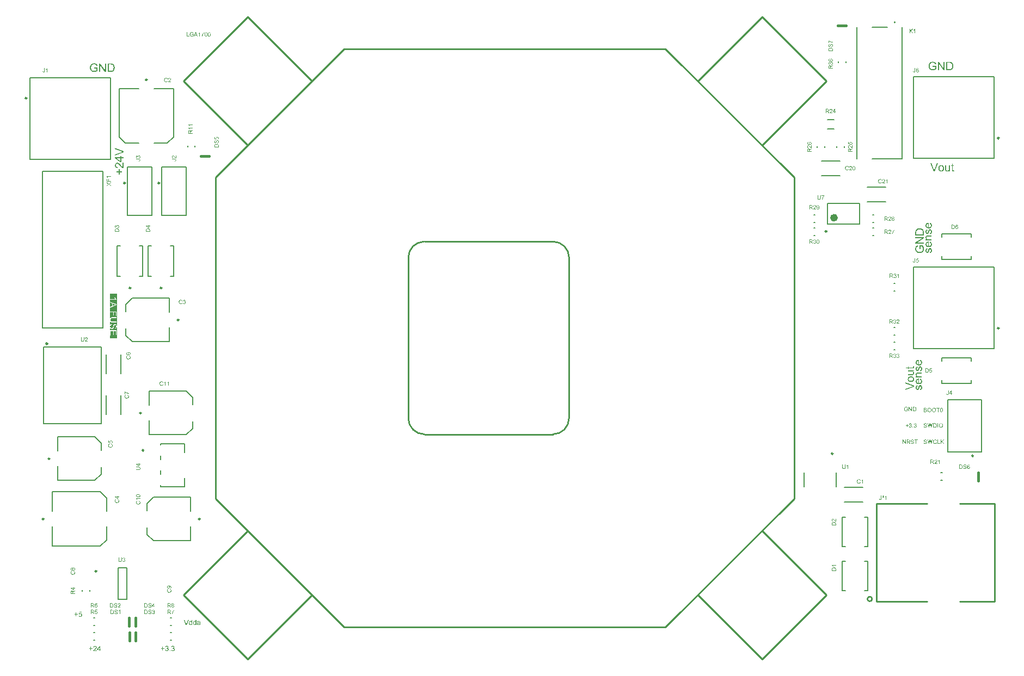
<source format=gto>
G04*
G04 #@! TF.GenerationSoftware,Altium Limited,Altium Designer,24.6.1 (21)*
G04*
G04 Layer_Color=65535*
%FSLAX25Y25*%
%MOIN*%
G70*
G04*
G04 #@! TF.SameCoordinates,65BBE5AF-797C-4DEE-A542-627196F68B12*
G04*
G04*
G04 #@! TF.FilePolarity,Positive*
G04*
G01*
G75*
%ADD10C,0.00984*%
%ADD11C,0.01181*%
%ADD12C,0.01000*%
%ADD13C,0.00787*%
%ADD14C,0.02362*%
%ADD15C,0.00500*%
%ADD16C,0.01575*%
G36*
X156979Y310699D02*
X154090D01*
X156979D01*
Y309082D01*
X156974Y309233D01*
X156958Y309379D01*
X156931Y309509D01*
X156909Y309623D01*
X156893Y309671D01*
X156882Y309715D01*
X156866Y309752D01*
X156855Y309785D01*
X156849Y309812D01*
X156839Y309828D01*
X156833Y309839D01*
Y309844D01*
X156774Y309963D01*
X156709Y310072D01*
X156638Y310158D01*
X156573Y310234D01*
X156514Y310288D01*
X156460Y310331D01*
X156427Y310353D01*
X156422Y310364D01*
X156417D01*
X156314Y310423D01*
X156211Y310467D01*
X156114Y310499D01*
X156022Y310521D01*
X155941Y310531D01*
X155881Y310537D01*
X155859Y310542D01*
X155843D01*
X155832D01*
X155827D01*
X155724Y310537D01*
X155627Y310521D01*
X155535Y310499D01*
X155459Y310472D01*
X155394Y310445D01*
X155351Y310423D01*
X155318Y310407D01*
X155313Y310402D01*
X155308D01*
X155226Y310342D01*
X155151Y310272D01*
X155086Y310196D01*
X155032Y310126D01*
X154983Y310061D01*
X154950Y310007D01*
X154940Y309985D01*
X154929Y309969D01*
X154923Y309963D01*
Y309958D01*
X154902Y309909D01*
X154875Y309855D01*
X154832Y309736D01*
X154783Y309601D01*
X154745Y309471D01*
X154707Y309347D01*
X154696Y309298D01*
X154680Y309249D01*
X154675Y309211D01*
X154664Y309184D01*
X154658Y309163D01*
Y309157D01*
X154631Y309054D01*
X154610Y308962D01*
X154588Y308876D01*
X154572Y308800D01*
X154550Y308730D01*
X154534Y308670D01*
X154523Y308616D01*
X154507Y308573D01*
X154496Y308530D01*
X154485Y308497D01*
X154480Y308470D01*
X154469Y308449D01*
X154464Y308427D01*
X154458Y308416D01*
X154420Y308324D01*
X154377Y308248D01*
X154339Y308184D01*
X154301Y308129D01*
X154269Y308091D01*
X154242Y308065D01*
X154220Y308048D01*
X154215Y308043D01*
X154161Y308005D01*
X154101Y307973D01*
X154042Y307951D01*
X153988Y307940D01*
X153944Y307929D01*
X153906Y307924D01*
X153885D01*
X153874D01*
X153804Y307929D01*
X153739Y307940D01*
X153679Y307962D01*
X153625Y307983D01*
X153582Y308005D01*
X153544Y308027D01*
X153522Y308037D01*
X153517Y308043D01*
X153457Y308091D01*
X153409Y308151D01*
X153365Y308211D01*
X153328Y308270D01*
X153300Y308324D01*
X153279Y308367D01*
X153268Y308395D01*
X153263Y308400D01*
Y308405D01*
X153230Y308497D01*
X153208Y308589D01*
X153192Y308687D01*
X153181Y308768D01*
X153176Y308843D01*
X153171Y308903D01*
Y308957D01*
X153176Y309087D01*
X153187Y309206D01*
X153208Y309314D01*
X153230Y309406D01*
X153252Y309487D01*
X153263Y309520D01*
X153273Y309547D01*
X153279Y309569D01*
X153284Y309585D01*
X153290Y309590D01*
Y309595D01*
X153338Y309693D01*
X153392Y309779D01*
X153446Y309850D01*
X153501Y309909D01*
X153544Y309953D01*
X153582Y309985D01*
X153603Y310007D01*
X153614Y310012D01*
X153695Y310055D01*
X153782Y310093D01*
X153868Y310126D01*
X153950Y310147D01*
X154025Y310164D01*
X154079Y310174D01*
X154101D01*
X154117Y310180D01*
X154128D01*
X154134D01*
X154090Y310699D01*
D01*
D01*
D01*
X153384D01*
X154090D01*
X153939Y310688D01*
X153793Y310661D01*
X153668Y310623D01*
X153555Y310580D01*
X153506Y310559D01*
X153463Y310542D01*
X153430Y310521D01*
X153398Y310504D01*
X153371Y310494D01*
X153355Y310483D01*
X153344Y310472D01*
X153338D01*
X153225Y310385D01*
X153122Y310288D01*
X153035Y310191D01*
X152965Y310093D01*
X152911Y310007D01*
X152889Y309969D01*
X152873Y309942D01*
X152857Y309915D01*
X152846Y309893D01*
X152841Y309882D01*
Y309877D01*
X152787Y309725D01*
X152749Y309569D01*
X152716Y309406D01*
X152700Y309260D01*
X152695Y309190D01*
X152689Y309130D01*
X152684Y309071D01*
Y309022D01*
X152678Y308984D01*
Y310699D01*
X153384D01*
X152678D01*
Y307394D01*
D01*
Y308930D01*
X152684Y308768D01*
X152705Y308616D01*
X152732Y308481D01*
X152760Y308367D01*
X152776Y308313D01*
X152792Y308270D01*
X152803Y308232D01*
X152814Y308194D01*
X152824Y308173D01*
X152835Y308151D01*
X152841Y308140D01*
Y308135D01*
X152905Y308010D01*
X152981Y307897D01*
X153057Y307805D01*
X153127Y307729D01*
X153192Y307669D01*
X153246Y307621D01*
X153268Y307610D01*
X153284Y307599D01*
X153290Y307588D01*
X153295D01*
X153403Y307523D01*
X153517Y307475D01*
X153620Y307442D01*
X153717Y307415D01*
X153798Y307404D01*
X153831Y307399D01*
X153863D01*
X153885Y307394D01*
X152678D01*
X153917D01*
X154042Y307399D01*
X154150Y307421D01*
X154253Y307448D01*
X154339Y307480D01*
X154410Y307518D01*
X154464Y307545D01*
X154480Y307556D01*
X154496Y307567D01*
X154501Y307572D01*
X154507D01*
X154599Y307643D01*
X154685Y307729D01*
X154756Y307816D01*
X154821Y307902D01*
X154869Y307983D01*
X154902Y308048D01*
X154918Y308075D01*
X154929Y308091D01*
X154934Y308102D01*
Y308108D01*
X154956Y308156D01*
X154978Y308216D01*
X154999Y308286D01*
X155026Y308357D01*
X155069Y308508D01*
X155107Y308660D01*
X155129Y308735D01*
X155145Y308800D01*
X155161Y308865D01*
X155172Y308919D01*
X155183Y308962D01*
X155194Y309000D01*
X155199Y309022D01*
Y309028D01*
X155226Y309146D01*
X155254Y309255D01*
X155280Y309352D01*
X155308Y309439D01*
X155335Y309514D01*
X155356Y309579D01*
X155383Y309639D01*
X155405Y309693D01*
X155421Y309731D01*
X155437Y309769D01*
X155454Y309796D01*
X155470Y309817D01*
X155475Y309834D01*
X155486Y309844D01*
X155491Y309855D01*
X155551Y309909D01*
X155611Y309947D01*
X155670Y309974D01*
X155730Y309990D01*
X155784Y310001D01*
X155822Y310012D01*
X155849D01*
X155859D01*
X155951Y310001D01*
X156038Y309974D01*
X156114Y309942D01*
X156179Y309898D01*
X156233Y309855D01*
X156271Y309823D01*
X156292Y309796D01*
X156303Y309785D01*
X156335Y309742D01*
X156362Y309687D01*
X156411Y309574D01*
X156444Y309455D01*
X156465Y309336D01*
X156476Y309228D01*
X156482Y309184D01*
X156487Y309141D01*
Y308973D01*
X156476Y308892D01*
X156471Y308817D01*
X156455Y308746D01*
X156438Y308681D01*
X156422Y308622D01*
X156406Y308568D01*
X156390Y308519D01*
X156368Y308481D01*
X156352Y308443D01*
X156335Y308411D01*
X156319Y308384D01*
X156303Y308367D01*
X156298Y308351D01*
X156287Y308340D01*
X156206Y308254D01*
X156108Y308189D01*
X156011Y308140D01*
X155919Y308102D01*
X155832Y308075D01*
X155795Y308065D01*
X155762Y308059D01*
X155735Y308054D01*
X155713Y308048D01*
X155702D01*
X155697D01*
X155735Y307518D01*
X155865Y307529D01*
X155989Y307556D01*
X156097Y307588D01*
X156195Y307626D01*
X156276Y307664D01*
X156308Y307680D01*
X156335Y307691D01*
X156357Y307707D01*
X156373Y307713D01*
X156379Y307724D01*
X156384D01*
X156487Y307799D01*
X156579Y307891D01*
X156655Y307978D01*
X156714Y308070D01*
X156763Y308146D01*
X156801Y308211D01*
X156812Y308238D01*
X156822Y308254D01*
X156828Y308265D01*
Y308270D01*
X156877Y308405D01*
X156914Y308546D01*
X156941Y308681D01*
X156963Y308806D01*
X156968Y308865D01*
X156974Y308919D01*
Y308962D01*
X156979Y309006D01*
Y307394D01*
D01*
Y301605D01*
X152678D01*
Y329039D01*
X156979D01*
Y310699D01*
D02*
G37*
G36*
X648228Y288555D02*
Y285791D01*
X648235D01*
X648255D01*
X648288Y285798D01*
X648328Y285804D01*
X648382Y285811D01*
X648442Y285818D01*
X648575Y285844D01*
X648728Y285891D01*
X648881Y285951D01*
X649028Y286031D01*
X649094Y286077D01*
X649161Y286130D01*
X649167Y286137D01*
X649174Y286144D01*
X649188Y286164D01*
X649207Y286184D01*
X649261Y286257D01*
X649321Y286344D01*
X649381Y286457D01*
X649427Y286590D01*
X649467Y286743D01*
X649474Y286823D01*
X649480Y286910D01*
Y286970D01*
X649474Y287030D01*
X649461Y287116D01*
X649434Y287203D01*
X649407Y287303D01*
X649361Y287403D01*
X649301Y287496D01*
X649294Y287509D01*
X649267Y287536D01*
X649221Y287582D01*
X649161Y287636D01*
X649081Y287696D01*
X648974Y287762D01*
X648854Y287829D01*
X648715Y287882D01*
X648801Y288535D01*
X648808D01*
X648828Y288528D01*
X648854Y288522D01*
X648894Y288502D01*
X648941Y288488D01*
X649001Y288461D01*
X649127Y288408D01*
X649267Y288328D01*
X649414Y288228D01*
X649560Y288108D01*
X649687Y287969D01*
Y287962D01*
X649700Y287949D01*
X649714Y287929D01*
X649734Y287895D01*
X649760Y287856D01*
X649787Y287802D01*
X649814Y287749D01*
X649840Y287682D01*
X649873Y287609D01*
X649900Y287529D01*
X649927Y287442D01*
X649953Y287349D01*
X649987Y287143D01*
X649993Y287030D01*
X650000Y286910D01*
Y286876D01*
X649993Y286830D01*
Y286776D01*
X649987Y286710D01*
X649973Y286630D01*
X649960Y286537D01*
X649940Y286443D01*
X649913Y286344D01*
X649880Y286237D01*
X649840Y286130D01*
X649787Y286024D01*
X649734Y285917D01*
X649667Y285811D01*
X649587Y285711D01*
X649501Y285618D01*
X649494Y285611D01*
X649474Y285598D01*
X649447Y285571D01*
X649407Y285544D01*
X649354Y285511D01*
X649294Y285471D01*
X649221Y285425D01*
X649141Y285385D01*
X649041Y285338D01*
X648941Y285291D01*
X648821Y285251D01*
X648701Y285218D01*
X648561Y285191D01*
X648422Y285165D01*
X648268Y285152D01*
X648102Y285145D01*
X648089D01*
X648062D01*
X648009Y285152D01*
X647949D01*
X647869Y285158D01*
X647776Y285172D01*
X647676Y285185D01*
X647569Y285205D01*
X647456Y285231D01*
X647336Y285265D01*
X647216Y285298D01*
X647096Y285345D01*
X646976Y285405D01*
X646856Y285465D01*
X646750Y285538D01*
X646650Y285624D01*
X646643Y285631D01*
X646630Y285644D01*
X646603Y285671D01*
X646570Y285711D01*
X646530Y285758D01*
X646484Y285818D01*
X646437Y285884D01*
X646390Y285957D01*
X646344Y286044D01*
X646297Y286137D01*
X646250Y286244D01*
X646210Y286350D01*
X646177Y286470D01*
X646150Y286597D01*
X646137Y286730D01*
X646131Y286870D01*
Y286943D01*
X646137Y286996D01*
X646144Y287056D01*
X646157Y287129D01*
X646171Y287216D01*
X646191Y287303D01*
X646217Y287396D01*
X646257Y287496D01*
X646297Y287596D01*
X646344Y287696D01*
X646404Y287802D01*
X646470Y287902D01*
X646550Y287995D01*
X646637Y288089D01*
X646643Y288095D01*
X646663Y288108D01*
X646690Y288135D01*
X646730Y288162D01*
X646783Y288195D01*
X646843Y288235D01*
X646916Y288282D01*
X647003Y288328D01*
X647103Y288368D01*
X647210Y288415D01*
X647323Y288455D01*
X647449Y288488D01*
X647589Y288515D01*
X647736Y288541D01*
X647895Y288555D01*
X648062Y288561D01*
X648075D01*
X648102D01*
X648155D01*
X648228Y288555D01*
D02*
G37*
G36*
X645020Y284599D02*
X645026Y284565D01*
X645033Y284519D01*
X645046Y284452D01*
X645053Y284379D01*
X645066Y284299D01*
X645073Y284133D01*
Y284079D01*
X645066Y284013D01*
X645060Y283939D01*
X645046Y283853D01*
X645026Y283766D01*
X645000Y283680D01*
X644966Y283606D01*
X644960Y283600D01*
X644946Y283573D01*
X644926Y283546D01*
X644893Y283506D01*
X644853Y283460D01*
X644800Y283413D01*
X644747Y283373D01*
X644687Y283340D01*
X644680D01*
X644647Y283327D01*
X644600Y283320D01*
X644527Y283307D01*
X644480Y283300D01*
X644427Y283293D01*
X644367Y283287D01*
X644294Y283280D01*
X644220Y283273D01*
X644134D01*
X644041Y283267D01*
X643941D01*
X641803D01*
Y282801D01*
X641317D01*
Y283267D01*
X640404D01*
X640025Y283893D01*
X641317D01*
Y284525D01*
X641803D01*
Y283893D01*
X643974D01*
X643987D01*
X644021D01*
X644067D01*
X644121Y283899D01*
X644180D01*
X644240Y283906D01*
X644287Y283913D01*
X644327Y283919D01*
X644340Y283926D01*
X644367Y283946D01*
X644407Y283979D01*
X644447Y284026D01*
Y284033D01*
X644453Y284039D01*
X644460Y284059D01*
X644467Y284086D01*
X644480Y284153D01*
X644487Y284246D01*
Y284319D01*
X644480Y284359D01*
Y284412D01*
X644474Y284466D01*
X644467Y284525D01*
X645020Y284612D01*
Y284599D01*
D02*
G37*
G36*
X648941Y284605D02*
X649021Y284592D01*
X649114Y284565D01*
X649214Y284532D01*
X649321Y284486D01*
X649427Y284426D01*
X649441Y284419D01*
X649474Y284392D01*
X649520Y284346D01*
X649580Y284292D01*
X649654Y284212D01*
X649720Y284119D01*
X649793Y284013D01*
X649854Y283893D01*
Y283886D01*
X649860Y283879D01*
X649867Y283859D01*
X649873Y283833D01*
X649900Y283760D01*
X649927Y283666D01*
X649953Y283553D01*
X649980Y283420D01*
X649993Y283273D01*
X650000Y283114D01*
Y283047D01*
X649993Y282994D01*
Y282934D01*
X649987Y282867D01*
X649973Y282787D01*
X649960Y282701D01*
X649927Y282527D01*
X649873Y282341D01*
X649800Y282168D01*
X649760Y282081D01*
X649707Y282008D01*
X649700Y282001D01*
X649694Y281995D01*
X649674Y281975D01*
X649654Y281948D01*
X649620Y281915D01*
X649580Y281881D01*
X649534Y281848D01*
X649480Y281808D01*
X649421Y281768D01*
X649354Y281722D01*
X649281Y281682D01*
X649201Y281648D01*
X649114Y281608D01*
X649021Y281575D01*
X648921Y281548D01*
X648814Y281528D01*
X648715Y282148D01*
X648721D01*
X648728D01*
X648748Y282154D01*
X648775Y282161D01*
X648841Y282174D01*
X648928Y282201D01*
X649021Y282241D01*
X649114Y282288D01*
X649207Y282354D01*
X649287Y282434D01*
X649294Y282448D01*
X649314Y282481D01*
X649347Y282534D01*
X649381Y282607D01*
X649421Y282707D01*
X649447Y282821D01*
X649474Y282954D01*
X649480Y283107D01*
Y283180D01*
X649474Y283253D01*
X649461Y283353D01*
X649441Y283453D01*
X649407Y283560D01*
X649367Y283666D01*
X649307Y283753D01*
X649301Y283760D01*
X649274Y283786D01*
X649241Y283820D01*
X649188Y283859D01*
X649127Y283899D01*
X649061Y283933D01*
X648981Y283959D01*
X648894Y283966D01*
X648888D01*
X648861D01*
X648821Y283959D01*
X648775Y283946D01*
X648721Y283919D01*
X648668Y283886D01*
X648615Y283840D01*
X648561Y283780D01*
X648555Y283773D01*
X648548Y283753D01*
X648528Y283713D01*
X648508Y283646D01*
X648488Y283606D01*
X648475Y283566D01*
X648461Y283513D01*
X648442Y283453D01*
X648422Y283387D01*
X648402Y283307D01*
X648375Y283227D01*
X648355Y283134D01*
Y283127D01*
X648348Y283100D01*
X648335Y283067D01*
X648322Y283020D01*
X648308Y282967D01*
X648288Y282900D01*
X648248Y282754D01*
X648202Y282594D01*
X648148Y282434D01*
X648122Y282361D01*
X648095Y282294D01*
X648075Y282228D01*
X648049Y282174D01*
X648042Y282161D01*
X648022Y282128D01*
X647995Y282081D01*
X647955Y282021D01*
X647909Y281961D01*
X647849Y281888D01*
X647782Y281828D01*
X647702Y281768D01*
X647689Y281762D01*
X647662Y281748D01*
X647616Y281728D01*
X647556Y281702D01*
X647482Y281675D01*
X647396Y281655D01*
X647303Y281642D01*
X647203Y281635D01*
X647190D01*
X647163D01*
X647116Y281642D01*
X647050Y281648D01*
X646983Y281662D01*
X646903Y281682D01*
X646823Y281708D01*
X646743Y281748D01*
X646737Y281755D01*
X646710Y281768D01*
X646670Y281795D01*
X646617Y281828D01*
X646563Y281875D01*
X646503Y281928D01*
X646444Y281988D01*
X646390Y282055D01*
X646384Y282061D01*
X646370Y282081D01*
X646350Y282115D01*
X646330Y282161D01*
X646297Y282214D01*
X646270Y282288D01*
X646237Y282368D01*
X646210Y282454D01*
X646204Y282468D01*
X646197Y282501D01*
X646184Y282547D01*
X646171Y282621D01*
X646157Y282701D01*
X646144Y282794D01*
X646131Y282894D01*
Y283074D01*
X646137Y283114D01*
Y283154D01*
X646144Y283260D01*
X646164Y283373D01*
X646184Y283506D01*
X646217Y283633D01*
X646257Y283760D01*
Y283766D01*
X646264Y283773D01*
X646277Y283813D01*
X646310Y283873D01*
X646350Y283946D01*
X646397Y284026D01*
X646457Y284106D01*
X646524Y284186D01*
X646603Y284252D01*
X646610Y284259D01*
X646643Y284279D01*
X646690Y284306D01*
X646757Y284339D01*
X646837Y284379D01*
X646930Y284412D01*
X647043Y284446D01*
X647169Y284472D01*
X647256Y283859D01*
X647243D01*
X647210Y283846D01*
X647156Y283833D01*
X647096Y283813D01*
X647023Y283780D01*
X646950Y283733D01*
X646883Y283680D01*
X646816Y283613D01*
X646810Y283606D01*
X646790Y283573D01*
X646763Y283533D01*
X646730Y283467D01*
X646703Y283387D01*
X646677Y283287D01*
X646657Y283173D01*
X646650Y283040D01*
Y282967D01*
X646657Y282894D01*
X646670Y282801D01*
X646683Y282701D01*
X646710Y282594D01*
X646750Y282501D01*
X646797Y282421D01*
X646803Y282414D01*
X646823Y282394D01*
X646850Y282361D01*
X646890Y282334D01*
X646936Y282301D01*
X646996Y282268D01*
X647056Y282248D01*
X647129Y282241D01*
X647136D01*
X647150D01*
X647169Y282248D01*
X647203D01*
X647269Y282274D01*
X647309Y282288D01*
X647349Y282314D01*
X647356Y282321D01*
X647363Y282328D01*
X647383Y282348D01*
X647409Y282374D01*
X647436Y282408D01*
X647463Y282448D01*
X647489Y282501D01*
X647516Y282554D01*
Y282561D01*
X647522Y282574D01*
X647536Y282607D01*
X647549Y282661D01*
X647569Y282734D01*
X647582Y282781D01*
X647596Y282834D01*
X647616Y282894D01*
X647629Y282960D01*
X647656Y283034D01*
X647676Y283114D01*
Y283120D01*
X647682Y283140D01*
X647689Y283180D01*
X647702Y283220D01*
X647722Y283273D01*
X647736Y283340D01*
X647776Y283480D01*
X647822Y283633D01*
X647869Y283786D01*
X647915Y283926D01*
X647942Y283986D01*
X647962Y284039D01*
X647969Y284053D01*
X647982Y284086D01*
X648009Y284133D01*
X648049Y284192D01*
X648095Y284259D01*
X648148Y284326D01*
X648215Y284399D01*
X648295Y284459D01*
X648302Y284466D01*
X648335Y284486D01*
X648382Y284506D01*
X648442Y284539D01*
X648522Y284565D01*
X648608Y284585D01*
X648715Y284605D01*
X648828Y284612D01*
X648835D01*
X648841D01*
X648881D01*
X648941Y284605D01*
D02*
G37*
G36*
X645026Y281615D02*
X644480D01*
X644487Y281608D01*
X644507Y281595D01*
X644540Y281568D01*
X644580Y281535D01*
X644627Y281488D01*
X644680Y281435D01*
X644733Y281375D01*
X644793Y281302D01*
X644853Y281222D01*
X644906Y281136D01*
X644960Y281036D01*
X645006Y280936D01*
X645046Y280822D01*
X645080Y280703D01*
X645100Y280569D01*
X645106Y280436D01*
Y280383D01*
X645100Y280316D01*
X645093Y280236D01*
X645080Y280143D01*
X645053Y280043D01*
X645026Y279930D01*
X644986Y279823D01*
X644980Y279810D01*
X644966Y279777D01*
X644933Y279724D01*
X644900Y279664D01*
X644853Y279597D01*
X644800Y279524D01*
X644740Y279457D01*
X644673Y279397D01*
X644667Y279391D01*
X644640Y279377D01*
X644600Y279351D01*
X644540Y279324D01*
X644474Y279291D01*
X644394Y279257D01*
X644300Y279231D01*
X644201Y279204D01*
X644194D01*
X644167Y279198D01*
X644121Y279191D01*
X644054D01*
X643974Y279184D01*
X643874Y279177D01*
X643754Y279171D01*
X643614D01*
X641317D01*
Y279797D01*
X643375D01*
X643381D01*
X643395D01*
X643421D01*
X643455D01*
X643495D01*
X643541D01*
X643641Y279803D01*
X643754D01*
X643861Y279810D01*
X643961Y279817D01*
X644007Y279823D01*
X644041Y279830D01*
X644054D01*
X644081Y279843D01*
X644127Y279857D01*
X644180Y279883D01*
X644240Y279917D01*
X644307Y279963D01*
X644367Y280017D01*
X644427Y280083D01*
X644434Y280090D01*
X644447Y280117D01*
X644474Y280156D01*
X644493Y280216D01*
X644520Y280283D01*
X644547Y280363D01*
X644560Y280456D01*
X644567Y280556D01*
Y280603D01*
X644560Y280663D01*
X644547Y280729D01*
X644533Y280809D01*
X644507Y280902D01*
X644474Y280996D01*
X644427Y281089D01*
X644420Y281102D01*
X644400Y281129D01*
X644367Y281175D01*
X644320Y281229D01*
X644267Y281289D01*
X644201Y281342D01*
X644121Y281395D01*
X644034Y281442D01*
X644021Y281449D01*
X643987Y281462D01*
X643927Y281475D01*
X643848Y281495D01*
X643748Y281515D01*
X643621Y281535D01*
X643474Y281542D01*
X643308Y281548D01*
X641317D01*
Y282174D01*
X645026D01*
Y281615D01*
D02*
G37*
G36*
X649920Y280190D02*
X647669D01*
X647662D01*
X647649D01*
X647636D01*
X647609D01*
X647536Y280183D01*
X647456D01*
X647363Y280170D01*
X647269Y280156D01*
X647183Y280136D01*
X647103Y280110D01*
X647096D01*
X647070Y280097D01*
X647036Y280077D01*
X646990Y280050D01*
X646943Y280017D01*
X646890Y279970D01*
X646843Y279917D01*
X646797Y279850D01*
X646790Y279843D01*
X646777Y279817D01*
X646757Y279777D01*
X646737Y279724D01*
X646717Y279664D01*
X646697Y279590D01*
X646683Y279504D01*
X646677Y279417D01*
Y279377D01*
X646683Y279351D01*
X646690Y279271D01*
X646710Y279177D01*
X646737Y279071D01*
X646783Y278951D01*
X646850Y278831D01*
X646936Y278718D01*
X646950Y278705D01*
X646963Y278691D01*
X646990Y278671D01*
X647016Y278651D01*
X647056Y278625D01*
X647096Y278605D01*
X647150Y278578D01*
X647216Y278551D01*
X647283Y278525D01*
X647363Y278498D01*
X647449Y278478D01*
X647549Y278458D01*
X647656Y278445D01*
X647776Y278438D01*
X647902Y278432D01*
X649920D01*
Y277805D01*
X646210D01*
Y278372D01*
X646743D01*
X646737Y278378D01*
X646717Y278392D01*
X646683Y278412D01*
X646650Y278445D01*
X646603Y278491D01*
X646550Y278538D01*
X646497Y278598D01*
X646437Y278671D01*
X646377Y278751D01*
X646324Y278838D01*
X646270Y278931D01*
X646224Y279038D01*
X646184Y279151D01*
X646157Y279271D01*
X646137Y279404D01*
X646131Y279544D01*
Y279604D01*
X646137Y279664D01*
X646144Y279750D01*
X646164Y279843D01*
X646184Y279950D01*
X646217Y280057D01*
X646257Y280163D01*
X646264Y280176D01*
X646277Y280210D01*
X646304Y280256D01*
X646344Y280323D01*
X646384Y280390D01*
X646437Y280456D01*
X646503Y280523D01*
X646570Y280583D01*
X646577Y280589D01*
X646603Y280603D01*
X646643Y280629D01*
X646703Y280663D01*
X646770Y280689D01*
X646850Y280723D01*
X646936Y280749D01*
X647036Y280776D01*
X647043D01*
X647070Y280783D01*
X647116Y280789D01*
X647176Y280796D01*
X647263Y280802D01*
X647363Y280809D01*
X647489Y280816D01*
X647642D01*
X649920D01*
Y280190D01*
D02*
G37*
G36*
X643301Y278438D02*
X643368Y278432D01*
X643448Y278425D01*
X643528Y278418D01*
X643708Y278392D01*
X643894Y278352D01*
X644081Y278298D01*
X644167Y278265D01*
X644247Y278225D01*
X644254D01*
X644267Y278218D01*
X644287Y278205D01*
X644314Y278185D01*
X644387Y278138D01*
X644480Y278065D01*
X644580Y277979D01*
X644687Y277872D01*
X644787Y277746D01*
X644880Y277599D01*
Y277592D01*
X644886Y277579D01*
X644900Y277559D01*
X644913Y277526D01*
X644933Y277492D01*
X644953Y277446D01*
X644993Y277333D01*
X645033Y277206D01*
X645073Y277053D01*
X645100Y276886D01*
X645106Y276707D01*
Y276673D01*
X645100Y276633D01*
Y276580D01*
X645093Y276514D01*
X645080Y276440D01*
X645066Y276354D01*
X645046Y276260D01*
X645020Y276161D01*
X644986Y276061D01*
X644946Y275961D01*
X644900Y275854D01*
X644840Y275748D01*
X644773Y275648D01*
X644700Y275548D01*
X644613Y275454D01*
X644607Y275448D01*
X644587Y275435D01*
X644560Y275408D01*
X644520Y275381D01*
X644467Y275341D01*
X644407Y275301D01*
X644334Y275261D01*
X644247Y275215D01*
X644147Y275168D01*
X644041Y275128D01*
X643927Y275088D01*
X643794Y275048D01*
X643654Y275022D01*
X643508Y274995D01*
X643348Y274982D01*
X643175Y274975D01*
X643161D01*
X643128D01*
X643075Y274982D01*
X643008D01*
X642922Y274995D01*
X642822Y275008D01*
X642715Y275022D01*
X642602Y275048D01*
X642476Y275075D01*
X642349Y275115D01*
X642222Y275162D01*
X642096Y275215D01*
X641976Y275281D01*
X641856Y275355D01*
X641750Y275441D01*
X641650Y275541D01*
X641643Y275548D01*
X641630Y275561D01*
X641610Y275588D01*
X641583Y275628D01*
X641557Y275674D01*
X641516Y275728D01*
X641483Y275794D01*
X641443Y275868D01*
X641403Y275947D01*
X641370Y276034D01*
X641330Y276134D01*
X641303Y276234D01*
X641277Y276347D01*
X641257Y276460D01*
X641243Y276580D01*
X641237Y276707D01*
Y276780D01*
X641243Y276833D01*
X641250Y276900D01*
X641263Y276973D01*
X641277Y277060D01*
X641297Y277153D01*
X641323Y277246D01*
X641363Y277346D01*
X641403Y277452D01*
X641450Y277559D01*
X641510Y277666D01*
X641576Y277766D01*
X641656Y277866D01*
X641743Y277959D01*
X641750Y277965D01*
X641763Y277979D01*
X641796Y278005D01*
X641836Y278032D01*
X641883Y278072D01*
X641949Y278112D01*
X642023Y278158D01*
X642103Y278205D01*
X642196Y278245D01*
X642296Y278292D01*
X642409Y278332D01*
X642535Y278372D01*
X642669Y278398D01*
X642808Y278425D01*
X642962Y278438D01*
X643122Y278445D01*
X643128D01*
X643155D01*
X643188D01*
X643241D01*
X643301Y278438D01*
D02*
G37*
G36*
X648228Y277026D02*
Y274262D01*
X648235D01*
X648255D01*
X648288Y274269D01*
X648328Y274276D01*
X648382Y274282D01*
X648442Y274289D01*
X648575Y274316D01*
X648728Y274362D01*
X648881Y274422D01*
X649028Y274502D01*
X649094Y274549D01*
X649161Y274602D01*
X649167Y274609D01*
X649174Y274615D01*
X649188Y274635D01*
X649207Y274655D01*
X649261Y274729D01*
X649321Y274815D01*
X649381Y274928D01*
X649427Y275062D01*
X649467Y275215D01*
X649474Y275295D01*
X649480Y275381D01*
Y275441D01*
X649474Y275501D01*
X649461Y275588D01*
X649434Y275674D01*
X649407Y275774D01*
X649361Y275874D01*
X649301Y275967D01*
X649294Y275981D01*
X649267Y276007D01*
X649221Y276054D01*
X649161Y276107D01*
X649081Y276167D01*
X648974Y276234D01*
X648854Y276300D01*
X648715Y276354D01*
X648801Y277006D01*
X648808D01*
X648828Y277000D01*
X648854Y276993D01*
X648894Y276973D01*
X648941Y276960D01*
X649001Y276933D01*
X649127Y276880D01*
X649267Y276800D01*
X649414Y276700D01*
X649560Y276580D01*
X649687Y276440D01*
Y276434D01*
X649700Y276420D01*
X649714Y276400D01*
X649734Y276367D01*
X649760Y276327D01*
X649787Y276274D01*
X649814Y276220D01*
X649840Y276154D01*
X649873Y276081D01*
X649900Y276001D01*
X649927Y275914D01*
X649953Y275821D01*
X649987Y275614D01*
X649993Y275501D01*
X650000Y275381D01*
Y275348D01*
X649993Y275301D01*
Y275248D01*
X649987Y275182D01*
X649973Y275102D01*
X649960Y275008D01*
X649940Y274915D01*
X649913Y274815D01*
X649880Y274709D01*
X649840Y274602D01*
X649787Y274496D01*
X649734Y274389D01*
X649667Y274282D01*
X649587Y274183D01*
X649501Y274089D01*
X649494Y274083D01*
X649474Y274069D01*
X649447Y274043D01*
X649407Y274016D01*
X649354Y273983D01*
X649294Y273943D01*
X649221Y273896D01*
X649141Y273856D01*
X649041Y273810D01*
X648941Y273763D01*
X648821Y273723D01*
X648701Y273690D01*
X648561Y273663D01*
X648422Y273636D01*
X648268Y273623D01*
X648102Y273616D01*
X648089D01*
X648062D01*
X648009Y273623D01*
X647949D01*
X647869Y273630D01*
X647776Y273643D01*
X647676Y273656D01*
X647569Y273676D01*
X647456Y273703D01*
X647336Y273736D01*
X647216Y273770D01*
X647096Y273816D01*
X646976Y273876D01*
X646856Y273936D01*
X646750Y274009D01*
X646650Y274096D01*
X646643Y274103D01*
X646630Y274116D01*
X646603Y274143D01*
X646570Y274183D01*
X646530Y274229D01*
X646484Y274289D01*
X646437Y274356D01*
X646390Y274429D01*
X646344Y274516D01*
X646297Y274609D01*
X646250Y274715D01*
X646210Y274822D01*
X646177Y274942D01*
X646150Y275068D01*
X646137Y275202D01*
X646131Y275341D01*
Y275415D01*
X646137Y275468D01*
X646144Y275528D01*
X646157Y275601D01*
X646171Y275688D01*
X646191Y275774D01*
X646217Y275868D01*
X646257Y275967D01*
X646297Y276067D01*
X646344Y276167D01*
X646404Y276274D01*
X646470Y276374D01*
X646550Y276467D01*
X646637Y276560D01*
X646643Y276567D01*
X646663Y276580D01*
X646690Y276607D01*
X646730Y276633D01*
X646783Y276667D01*
X646843Y276707D01*
X646916Y276753D01*
X647003Y276800D01*
X647103Y276840D01*
X647210Y276886D01*
X647323Y276926D01*
X647449Y276960D01*
X647589Y276986D01*
X647736Y277013D01*
X647895Y277026D01*
X648062Y277033D01*
X648075D01*
X648102D01*
X648155D01*
X648228Y277026D01*
D02*
G37*
G36*
X648941Y273077D02*
X649021Y273064D01*
X649114Y273037D01*
X649214Y273004D01*
X649321Y272957D01*
X649427Y272897D01*
X649441Y272890D01*
X649474Y272864D01*
X649520Y272817D01*
X649580Y272764D01*
X649654Y272684D01*
X649720Y272591D01*
X649793Y272484D01*
X649854Y272364D01*
Y272358D01*
X649860Y272351D01*
X649867Y272331D01*
X649873Y272304D01*
X649900Y272231D01*
X649927Y272138D01*
X649953Y272025D01*
X649980Y271891D01*
X649993Y271745D01*
X650000Y271585D01*
Y271518D01*
X649993Y271465D01*
Y271405D01*
X649987Y271339D01*
X649973Y271259D01*
X649960Y271172D01*
X649927Y270999D01*
X649873Y270813D01*
X649800Y270639D01*
X649760Y270553D01*
X649707Y270479D01*
X649700Y270473D01*
X649694Y270466D01*
X649674Y270446D01*
X649654Y270420D01*
X649620Y270386D01*
X649580Y270353D01*
X649534Y270320D01*
X649480Y270280D01*
X649421Y270240D01*
X649354Y270193D01*
X649281Y270153D01*
X649201Y270120D01*
X649114Y270080D01*
X649021Y270047D01*
X648921Y270020D01*
X648814Y270000D01*
X648715Y270619D01*
X648721D01*
X648728D01*
X648748Y270626D01*
X648775Y270633D01*
X648841Y270646D01*
X648928Y270673D01*
X649021Y270713D01*
X649114Y270759D01*
X649207Y270826D01*
X649287Y270906D01*
X649294Y270919D01*
X649314Y270952D01*
X649347Y271006D01*
X649381Y271079D01*
X649421Y271179D01*
X649447Y271292D01*
X649474Y271425D01*
X649480Y271578D01*
Y271652D01*
X649474Y271725D01*
X649461Y271825D01*
X649441Y271925D01*
X649407Y272031D01*
X649367Y272138D01*
X649307Y272224D01*
X649301Y272231D01*
X649274Y272258D01*
X649241Y272291D01*
X649188Y272331D01*
X649127Y272371D01*
X649061Y272404D01*
X648981Y272431D01*
X648894Y272438D01*
X648888D01*
X648861D01*
X648821Y272431D01*
X648775Y272418D01*
X648721Y272391D01*
X648668Y272358D01*
X648615Y272311D01*
X648561Y272251D01*
X648555Y272244D01*
X648548Y272224D01*
X648528Y272184D01*
X648508Y272118D01*
X648488Y272078D01*
X648475Y272038D01*
X648461Y271985D01*
X648442Y271925D01*
X648422Y271858D01*
X648402Y271778D01*
X648375Y271698D01*
X648355Y271605D01*
Y271598D01*
X648348Y271572D01*
X648335Y271538D01*
X648322Y271492D01*
X648308Y271439D01*
X648288Y271372D01*
X648248Y271225D01*
X648202Y271066D01*
X648148Y270906D01*
X648122Y270832D01*
X648095Y270766D01*
X648075Y270699D01*
X648049Y270646D01*
X648042Y270633D01*
X648022Y270599D01*
X647995Y270553D01*
X647955Y270493D01*
X647909Y270433D01*
X647849Y270360D01*
X647782Y270300D01*
X647702Y270240D01*
X647689Y270233D01*
X647662Y270220D01*
X647616Y270200D01*
X647556Y270173D01*
X647482Y270146D01*
X647396Y270127D01*
X647303Y270113D01*
X647203Y270107D01*
X647190D01*
X647163D01*
X647116Y270113D01*
X647050Y270120D01*
X646983Y270133D01*
X646903Y270153D01*
X646823Y270180D01*
X646743Y270220D01*
X646737Y270226D01*
X646710Y270240D01*
X646670Y270266D01*
X646617Y270300D01*
X646563Y270346D01*
X646503Y270400D01*
X646444Y270460D01*
X646390Y270526D01*
X646384Y270533D01*
X646370Y270553D01*
X646350Y270586D01*
X646330Y270633D01*
X646297Y270686D01*
X646270Y270759D01*
X646237Y270839D01*
X646210Y270926D01*
X646204Y270939D01*
X646197Y270972D01*
X646184Y271019D01*
X646171Y271092D01*
X646157Y271172D01*
X646144Y271265D01*
X646131Y271365D01*
Y271545D01*
X646137Y271585D01*
Y271625D01*
X646144Y271732D01*
X646164Y271845D01*
X646184Y271978D01*
X646217Y272105D01*
X646257Y272231D01*
Y272238D01*
X646264Y272244D01*
X646277Y272284D01*
X646310Y272344D01*
X646350Y272418D01*
X646397Y272498D01*
X646457Y272577D01*
X646524Y272657D01*
X646603Y272724D01*
X646610Y272731D01*
X646643Y272751D01*
X646690Y272777D01*
X646757Y272811D01*
X646837Y272850D01*
X646930Y272884D01*
X647043Y272917D01*
X647169Y272944D01*
X647256Y272331D01*
X647243D01*
X647210Y272318D01*
X647156Y272304D01*
X647096Y272284D01*
X647023Y272251D01*
X646950Y272204D01*
X646883Y272151D01*
X646816Y272085D01*
X646810Y272078D01*
X646790Y272045D01*
X646763Y272005D01*
X646730Y271938D01*
X646703Y271858D01*
X646677Y271758D01*
X646657Y271645D01*
X646650Y271512D01*
Y271439D01*
X646657Y271365D01*
X646670Y271272D01*
X646683Y271172D01*
X646710Y271066D01*
X646750Y270972D01*
X646797Y270892D01*
X646803Y270886D01*
X646823Y270866D01*
X646850Y270832D01*
X646890Y270806D01*
X646936Y270773D01*
X646996Y270739D01*
X647056Y270719D01*
X647129Y270713D01*
X647136D01*
X647150D01*
X647169Y270719D01*
X647203D01*
X647269Y270746D01*
X647309Y270759D01*
X647349Y270786D01*
X647356Y270793D01*
X647363Y270799D01*
X647383Y270819D01*
X647409Y270846D01*
X647436Y270879D01*
X647463Y270919D01*
X647489Y270972D01*
X647516Y271026D01*
Y271032D01*
X647522Y271046D01*
X647536Y271079D01*
X647549Y271132D01*
X647569Y271205D01*
X647582Y271252D01*
X647596Y271305D01*
X647616Y271365D01*
X647629Y271432D01*
X647656Y271505D01*
X647676Y271585D01*
Y271592D01*
X647682Y271612D01*
X647689Y271652D01*
X647702Y271692D01*
X647722Y271745D01*
X647736Y271812D01*
X647776Y271951D01*
X647822Y272105D01*
X647869Y272258D01*
X647915Y272398D01*
X647942Y272458D01*
X647962Y272511D01*
X647969Y272524D01*
X647982Y272557D01*
X648009Y272604D01*
X648049Y272664D01*
X648095Y272731D01*
X648148Y272797D01*
X648215Y272870D01*
X648295Y272930D01*
X648302Y272937D01*
X648335Y272957D01*
X648382Y272977D01*
X648442Y273010D01*
X648522Y273037D01*
X648608Y273057D01*
X648715Y273077D01*
X648828Y273084D01*
X648835D01*
X648841D01*
X648881D01*
X648941Y273077D01*
D02*
G37*
G36*
X645026Y272684D02*
Y271978D01*
X639905Y269993D01*
Y270733D01*
X643628Y272065D01*
X643634D01*
X643648Y272071D01*
X643674Y272078D01*
X643701Y272091D01*
X643741Y272105D01*
X643788Y272118D01*
X643901Y272158D01*
X644027Y272198D01*
X644167Y272244D01*
X644320Y272291D01*
X644467Y272331D01*
X644460D01*
X644447Y272338D01*
X644427Y272344D01*
X644394Y272351D01*
X644354Y272364D01*
X644314Y272378D01*
X644207Y272411D01*
X644081Y272451D01*
X643934Y272498D01*
X643781Y272551D01*
X643628Y272611D01*
X639905Y273996D01*
Y274682D01*
X645026Y272684D01*
D02*
G37*
G36*
X654228Y372555D02*
Y369791D01*
X654235D01*
X654255D01*
X654288Y369797D01*
X654328Y369804D01*
X654382Y369811D01*
X654442Y369817D01*
X654575Y369844D01*
X654728Y369891D01*
X654881Y369951D01*
X655028Y370031D01*
X655094Y370077D01*
X655161Y370130D01*
X655167Y370137D01*
X655174Y370144D01*
X655188Y370164D01*
X655207Y370184D01*
X655261Y370257D01*
X655321Y370344D01*
X655381Y370457D01*
X655427Y370590D01*
X655467Y370743D01*
X655474Y370823D01*
X655480Y370910D01*
Y370970D01*
X655474Y371030D01*
X655461Y371116D01*
X655434Y371203D01*
X655407Y371303D01*
X655361Y371403D01*
X655301Y371496D01*
X655294Y371509D01*
X655267Y371536D01*
X655221Y371582D01*
X655161Y371636D01*
X655081Y371696D01*
X654974Y371762D01*
X654854Y371829D01*
X654715Y371882D01*
X654801Y372535D01*
X654808D01*
X654828Y372528D01*
X654854Y372521D01*
X654894Y372501D01*
X654941Y372488D01*
X655001Y372462D01*
X655127Y372408D01*
X655267Y372328D01*
X655414Y372228D01*
X655560Y372109D01*
X655687Y371969D01*
Y371962D01*
X655700Y371949D01*
X655714Y371929D01*
X655734Y371895D01*
X655760Y371855D01*
X655787Y371802D01*
X655814Y371749D01*
X655840Y371682D01*
X655873Y371609D01*
X655900Y371529D01*
X655927Y371443D01*
X655953Y371349D01*
X655987Y371143D01*
X655993Y371030D01*
X656000Y370910D01*
Y370876D01*
X655993Y370830D01*
Y370777D01*
X655987Y370710D01*
X655973Y370630D01*
X655960Y370537D01*
X655940Y370444D01*
X655913Y370344D01*
X655880Y370237D01*
X655840Y370130D01*
X655787Y370024D01*
X655734Y369917D01*
X655667Y369811D01*
X655587Y369711D01*
X655501Y369618D01*
X655494Y369611D01*
X655474Y369598D01*
X655447Y369571D01*
X655407Y369544D01*
X655354Y369511D01*
X655294Y369471D01*
X655221Y369425D01*
X655141Y369385D01*
X655041Y369338D01*
X654941Y369291D01*
X654821Y369251D01*
X654701Y369218D01*
X654561Y369192D01*
X654422Y369165D01*
X654268Y369151D01*
X654102Y369145D01*
X654089D01*
X654062D01*
X654009Y369151D01*
X653949D01*
X653869Y369158D01*
X653776Y369172D01*
X653676Y369185D01*
X653569Y369205D01*
X653456Y369231D01*
X653336Y369265D01*
X653216Y369298D01*
X653096Y369345D01*
X652976Y369405D01*
X652856Y369464D01*
X652750Y369538D01*
X652650Y369624D01*
X652643Y369631D01*
X652630Y369644D01*
X652603Y369671D01*
X652570Y369711D01*
X652530Y369758D01*
X652484Y369817D01*
X652437Y369884D01*
X652390Y369957D01*
X652344Y370044D01*
X652297Y370137D01*
X652250Y370244D01*
X652211Y370350D01*
X652177Y370470D01*
X652150Y370597D01*
X652137Y370730D01*
X652131Y370870D01*
Y370943D01*
X652137Y370996D01*
X652144Y371056D01*
X652157Y371129D01*
X652171Y371216D01*
X652190Y371303D01*
X652217Y371396D01*
X652257Y371496D01*
X652297Y371596D01*
X652344Y371696D01*
X652404Y371802D01*
X652470Y371902D01*
X652550Y371995D01*
X652637Y372089D01*
X652643Y372095D01*
X652663Y372109D01*
X652690Y372135D01*
X652730Y372162D01*
X652783Y372195D01*
X652843Y372235D01*
X652916Y372282D01*
X653003Y372328D01*
X653103Y372368D01*
X653209Y372415D01*
X653323Y372455D01*
X653449Y372488D01*
X653589Y372515D01*
X653736Y372541D01*
X653895Y372555D01*
X654062Y372561D01*
X654075D01*
X654102D01*
X654155D01*
X654228Y372555D01*
D02*
G37*
G36*
X654941Y368605D02*
X655021Y368592D01*
X655114Y368565D01*
X655214Y368532D01*
X655321Y368485D01*
X655427Y368426D01*
X655441Y368419D01*
X655474Y368392D01*
X655520Y368346D01*
X655580Y368292D01*
X655654Y368212D01*
X655720Y368119D01*
X655794Y368013D01*
X655854Y367893D01*
Y367886D01*
X655860Y367879D01*
X655867Y367860D01*
X655873Y367833D01*
X655900Y367760D01*
X655927Y367666D01*
X655953Y367553D01*
X655980Y367420D01*
X655993Y367273D01*
X656000Y367113D01*
Y367047D01*
X655993Y366994D01*
Y366934D01*
X655987Y366867D01*
X655973Y366787D01*
X655960Y366701D01*
X655927Y366528D01*
X655873Y366341D01*
X655800Y366168D01*
X655760Y366081D01*
X655707Y366008D01*
X655700Y366001D01*
X655694Y365995D01*
X655674Y365975D01*
X655654Y365948D01*
X655620Y365915D01*
X655580Y365881D01*
X655534Y365848D01*
X655480Y365808D01*
X655421Y365768D01*
X655354Y365722D01*
X655281Y365682D01*
X655201Y365648D01*
X655114Y365608D01*
X655021Y365575D01*
X654921Y365548D01*
X654814Y365528D01*
X654715Y366148D01*
X654721D01*
X654728D01*
X654748Y366155D01*
X654775Y366161D01*
X654841Y366175D01*
X654928Y366201D01*
X655021Y366241D01*
X655114Y366288D01*
X655207Y366354D01*
X655287Y366434D01*
X655294Y366447D01*
X655314Y366481D01*
X655347Y366534D01*
X655381Y366607D01*
X655421Y366707D01*
X655447Y366821D01*
X655474Y366954D01*
X655480Y367107D01*
Y367180D01*
X655474Y367253D01*
X655461Y367353D01*
X655441Y367453D01*
X655407Y367560D01*
X655367Y367666D01*
X655307Y367753D01*
X655301Y367760D01*
X655274Y367786D01*
X655241Y367819D01*
X655188Y367860D01*
X655127Y367899D01*
X655061Y367933D01*
X654981Y367959D01*
X654894Y367966D01*
X654888D01*
X654861D01*
X654821Y367959D01*
X654775Y367946D01*
X654721Y367919D01*
X654668Y367886D01*
X654615Y367840D01*
X654561Y367779D01*
X654555Y367773D01*
X654548Y367753D01*
X654528Y367713D01*
X654508Y367646D01*
X654488Y367606D01*
X654475Y367566D01*
X654461Y367513D01*
X654442Y367453D01*
X654422Y367387D01*
X654402Y367307D01*
X654375Y367227D01*
X654355Y367133D01*
Y367127D01*
X654348Y367100D01*
X654335Y367067D01*
X654322Y367020D01*
X654308Y366967D01*
X654288Y366900D01*
X654248Y366754D01*
X654202Y366594D01*
X654148Y366434D01*
X654122Y366361D01*
X654095Y366294D01*
X654075Y366228D01*
X654049Y366175D01*
X654042Y366161D01*
X654022Y366128D01*
X653995Y366081D01*
X653955Y366021D01*
X653909Y365961D01*
X653849Y365888D01*
X653782Y365828D01*
X653702Y365768D01*
X653689Y365762D01*
X653662Y365748D01*
X653616Y365728D01*
X653556Y365702D01*
X653482Y365675D01*
X653396Y365655D01*
X653303Y365642D01*
X653203Y365635D01*
X653190D01*
X653163D01*
X653116Y365642D01*
X653050Y365648D01*
X652983Y365662D01*
X652903Y365682D01*
X652823Y365708D01*
X652743Y365748D01*
X652737Y365755D01*
X652710Y365768D01*
X652670Y365795D01*
X652617Y365828D01*
X652563Y365875D01*
X652503Y365928D01*
X652444Y365988D01*
X652390Y366055D01*
X652384Y366061D01*
X652370Y366081D01*
X652350Y366114D01*
X652330Y366161D01*
X652297Y366214D01*
X652270Y366288D01*
X652237Y366368D01*
X652211Y366454D01*
X652204Y366467D01*
X652197Y366501D01*
X652184Y366547D01*
X652171Y366621D01*
X652157Y366701D01*
X652144Y366794D01*
X652131Y366894D01*
Y367074D01*
X652137Y367113D01*
Y367154D01*
X652144Y367260D01*
X652164Y367373D01*
X652184Y367507D01*
X652217Y367633D01*
X652257Y367760D01*
Y367766D01*
X652264Y367773D01*
X652277Y367813D01*
X652310Y367873D01*
X652350Y367946D01*
X652397Y368026D01*
X652457Y368106D01*
X652524Y368186D01*
X652603Y368252D01*
X652610Y368259D01*
X652643Y368279D01*
X652690Y368306D01*
X652757Y368339D01*
X652837Y368379D01*
X652930Y368412D01*
X653043Y368445D01*
X653169Y368472D01*
X653256Y367860D01*
X653243D01*
X653209Y367846D01*
X653156Y367833D01*
X653096Y367813D01*
X653023Y367779D01*
X652950Y367733D01*
X652883Y367680D01*
X652816Y367613D01*
X652810Y367606D01*
X652790Y367573D01*
X652763Y367533D01*
X652730Y367466D01*
X652703Y367387D01*
X652677Y367287D01*
X652657Y367174D01*
X652650Y367040D01*
Y366967D01*
X652657Y366894D01*
X652670Y366800D01*
X652683Y366701D01*
X652710Y366594D01*
X652750Y366501D01*
X652797Y366421D01*
X652803Y366414D01*
X652823Y366394D01*
X652850Y366361D01*
X652890Y366334D01*
X652936Y366301D01*
X652996Y366268D01*
X653056Y366248D01*
X653129Y366241D01*
X653136D01*
X653150D01*
X653169Y366248D01*
X653203D01*
X653269Y366274D01*
X653309Y366288D01*
X653349Y366314D01*
X653356Y366321D01*
X653363Y366328D01*
X653383Y366348D01*
X653409Y366374D01*
X653436Y366408D01*
X653463Y366447D01*
X653489Y366501D01*
X653516Y366554D01*
Y366561D01*
X653522Y366574D01*
X653536Y366607D01*
X653549Y366661D01*
X653569Y366734D01*
X653582Y366780D01*
X653596Y366834D01*
X653616Y366894D01*
X653629Y366960D01*
X653656Y367034D01*
X653676Y367113D01*
Y367120D01*
X653682Y367140D01*
X653689Y367180D01*
X653702Y367220D01*
X653722Y367273D01*
X653736Y367340D01*
X653776Y367480D01*
X653822Y367633D01*
X653869Y367786D01*
X653915Y367926D01*
X653942Y367986D01*
X653962Y368039D01*
X653969Y368053D01*
X653982Y368086D01*
X654009Y368132D01*
X654049Y368193D01*
X654095Y368259D01*
X654148Y368326D01*
X654215Y368399D01*
X654295Y368459D01*
X654302Y368465D01*
X654335Y368485D01*
X654382Y368506D01*
X654442Y368539D01*
X654522Y368565D01*
X654608Y368585D01*
X654715Y368605D01*
X654828Y368612D01*
X654835D01*
X654841D01*
X654881D01*
X654941Y368605D01*
D02*
G37*
G36*
X648582Y369131D02*
X648642D01*
X648709Y369125D01*
X648782Y369118D01*
X648942Y369105D01*
X649115Y369078D01*
X649295Y369045D01*
X649468Y368998D01*
X649474D01*
X649488Y368992D01*
X649514Y368985D01*
X649541Y368972D01*
X649581Y368958D01*
X649628Y368945D01*
X649728Y368905D01*
X649848Y368859D01*
X649974Y368798D01*
X650101Y368725D01*
X650214Y368652D01*
X650227Y368645D01*
X650260Y368612D01*
X650314Y368572D01*
X650380Y368512D01*
X650454Y368445D01*
X650533Y368366D01*
X650607Y368272D01*
X650680Y368179D01*
X650687Y368166D01*
X650707Y368132D01*
X650740Y368079D01*
X650773Y368006D01*
X650813Y367919D01*
X650860Y367813D01*
X650900Y367693D01*
X650933Y367566D01*
Y367560D01*
X650940Y367553D01*
Y367533D01*
X650946Y367507D01*
X650953Y367473D01*
X650960Y367433D01*
X650973Y367333D01*
X650993Y367213D01*
X651006Y367074D01*
X651013Y366914D01*
X651020Y366747D01*
Y364902D01*
X645898D01*
Y366814D01*
X645905Y366874D01*
Y367000D01*
X645918Y367147D01*
X645931Y367300D01*
X645951Y367446D01*
X645978Y367573D01*
Y367580D01*
X645985Y367593D01*
X645991Y367620D01*
X645998Y367646D01*
X646011Y367686D01*
X646025Y367733D01*
X646058Y367833D01*
X646111Y367953D01*
X646171Y368079D01*
X646251Y368206D01*
X646344Y368326D01*
X646351Y368332D01*
X646358Y368346D01*
X646378Y368366D01*
X646404Y368392D01*
X646438Y368426D01*
X646478Y368465D01*
X646524Y368506D01*
X646577Y368552D01*
X646704Y368652D01*
X646857Y368752D01*
X647024Y368852D01*
X647217Y368932D01*
X647223D01*
X647243Y368938D01*
X647270Y368952D01*
X647310Y368965D01*
X647363Y368978D01*
X647423Y368998D01*
X647490Y369018D01*
X647570Y369038D01*
X647656Y369052D01*
X647750Y369072D01*
X647850Y369092D01*
X647956Y369105D01*
X648189Y369131D01*
X648436Y369138D01*
X648442D01*
X648462D01*
X648489D01*
X648535D01*
X648582Y369131D01*
D02*
G37*
G36*
X655920Y364190D02*
X653669D01*
X653662D01*
X653649D01*
X653636D01*
X653609D01*
X653536Y364183D01*
X653456D01*
X653363Y364170D01*
X653269Y364157D01*
X653183Y364137D01*
X653103Y364110D01*
X653096D01*
X653070Y364097D01*
X653036Y364077D01*
X652990Y364050D01*
X652943Y364017D01*
X652890Y363970D01*
X652843Y363917D01*
X652797Y363850D01*
X652790Y363843D01*
X652777Y363817D01*
X652757Y363777D01*
X652737Y363724D01*
X652717Y363664D01*
X652697Y363590D01*
X652683Y363504D01*
X652677Y363417D01*
Y363377D01*
X652683Y363351D01*
X652690Y363271D01*
X652710Y363177D01*
X652737Y363071D01*
X652783Y362951D01*
X652850Y362831D01*
X652936Y362718D01*
X652950Y362705D01*
X652963Y362691D01*
X652990Y362671D01*
X653016Y362651D01*
X653056Y362625D01*
X653096Y362605D01*
X653150Y362578D01*
X653216Y362551D01*
X653283Y362525D01*
X653363Y362498D01*
X653449Y362478D01*
X653549Y362458D01*
X653656Y362445D01*
X653776Y362438D01*
X653902Y362432D01*
X655920D01*
Y361806D01*
X652211D01*
Y362372D01*
X652743D01*
X652737Y362378D01*
X652717Y362392D01*
X652683Y362412D01*
X652650Y362445D01*
X652603Y362491D01*
X652550Y362538D01*
X652497Y362598D01*
X652437Y362671D01*
X652377Y362751D01*
X652324Y362838D01*
X652270Y362931D01*
X652224Y363038D01*
X652184Y363151D01*
X652157Y363271D01*
X652137Y363404D01*
X652131Y363544D01*
Y363604D01*
X652137Y363664D01*
X652144Y363750D01*
X652164Y363843D01*
X652184Y363950D01*
X652217Y364057D01*
X652257Y364163D01*
X652264Y364177D01*
X652277Y364210D01*
X652304Y364256D01*
X652344Y364323D01*
X652384Y364390D01*
X652437Y364456D01*
X652503Y364523D01*
X652570Y364583D01*
X652577Y364589D01*
X652603Y364603D01*
X652643Y364629D01*
X652703Y364663D01*
X652770Y364689D01*
X652850Y364723D01*
X652936Y364749D01*
X653036Y364776D01*
X653043D01*
X653070Y364783D01*
X653116Y364789D01*
X653176Y364796D01*
X653263Y364803D01*
X653363Y364809D01*
X653489Y364816D01*
X653642D01*
X655920D01*
Y364190D01*
D02*
G37*
G36*
X651020Y363064D02*
X647004Y360380D01*
X651020D01*
Y359728D01*
X645898D01*
Y360420D01*
X649921Y363111D01*
X645898D01*
Y363764D01*
X651020D01*
Y363064D01*
D02*
G37*
G36*
X654228Y361026D02*
Y358262D01*
X654235D01*
X654255D01*
X654288Y358269D01*
X654328Y358276D01*
X654382Y358282D01*
X654442Y358289D01*
X654575Y358316D01*
X654728Y358362D01*
X654881Y358422D01*
X655028Y358502D01*
X655094Y358549D01*
X655161Y358602D01*
X655167Y358609D01*
X655174Y358615D01*
X655188Y358635D01*
X655207Y358655D01*
X655261Y358729D01*
X655321Y358815D01*
X655381Y358928D01*
X655427Y359062D01*
X655467Y359215D01*
X655474Y359295D01*
X655480Y359381D01*
Y359441D01*
X655474Y359501D01*
X655461Y359588D01*
X655434Y359674D01*
X655407Y359774D01*
X655361Y359874D01*
X655301Y359967D01*
X655294Y359981D01*
X655267Y360007D01*
X655221Y360054D01*
X655161Y360107D01*
X655081Y360167D01*
X654974Y360234D01*
X654854Y360300D01*
X654715Y360354D01*
X654801Y361006D01*
X654808D01*
X654828Y361000D01*
X654854Y360993D01*
X654894Y360973D01*
X654941Y360960D01*
X655001Y360933D01*
X655127Y360880D01*
X655267Y360800D01*
X655414Y360700D01*
X655560Y360580D01*
X655687Y360440D01*
Y360434D01*
X655700Y360420D01*
X655714Y360400D01*
X655734Y360367D01*
X655760Y360327D01*
X655787Y360274D01*
X655814Y360220D01*
X655840Y360154D01*
X655873Y360081D01*
X655900Y360001D01*
X655927Y359914D01*
X655953Y359821D01*
X655987Y359614D01*
X655993Y359501D01*
X656000Y359381D01*
Y359348D01*
X655993Y359301D01*
Y359248D01*
X655987Y359181D01*
X655973Y359102D01*
X655960Y359008D01*
X655940Y358915D01*
X655913Y358815D01*
X655880Y358709D01*
X655840Y358602D01*
X655787Y358495D01*
X655734Y358389D01*
X655667Y358282D01*
X655587Y358183D01*
X655501Y358089D01*
X655494Y358083D01*
X655474Y358069D01*
X655447Y358043D01*
X655407Y358016D01*
X655354Y357983D01*
X655294Y357943D01*
X655221Y357896D01*
X655141Y357856D01*
X655041Y357809D01*
X654941Y357763D01*
X654821Y357723D01*
X654701Y357690D01*
X654561Y357663D01*
X654422Y357636D01*
X654268Y357623D01*
X654102Y357616D01*
X654089D01*
X654062D01*
X654009Y357623D01*
X653949D01*
X653869Y357630D01*
X653776Y357643D01*
X653676Y357656D01*
X653569Y357676D01*
X653456Y357703D01*
X653336Y357736D01*
X653216Y357770D01*
X653096Y357816D01*
X652976Y357876D01*
X652856Y357936D01*
X652750Y358009D01*
X652650Y358096D01*
X652643Y358103D01*
X652630Y358116D01*
X652603Y358142D01*
X652570Y358183D01*
X652530Y358229D01*
X652484Y358289D01*
X652437Y358356D01*
X652390Y358429D01*
X652344Y358516D01*
X652297Y358609D01*
X652250Y358715D01*
X652211Y358822D01*
X652177Y358942D01*
X652150Y359068D01*
X652137Y359202D01*
X652131Y359341D01*
Y359415D01*
X652137Y359468D01*
X652144Y359528D01*
X652157Y359601D01*
X652171Y359688D01*
X652190Y359774D01*
X652217Y359868D01*
X652257Y359967D01*
X652297Y360067D01*
X652344Y360167D01*
X652404Y360274D01*
X652470Y360374D01*
X652550Y360467D01*
X652637Y360560D01*
X652643Y360567D01*
X652663Y360580D01*
X652690Y360607D01*
X652730Y360633D01*
X652783Y360667D01*
X652843Y360707D01*
X652916Y360753D01*
X653003Y360800D01*
X653103Y360840D01*
X653209Y360886D01*
X653323Y360926D01*
X653449Y360960D01*
X653589Y360986D01*
X653736Y361013D01*
X653895Y361026D01*
X654062Y361033D01*
X654075D01*
X654102D01*
X654155D01*
X654228Y361026D01*
D02*
G37*
G36*
X654941Y357077D02*
X655021Y357064D01*
X655114Y357037D01*
X655214Y357004D01*
X655321Y356957D01*
X655427Y356897D01*
X655441Y356890D01*
X655474Y356864D01*
X655520Y356817D01*
X655580Y356764D01*
X655654Y356684D01*
X655720Y356591D01*
X655794Y356484D01*
X655854Y356364D01*
Y356358D01*
X655860Y356351D01*
X655867Y356331D01*
X655873Y356304D01*
X655900Y356231D01*
X655927Y356138D01*
X655953Y356025D01*
X655980Y355891D01*
X655993Y355745D01*
X656000Y355585D01*
Y355519D01*
X655993Y355465D01*
Y355405D01*
X655987Y355339D01*
X655973Y355259D01*
X655960Y355172D01*
X655927Y354999D01*
X655873Y354813D01*
X655800Y354639D01*
X655760Y354553D01*
X655707Y354480D01*
X655700Y354473D01*
X655694Y354466D01*
X655674Y354446D01*
X655654Y354420D01*
X655620Y354386D01*
X655580Y354353D01*
X655534Y354320D01*
X655480Y354280D01*
X655421Y354240D01*
X655354Y354193D01*
X655281Y354153D01*
X655201Y354120D01*
X655114Y354080D01*
X655021Y354047D01*
X654921Y354020D01*
X654814Y354000D01*
X654715Y354619D01*
X654721D01*
X654728D01*
X654748Y354626D01*
X654775Y354633D01*
X654841Y354646D01*
X654928Y354673D01*
X655021Y354713D01*
X655114Y354759D01*
X655207Y354826D01*
X655287Y354906D01*
X655294Y354919D01*
X655314Y354952D01*
X655347Y355006D01*
X655381Y355079D01*
X655421Y355179D01*
X655447Y355292D01*
X655474Y355425D01*
X655480Y355578D01*
Y355652D01*
X655474Y355725D01*
X655461Y355825D01*
X655441Y355925D01*
X655407Y356031D01*
X655367Y356138D01*
X655307Y356224D01*
X655301Y356231D01*
X655274Y356258D01*
X655241Y356291D01*
X655188Y356331D01*
X655127Y356371D01*
X655061Y356404D01*
X654981Y356431D01*
X654894Y356438D01*
X654888D01*
X654861D01*
X654821Y356431D01*
X654775Y356418D01*
X654721Y356391D01*
X654668Y356358D01*
X654615Y356311D01*
X654561Y356251D01*
X654555Y356244D01*
X654548Y356224D01*
X654528Y356185D01*
X654508Y356118D01*
X654488Y356078D01*
X654475Y356038D01*
X654461Y355985D01*
X654442Y355925D01*
X654422Y355858D01*
X654402Y355778D01*
X654375Y355698D01*
X654355Y355605D01*
Y355598D01*
X654348Y355572D01*
X654335Y355539D01*
X654322Y355492D01*
X654308Y355439D01*
X654288Y355372D01*
X654248Y355225D01*
X654202Y355066D01*
X654148Y354906D01*
X654122Y354833D01*
X654095Y354766D01*
X654075Y354699D01*
X654049Y354646D01*
X654042Y354633D01*
X654022Y354599D01*
X653995Y354553D01*
X653955Y354493D01*
X653909Y354433D01*
X653849Y354360D01*
X653782Y354300D01*
X653702Y354240D01*
X653689Y354233D01*
X653662Y354220D01*
X653616Y354200D01*
X653556Y354173D01*
X653482Y354147D01*
X653396Y354127D01*
X653303Y354113D01*
X653203Y354107D01*
X653190D01*
X653163D01*
X653116Y354113D01*
X653050Y354120D01*
X652983Y354133D01*
X652903Y354153D01*
X652823Y354180D01*
X652743Y354220D01*
X652737Y354226D01*
X652710Y354240D01*
X652670Y354266D01*
X652617Y354300D01*
X652563Y354346D01*
X652503Y354400D01*
X652444Y354460D01*
X652390Y354526D01*
X652384Y354533D01*
X652370Y354553D01*
X652350Y354586D01*
X652330Y354633D01*
X652297Y354686D01*
X652270Y354759D01*
X652237Y354839D01*
X652211Y354926D01*
X652204Y354939D01*
X652197Y354972D01*
X652184Y355019D01*
X652171Y355092D01*
X652157Y355172D01*
X652144Y355265D01*
X652131Y355365D01*
Y355545D01*
X652137Y355585D01*
Y355625D01*
X652144Y355732D01*
X652164Y355845D01*
X652184Y355978D01*
X652217Y356105D01*
X652257Y356231D01*
Y356238D01*
X652264Y356244D01*
X652277Y356284D01*
X652310Y356344D01*
X652350Y356418D01*
X652397Y356498D01*
X652457Y356577D01*
X652524Y356657D01*
X652603Y356724D01*
X652610Y356731D01*
X652643Y356751D01*
X652690Y356777D01*
X652757Y356810D01*
X652837Y356851D01*
X652930Y356884D01*
X653043Y356917D01*
X653169Y356944D01*
X653256Y356331D01*
X653243D01*
X653209Y356318D01*
X653156Y356304D01*
X653096Y356284D01*
X653023Y356251D01*
X652950Y356205D01*
X652883Y356151D01*
X652816Y356085D01*
X652810Y356078D01*
X652790Y356045D01*
X652763Y356005D01*
X652730Y355938D01*
X652703Y355858D01*
X652677Y355758D01*
X652657Y355645D01*
X652650Y355512D01*
Y355439D01*
X652657Y355365D01*
X652670Y355272D01*
X652683Y355172D01*
X652710Y355066D01*
X652750Y354972D01*
X652797Y354892D01*
X652803Y354886D01*
X652823Y354866D01*
X652850Y354833D01*
X652890Y354806D01*
X652936Y354773D01*
X652996Y354739D01*
X653056Y354719D01*
X653129Y354713D01*
X653136D01*
X653150D01*
X653169Y354719D01*
X653203D01*
X653269Y354746D01*
X653309Y354759D01*
X653349Y354786D01*
X653356Y354792D01*
X653363Y354799D01*
X653383Y354819D01*
X653409Y354846D01*
X653436Y354879D01*
X653463Y354919D01*
X653489Y354972D01*
X653516Y355026D01*
Y355032D01*
X653522Y355046D01*
X653536Y355079D01*
X653549Y355132D01*
X653569Y355205D01*
X653582Y355252D01*
X653596Y355305D01*
X653616Y355365D01*
X653629Y355432D01*
X653656Y355505D01*
X653676Y355585D01*
Y355592D01*
X653682Y355612D01*
X653689Y355652D01*
X653702Y355692D01*
X653722Y355745D01*
X653736Y355812D01*
X653776Y355951D01*
X653822Y356105D01*
X653869Y356258D01*
X653915Y356398D01*
X653942Y356457D01*
X653962Y356511D01*
X653969Y356524D01*
X653982Y356557D01*
X654009Y356604D01*
X654049Y356664D01*
X654095Y356731D01*
X654148Y356797D01*
X654215Y356871D01*
X654295Y356930D01*
X654302Y356937D01*
X654335Y356957D01*
X654382Y356977D01*
X654442Y357010D01*
X654522Y357037D01*
X654608Y357057D01*
X654715Y357077D01*
X654828Y357084D01*
X654835D01*
X654841D01*
X654881D01*
X654941Y357077D01*
D02*
G37*
G36*
X650320Y358729D02*
X650334Y358715D01*
X650354Y358689D01*
X650380Y358649D01*
X650414Y358602D01*
X650447Y358549D01*
X650487Y358489D01*
X650533Y358422D01*
X650633Y358262D01*
X650727Y358089D01*
X650827Y357903D01*
X650906Y357703D01*
Y357696D01*
X650913Y357676D01*
X650926Y357650D01*
X650940Y357610D01*
X650953Y357563D01*
X650966Y357503D01*
X650986Y357437D01*
X651006Y357370D01*
X651040Y357204D01*
X651073Y357017D01*
X651100Y356817D01*
X651106Y356611D01*
Y356538D01*
X651100Y356484D01*
Y356418D01*
X651086Y356338D01*
X651080Y356251D01*
X651066Y356158D01*
X651046Y356051D01*
X651026Y355945D01*
X650973Y355712D01*
X650893Y355479D01*
X650840Y355359D01*
X650786Y355239D01*
X650780Y355232D01*
X650773Y355212D01*
X650753Y355179D01*
X650727Y355139D01*
X650693Y355086D01*
X650653Y355026D01*
X650600Y354966D01*
X650547Y354892D01*
X650487Y354819D01*
X650414Y354746D01*
X650340Y354666D01*
X650254Y354593D01*
X650167Y354513D01*
X650067Y354440D01*
X649967Y354373D01*
X649854Y354313D01*
X649848D01*
X649827Y354300D01*
X649794Y354286D01*
X649748Y354266D01*
X649688Y354240D01*
X649621Y354213D01*
X649541Y354187D01*
X649455Y354160D01*
X649355Y354127D01*
X649248Y354100D01*
X649142Y354073D01*
X649022Y354047D01*
X648762Y354013D01*
X648629Y354007D01*
X648489Y354000D01*
X648482D01*
X648456D01*
X648416D01*
X648362Y354007D01*
X648296D01*
X648216Y354013D01*
X648129Y354027D01*
X648029Y354040D01*
X647929Y354053D01*
X647816Y354073D01*
X647583Y354127D01*
X647337Y354206D01*
X647210Y354253D01*
X647090Y354306D01*
X647084Y354313D01*
X647064Y354320D01*
X647030Y354340D01*
X646984Y354366D01*
X646930Y354400D01*
X646871Y354440D01*
X646804Y354486D01*
X646731Y354539D01*
X646651Y354599D01*
X646571Y354666D01*
X646491Y354739D01*
X646411Y354819D01*
X646264Y354999D01*
X646191Y355099D01*
X646131Y355205D01*
X646125Y355212D01*
X646118Y355232D01*
X646105Y355265D01*
X646078Y355312D01*
X646058Y355365D01*
X646031Y355432D01*
X645998Y355512D01*
X645971Y355598D01*
X645938Y355692D01*
X645911Y355798D01*
X645885Y355905D01*
X645858Y356025D01*
X645825Y356284D01*
X645818Y356418D01*
X645812Y356557D01*
Y356651D01*
X645818Y356704D01*
Y356757D01*
X645825Y356824D01*
X645831Y356890D01*
X645858Y357050D01*
X645891Y357217D01*
X645938Y357390D01*
X645998Y357563D01*
Y357570D01*
X646005Y357583D01*
X646018Y357603D01*
X646031Y357636D01*
X646051Y357676D01*
X646071Y357716D01*
X646125Y357816D01*
X646198Y357929D01*
X646284Y358049D01*
X646384Y358162D01*
X646497Y358262D01*
X646504D01*
X646511Y358276D01*
X646531Y358289D01*
X646557Y358302D01*
X646584Y358329D01*
X646624Y358349D01*
X646724Y358409D01*
X646844Y358475D01*
X646984Y358536D01*
X647150Y358602D01*
X647337Y358655D01*
X647503Y358043D01*
X647497D01*
X647483Y358036D01*
X647463Y358029D01*
X647437Y358023D01*
X647370Y357996D01*
X647277Y357963D01*
X647184Y357923D01*
X647077Y357876D01*
X646977Y357816D01*
X646890Y357756D01*
X646877Y357750D01*
X646850Y357723D01*
X646810Y357683D01*
X646757Y357630D01*
X646704Y357563D01*
X646644Y357476D01*
X646584Y357377D01*
X646531Y357263D01*
Y357257D01*
X646524Y357250D01*
X646511Y357210D01*
X646484Y357143D01*
X646457Y357057D01*
X646438Y356957D01*
X646411Y356837D01*
X646398Y356704D01*
X646391Y356564D01*
Y356484D01*
X646398Y356444D01*
Y356398D01*
X646411Y356291D01*
X646424Y356165D01*
X646451Y356025D01*
X646491Y355891D01*
X646537Y355758D01*
Y355752D01*
X646544Y355745D01*
X646564Y355705D01*
X646591Y355638D01*
X646637Y355565D01*
X646691Y355479D01*
X646751Y355385D01*
X646831Y355292D01*
X646910Y355212D01*
X646924Y355205D01*
X646950Y355179D01*
X646997Y355139D01*
X647057Y355092D01*
X647130Y355046D01*
X647217Y354992D01*
X647317Y354939D01*
X647417Y354892D01*
X647423D01*
X647437Y354886D01*
X647463Y354872D01*
X647497Y354866D01*
X647543Y354846D01*
X647596Y354833D01*
X647656Y354813D01*
X647723Y354799D01*
X647876Y354759D01*
X648049Y354733D01*
X648242Y354706D01*
X648449Y354699D01*
X648456D01*
X648482D01*
X648516D01*
X648562Y354706D01*
X648622D01*
X648689Y354713D01*
X648769Y354719D01*
X648848Y354726D01*
X649028Y354759D01*
X649222Y354799D01*
X649415Y354853D01*
X649594Y354932D01*
X649601D01*
X649614Y354946D01*
X649641Y354959D01*
X649668Y354979D01*
X649708Y354999D01*
X649754Y355032D01*
X649854Y355106D01*
X649961Y355199D01*
X650081Y355319D01*
X650187Y355452D01*
X650280Y355612D01*
Y355618D01*
X650287Y355632D01*
X650300Y355658D01*
X650314Y355692D01*
X650334Y355732D01*
X650347Y355785D01*
X650367Y355838D01*
X650387Y355905D01*
X650434Y356045D01*
X650467Y356205D01*
X650493Y356384D01*
X650500Y356571D01*
Y356644D01*
X650493Y356684D01*
Y356731D01*
X650480Y356844D01*
X650460Y356977D01*
X650427Y357117D01*
X650387Y357270D01*
X650334Y357430D01*
Y357437D01*
X650327Y357450D01*
X650314Y357470D01*
X650307Y357497D01*
X650274Y357576D01*
X650227Y357670D01*
X650174Y357770D01*
X650114Y357876D01*
X650047Y357976D01*
X649974Y358069D01*
X649015D01*
Y356564D01*
X648409D01*
Y358735D01*
X650314D01*
X650320Y358729D01*
D02*
G37*
G36*
X143204Y470288D02*
X143257D01*
X143324Y470281D01*
X143390Y470275D01*
X143550Y470248D01*
X143717Y470215D01*
X143890Y470168D01*
X144063Y470108D01*
X144070D01*
X144083Y470102D01*
X144103Y470088D01*
X144136Y470075D01*
X144176Y470055D01*
X144216Y470035D01*
X144316Y469982D01*
X144429Y469908D01*
X144549Y469822D01*
X144662Y469722D01*
X144762Y469609D01*
Y469602D01*
X144776Y469595D01*
X144789Y469575D01*
X144802Y469549D01*
X144829Y469522D01*
X144849Y469482D01*
X144909Y469382D01*
X144975Y469262D01*
X145036Y469123D01*
X145102Y468956D01*
X145155Y468770D01*
X144543Y468603D01*
Y468610D01*
X144536Y468623D01*
X144529Y468643D01*
X144523Y468670D01*
X144496Y468736D01*
X144463Y468829D01*
X144423Y468923D01*
X144376Y469029D01*
X144316Y469129D01*
X144256Y469216D01*
X144250Y469229D01*
X144223Y469256D01*
X144183Y469296D01*
X144130Y469349D01*
X144063Y469402D01*
X143976Y469462D01*
X143877Y469522D01*
X143763Y469575D01*
X143757D01*
X143750Y469582D01*
X143710Y469595D01*
X143643Y469622D01*
X143557Y469649D01*
X143457Y469669D01*
X143337Y469695D01*
X143204Y469709D01*
X143064Y469715D01*
X142984D01*
X142944Y469709D01*
X142898D01*
X142791Y469695D01*
X142665Y469682D01*
X142525Y469655D01*
X142391Y469615D01*
X142258Y469569D01*
X142252D01*
X142245Y469562D01*
X142205Y469542D01*
X142138Y469516D01*
X142065Y469469D01*
X141979Y469416D01*
X141885Y469356D01*
X141792Y469276D01*
X141712Y469196D01*
X141706Y469182D01*
X141679Y469156D01*
X141639Y469109D01*
X141592Y469049D01*
X141546Y468976D01*
X141492Y468889D01*
X141439Y468789D01*
X141392Y468690D01*
Y468683D01*
X141386Y468670D01*
X141373Y468643D01*
X141366Y468610D01*
X141346Y468563D01*
X141332Y468510D01*
X141313Y468450D01*
X141299Y468383D01*
X141259Y468230D01*
X141233Y468057D01*
X141206Y467864D01*
X141199Y467657D01*
Y467651D01*
Y467624D01*
Y467591D01*
X141206Y467544D01*
Y467484D01*
X141213Y467418D01*
X141219Y467338D01*
X141226Y467258D01*
X141259Y467078D01*
X141299Y466885D01*
X141352Y466692D01*
X141432Y466512D01*
Y466505D01*
X141446Y466492D01*
X141459Y466465D01*
X141479Y466439D01*
X141499Y466399D01*
X141532Y466352D01*
X141606Y466252D01*
X141699Y466146D01*
X141819Y466026D01*
X141952Y465919D01*
X142112Y465826D01*
X142118D01*
X142132Y465819D01*
X142158Y465806D01*
X142192Y465793D01*
X142232Y465773D01*
X142285Y465759D01*
X142338Y465739D01*
X142405Y465719D01*
X142545Y465673D01*
X142704Y465639D01*
X142884Y465613D01*
X143071Y465606D01*
X143144D01*
X143184Y465613D01*
X143231D01*
X143344Y465626D01*
X143477Y465646D01*
X143617Y465679D01*
X143770Y465719D01*
X143930Y465773D01*
X143937D01*
X143950Y465779D01*
X143970Y465793D01*
X143997Y465799D01*
X144076Y465833D01*
X144170Y465879D01*
X144270Y465932D01*
X144376Y465992D01*
X144476Y466059D01*
X144569Y466132D01*
Y467091D01*
X143064D01*
Y467697D01*
X145235D01*
Y465793D01*
X145229Y465786D01*
X145215Y465773D01*
X145189Y465753D01*
X145149Y465726D01*
X145102Y465693D01*
X145049Y465659D01*
X144989Y465619D01*
X144922Y465573D01*
X144762Y465473D01*
X144589Y465380D01*
X144403Y465280D01*
X144203Y465200D01*
X144196D01*
X144176Y465193D01*
X144150Y465180D01*
X144110Y465167D01*
X144063Y465153D01*
X144003Y465140D01*
X143937Y465120D01*
X143870Y465100D01*
X143703Y465067D01*
X143517Y465033D01*
X143317Y465007D01*
X143111Y465000D01*
X143037D01*
X142984Y465007D01*
X142918D01*
X142838Y465020D01*
X142751Y465027D01*
X142658Y465040D01*
X142551Y465060D01*
X142445Y465080D01*
X142212Y465133D01*
X141979Y465213D01*
X141859Y465266D01*
X141739Y465320D01*
X141732Y465326D01*
X141712Y465333D01*
X141679Y465353D01*
X141639Y465380D01*
X141586Y465413D01*
X141526Y465453D01*
X141466Y465506D01*
X141392Y465559D01*
X141319Y465619D01*
X141246Y465693D01*
X141166Y465766D01*
X141093Y465852D01*
X141013Y465939D01*
X140940Y466039D01*
X140873Y466139D01*
X140813Y466252D01*
Y466259D01*
X140800Y466279D01*
X140786Y466312D01*
X140766Y466359D01*
X140740Y466419D01*
X140713Y466485D01*
X140687Y466565D01*
X140660Y466652D01*
X140627Y466752D01*
X140600Y466858D01*
X140573Y466965D01*
X140547Y467085D01*
X140513Y467344D01*
X140507Y467478D01*
X140500Y467617D01*
Y467624D01*
Y467651D01*
Y467691D01*
X140507Y467744D01*
Y467810D01*
X140513Y467890D01*
X140527Y467977D01*
X140540Y468077D01*
X140553Y468177D01*
X140573Y468290D01*
X140627Y468523D01*
X140707Y468770D01*
X140753Y468896D01*
X140806Y469016D01*
X140813Y469023D01*
X140820Y469043D01*
X140840Y469076D01*
X140866Y469123D01*
X140900Y469176D01*
X140940Y469236D01*
X140986Y469302D01*
X141040Y469376D01*
X141099Y469455D01*
X141166Y469535D01*
X141239Y469615D01*
X141319Y469695D01*
X141499Y469842D01*
X141599Y469915D01*
X141706Y469975D01*
X141712Y469982D01*
X141732Y469988D01*
X141765Y470002D01*
X141812Y470028D01*
X141865Y470048D01*
X141932Y470075D01*
X142012Y470108D01*
X142098Y470135D01*
X142192Y470168D01*
X142298Y470195D01*
X142405Y470221D01*
X142525Y470248D01*
X142784Y470281D01*
X142918Y470288D01*
X143057Y470295D01*
X143151D01*
X143204Y470288D01*
D02*
G37*
G36*
X150264Y465087D02*
X149564D01*
X146880Y469103D01*
Y465087D01*
X146228D01*
Y470208D01*
X146920D01*
X149611Y466186D01*
Y470208D01*
X150264D01*
Y465087D01*
D02*
G37*
G36*
X153374Y470201D02*
X153500D01*
X153647Y470188D01*
X153800Y470175D01*
X153946Y470155D01*
X154073Y470128D01*
X154080D01*
X154093Y470121D01*
X154120Y470115D01*
X154146Y470108D01*
X154186Y470095D01*
X154233Y470082D01*
X154333Y470048D01*
X154453Y469995D01*
X154579Y469935D01*
X154706Y469855D01*
X154826Y469762D01*
X154832Y469755D01*
X154846Y469749D01*
X154866Y469729D01*
X154892Y469702D01*
X154926Y469669D01*
X154965Y469629D01*
X155006Y469582D01*
X155052Y469529D01*
X155152Y469402D01*
X155252Y469249D01*
X155352Y469083D01*
X155432Y468889D01*
Y468883D01*
X155438Y468863D01*
X155452Y468836D01*
X155465Y468796D01*
X155478Y468743D01*
X155498Y468683D01*
X155518Y468616D01*
X155538Y468537D01*
X155552Y468450D01*
X155572Y468357D01*
X155592Y468257D01*
X155605Y468150D01*
X155631Y467917D01*
X155638Y467671D01*
Y467664D01*
Y467644D01*
Y467617D01*
Y467571D01*
X155631Y467524D01*
Y467464D01*
X155625Y467398D01*
X155618Y467324D01*
X155605Y467165D01*
X155578Y466991D01*
X155545Y466812D01*
X155498Y466638D01*
Y466632D01*
X155492Y466618D01*
X155485Y466592D01*
X155472Y466565D01*
X155458Y466525D01*
X155445Y466478D01*
X155405Y466379D01*
X155359Y466259D01*
X155298Y466132D01*
X155225Y466006D01*
X155152Y465892D01*
X155145Y465879D01*
X155112Y465846D01*
X155072Y465793D01*
X155012Y465726D01*
X154946Y465653D01*
X154866Y465573D01*
X154772Y465499D01*
X154679Y465426D01*
X154666Y465420D01*
X154632Y465400D01*
X154579Y465366D01*
X154506Y465333D01*
X154419Y465293D01*
X154313Y465246D01*
X154193Y465206D01*
X154066Y465173D01*
X154060D01*
X154053Y465167D01*
X154033D01*
X154007Y465160D01*
X153973Y465153D01*
X153933Y465146D01*
X153833Y465133D01*
X153713Y465113D01*
X153574Y465100D01*
X153414Y465093D01*
X153247Y465087D01*
X151402D01*
Y470208D01*
X153314D01*
X153374Y470201D01*
D02*
G37*
G36*
X161000Y416452D02*
Y415746D01*
X155878Y413762D01*
Y414501D01*
X159601Y415833D01*
X159608D01*
X159621Y415839D01*
X159648Y415846D01*
X159675Y415860D01*
X159715Y415873D01*
X159761Y415886D01*
X159874Y415926D01*
X160001Y415966D01*
X160141Y416013D01*
X160294Y416059D01*
X160441Y416099D01*
X160434D01*
X160421Y416106D01*
X160401Y416113D01*
X160367Y416119D01*
X160327Y416132D01*
X160287Y416146D01*
X160181Y416179D01*
X160054Y416219D01*
X159908Y416266D01*
X159755Y416319D01*
X159601Y416379D01*
X155878Y417764D01*
Y418450D01*
X161000Y416452D01*
D02*
G37*
G36*
X159775Y412696D02*
X161000D01*
Y412070D01*
X159775D01*
Y409845D01*
X159195D01*
X155878Y412183D01*
Y412696D01*
X159195D01*
Y413389D01*
X159775D01*
Y412696D01*
D02*
G37*
G36*
X161000Y405989D02*
X160987D01*
X160960D01*
X160920D01*
X160860Y405996D01*
X160793Y406003D01*
X160720Y406016D01*
X160647Y406036D01*
X160567Y406063D01*
X160560D01*
X160554Y406069D01*
X160534Y406076D01*
X160507Y406089D01*
X160441Y406116D01*
X160354Y406163D01*
X160247Y406222D01*
X160134Y406289D01*
X160014Y406376D01*
X159888Y406475D01*
X159881Y406482D01*
X159874Y406489D01*
X159854Y406509D01*
X159828Y406529D01*
X159755Y406595D01*
X159661Y406689D01*
X159548Y406802D01*
X159415Y406942D01*
X159268Y407108D01*
X159109Y407301D01*
X159102Y407308D01*
X159075Y407335D01*
X159042Y407381D01*
X158995Y407435D01*
X158935Y407501D01*
X158869Y407581D01*
X158795Y407668D01*
X158716Y407754D01*
X158543Y407941D01*
X158363Y408127D01*
X158269Y408214D01*
X158183Y408294D01*
X158103Y408367D01*
X158023Y408427D01*
X158016Y408434D01*
X158003Y408440D01*
X157983Y408454D01*
X157956Y408473D01*
X157916Y408494D01*
X157877Y408520D01*
X157777Y408580D01*
X157663Y408633D01*
X157537Y408680D01*
X157397Y408713D01*
X157330Y408727D01*
X157264D01*
X157257D01*
X157244D01*
X157230D01*
X157204Y408720D01*
X157131Y408713D01*
X157044Y408693D01*
X156944Y408660D01*
X156844Y408613D01*
X156738Y408547D01*
X156638Y408454D01*
X156624Y408440D01*
X156598Y408407D01*
X156558Y408347D01*
X156504Y408267D01*
X156458Y408167D01*
X156418Y408047D01*
X156391Y407907D01*
X156378Y407754D01*
Y407708D01*
X156385Y407681D01*
Y407641D01*
X156391Y407594D01*
X156411Y407494D01*
X156445Y407381D01*
X156491Y407255D01*
X156558Y407135D01*
X156651Y407028D01*
X156664Y407015D01*
X156698Y406988D01*
X156764Y406942D01*
X156844Y406895D01*
X156957Y406842D01*
X157084Y406795D01*
X157230Y406769D01*
X157404Y406755D01*
X157337Y406109D01*
X157330D01*
X157304Y406116D01*
X157270D01*
X157217Y406122D01*
X157157Y406136D01*
X157091Y406149D01*
X157011Y406169D01*
X156931Y406196D01*
X156751Y406256D01*
X156658Y406296D01*
X156571Y406342D01*
X156478Y406396D01*
X156391Y406456D01*
X156311Y406522D01*
X156238Y406602D01*
X156231Y406609D01*
X156225Y406622D01*
X156205Y406649D01*
X156178Y406682D01*
X156151Y406729D01*
X156118Y406782D01*
X156085Y406842D01*
X156045Y406915D01*
X156012Y406995D01*
X155978Y407082D01*
X155945Y407175D01*
X155918Y407281D01*
X155892Y407388D01*
X155872Y407508D01*
X155865Y407634D01*
X155859Y407768D01*
Y407841D01*
X155865Y407887D01*
X155872Y407954D01*
X155878Y408027D01*
X155892Y408107D01*
X155912Y408194D01*
X155958Y408380D01*
X155992Y408473D01*
X156032Y408573D01*
X156078Y408673D01*
X156138Y408767D01*
X156198Y408853D01*
X156271Y408940D01*
X156278Y408946D01*
X156291Y408960D01*
X156311Y408980D01*
X156345Y409006D01*
X156385Y409040D01*
X156431Y409080D01*
X156484Y409113D01*
X156551Y409160D01*
X156618Y409199D01*
X156698Y409233D01*
X156871Y409306D01*
X156964Y409333D01*
X157064Y409353D01*
X157170Y409366D01*
X157284Y409373D01*
X157297D01*
X157337D01*
X157397Y409366D01*
X157477Y409359D01*
X157563Y409339D01*
X157670Y409319D01*
X157777Y409286D01*
X157890Y409246D01*
X157903Y409239D01*
X157943Y409219D01*
X158003Y409193D01*
X158076Y409146D01*
X158169Y409086D01*
X158276Y409013D01*
X158396Y408926D01*
X158516Y408826D01*
X158522D01*
X158529Y408813D01*
X158549Y408793D01*
X158576Y408773D01*
X158609Y408740D01*
X158649Y408700D01*
X158696Y408653D01*
X158749Y408593D01*
X158809Y408533D01*
X158876Y408460D01*
X158955Y408380D01*
X159035Y408294D01*
X159122Y408194D01*
X159209Y408094D01*
X159308Y407974D01*
X159415Y407854D01*
X159422Y407847D01*
X159435Y407828D01*
X159461Y407801D01*
X159488Y407761D01*
X159528Y407721D01*
X159575Y407668D01*
X159675Y407554D01*
X159781Y407428D01*
X159888Y407308D01*
X159934Y407255D01*
X159981Y407208D01*
X160028Y407162D01*
X160061Y407128D01*
X160068Y407122D01*
X160088Y407102D01*
X160121Y407075D01*
X160168Y407035D01*
X160214Y406995D01*
X160274Y406948D01*
X160394Y406862D01*
Y409379D01*
X161000D01*
Y405989D01*
D02*
G37*
G36*
X158769Y403985D02*
X160174D01*
Y403392D01*
X158769D01*
Y402000D01*
X158183D01*
Y403392D01*
X156791D01*
Y403985D01*
X158183D01*
Y405377D01*
X158769D01*
Y403985D01*
D02*
G37*
G36*
X141240Y111760D02*
X142109D01*
Y111394D01*
X141240D01*
Y110516D01*
X140869D01*
Y111394D01*
X140000D01*
Y111760D01*
X140869D01*
Y112629D01*
X141240D01*
Y111760D01*
D02*
G37*
G36*
X146681Y111127D02*
X147114D01*
Y110765D01*
X146681D01*
Y110000D01*
X146290D01*
Y110765D01*
X144901D01*
Y111127D01*
X146361Y113199D01*
X146681D01*
Y111127D01*
D02*
G37*
G36*
X143677Y113207D02*
X143719Y113203D01*
X143765Y113199D01*
X143815Y113191D01*
X143869Y113178D01*
X143985Y113149D01*
X144044Y113128D01*
X144106Y113103D01*
X144168Y113074D01*
X144227Y113037D01*
X144281Y112999D01*
X144335Y112954D01*
X144339Y112949D01*
X144347Y112941D01*
X144360Y112929D01*
X144376Y112908D01*
X144397Y112883D01*
X144422Y112854D01*
X144443Y112820D01*
X144472Y112779D01*
X144497Y112737D01*
X144518Y112687D01*
X144563Y112579D01*
X144580Y112521D01*
X144593Y112459D01*
X144601Y112392D01*
X144605Y112321D01*
Y112313D01*
Y112288D01*
X144601Y112251D01*
X144597Y112201D01*
X144584Y112147D01*
X144572Y112080D01*
X144551Y112013D01*
X144526Y111943D01*
X144522Y111934D01*
X144509Y111909D01*
X144493Y111872D01*
X144464Y111826D01*
X144426Y111768D01*
X144380Y111701D01*
X144326Y111627D01*
X144264Y111552D01*
Y111548D01*
X144256Y111543D01*
X144243Y111531D01*
X144231Y111514D01*
X144210Y111493D01*
X144185Y111469D01*
X144156Y111439D01*
X144118Y111406D01*
X144081Y111369D01*
X144035Y111327D01*
X143985Y111277D01*
X143931Y111227D01*
X143869Y111173D01*
X143806Y111119D01*
X143731Y111057D01*
X143657Y110990D01*
X143652Y110986D01*
X143640Y110978D01*
X143623Y110961D01*
X143598Y110944D01*
X143573Y110919D01*
X143540Y110890D01*
X143469Y110828D01*
X143390Y110761D01*
X143315Y110695D01*
X143282Y110666D01*
X143253Y110636D01*
X143224Y110607D01*
X143203Y110587D01*
X143199Y110582D01*
X143187Y110570D01*
X143170Y110549D01*
X143145Y110520D01*
X143120Y110491D01*
X143091Y110453D01*
X143037Y110379D01*
X144609D01*
Y110000D01*
X142492D01*
Y110008D01*
Y110025D01*
Y110050D01*
X142496Y110087D01*
X142500Y110129D01*
X142508Y110175D01*
X142521Y110221D01*
X142538Y110270D01*
Y110275D01*
X142542Y110279D01*
X142546Y110291D01*
X142554Y110308D01*
X142571Y110349D01*
X142600Y110404D01*
X142637Y110470D01*
X142679Y110541D01*
X142733Y110616D01*
X142796Y110695D01*
X142800Y110699D01*
X142804Y110703D01*
X142816Y110715D01*
X142829Y110732D01*
X142870Y110778D01*
X142929Y110836D01*
X142999Y110907D01*
X143087Y110990D01*
X143191Y111082D01*
X143311Y111181D01*
X143315Y111186D01*
X143332Y111202D01*
X143361Y111223D01*
X143395Y111252D01*
X143436Y111290D01*
X143486Y111331D01*
X143540Y111377D01*
X143594Y111427D01*
X143711Y111535D01*
X143827Y111647D01*
X143881Y111706D01*
X143931Y111760D01*
X143977Y111810D01*
X144014Y111860D01*
X144019Y111864D01*
X144023Y111872D01*
X144031Y111884D01*
X144044Y111901D01*
X144056Y111926D01*
X144073Y111951D01*
X144110Y112013D01*
X144143Y112084D01*
X144173Y112163D01*
X144193Y112251D01*
X144202Y112292D01*
Y112334D01*
Y112338D01*
Y112346D01*
Y112355D01*
X144197Y112371D01*
X144193Y112417D01*
X144181Y112471D01*
X144160Y112533D01*
X144131Y112596D01*
X144089Y112662D01*
X144031Y112725D01*
X144023Y112733D01*
X144002Y112750D01*
X143965Y112775D01*
X143915Y112808D01*
X143852Y112837D01*
X143777Y112862D01*
X143690Y112879D01*
X143594Y112887D01*
X143565D01*
X143549Y112883D01*
X143524D01*
X143494Y112879D01*
X143432Y112866D01*
X143361Y112845D01*
X143282Y112816D01*
X143207Y112775D01*
X143141Y112716D01*
X143132Y112708D01*
X143116Y112687D01*
X143087Y112646D01*
X143058Y112596D01*
X143024Y112525D01*
X142995Y112446D01*
X142979Y112355D01*
X142970Y112246D01*
X142567Y112288D01*
Y112292D01*
X142571Y112309D01*
Y112330D01*
X142575Y112363D01*
X142583Y112400D01*
X142592Y112442D01*
X142604Y112492D01*
X142621Y112542D01*
X142658Y112654D01*
X142683Y112712D01*
X142712Y112766D01*
X142746Y112825D01*
X142783Y112879D01*
X142825Y112929D01*
X142875Y112974D01*
X142879Y112979D01*
X142887Y112983D01*
X142904Y112995D01*
X142924Y113012D01*
X142954Y113029D01*
X142987Y113049D01*
X143024Y113070D01*
X143070Y113095D01*
X143120Y113116D01*
X143174Y113137D01*
X143232Y113157D01*
X143299Y113174D01*
X143365Y113191D01*
X143440Y113203D01*
X143519Y113207D01*
X143603Y113212D01*
X143648D01*
X143677Y113207D01*
D02*
G37*
G36*
X132240Y132814D02*
X133109D01*
Y132448D01*
X132240D01*
Y131570D01*
X131869D01*
Y132448D01*
X131000D01*
Y132814D01*
X131869D01*
Y133683D01*
X132240D01*
Y132814D01*
D02*
G37*
G36*
X135518Y133837D02*
X134241D01*
X134070Y132972D01*
X134074Y132976D01*
X134083Y132980D01*
X134099Y132993D01*
X134120Y133005D01*
X134145Y133018D01*
X134178Y133038D01*
X134212Y133055D01*
X134253Y133076D01*
X134345Y133113D01*
X134444Y133142D01*
X134557Y133167D01*
X134615Y133171D01*
X134673Y133176D01*
X134715D01*
X134744Y133171D01*
X134777Y133167D01*
X134819Y133159D01*
X134865Y133151D01*
X134919Y133138D01*
X134973Y133126D01*
X135027Y133105D01*
X135085Y133080D01*
X135148Y133055D01*
X135206Y133018D01*
X135264Y132980D01*
X135322Y132934D01*
X135376Y132885D01*
X135380Y132880D01*
X135389Y132872D01*
X135401Y132855D01*
X135422Y132830D01*
X135443Y132801D01*
X135468Y132768D01*
X135497Y132726D01*
X135522Y132681D01*
X135551Y132631D01*
X135576Y132572D01*
X135601Y132514D01*
X135622Y132448D01*
X135643Y132373D01*
X135655Y132298D01*
X135663Y132219D01*
X135668Y132136D01*
Y132132D01*
Y132115D01*
Y132094D01*
X135663Y132065D01*
X135659Y132027D01*
X135655Y131982D01*
X135647Y131932D01*
X135634Y131882D01*
X135605Y131761D01*
X135584Y131699D01*
X135559Y131637D01*
X135530Y131574D01*
X135497Y131512D01*
X135459Y131449D01*
X135414Y131387D01*
X135410Y131383D01*
X135401Y131370D01*
X135380Y131349D01*
X135355Y131329D01*
X135326Y131295D01*
X135289Y131266D01*
X135243Y131229D01*
X135193Y131195D01*
X135135Y131158D01*
X135073Y131121D01*
X135006Y131091D01*
X134931Y131062D01*
X134848Y131037D01*
X134761Y131017D01*
X134669Y131004D01*
X134573Y131000D01*
X134532D01*
X134503Y131004D01*
X134465Y131008D01*
X134420Y131012D01*
X134374Y131021D01*
X134320Y131029D01*
X134207Y131058D01*
X134149Y131079D01*
X134091Y131104D01*
X134028Y131129D01*
X133970Y131162D01*
X133916Y131200D01*
X133862Y131241D01*
X133858Y131245D01*
X133850Y131254D01*
X133837Y131266D01*
X133820Y131287D01*
X133795Y131312D01*
X133775Y131341D01*
X133746Y131374D01*
X133721Y131416D01*
X133692Y131458D01*
X133667Y131508D01*
X133637Y131562D01*
X133617Y131620D01*
X133592Y131682D01*
X133575Y131745D01*
X133558Y131815D01*
X133550Y131890D01*
X133962Y131919D01*
Y131915D01*
X133966Y131907D01*
Y131890D01*
X133970Y131869D01*
X133979Y131844D01*
X133987Y131815D01*
X134003Y131753D01*
X134033Y131678D01*
X134070Y131603D01*
X134116Y131533D01*
X134170Y131470D01*
X134178Y131466D01*
X134199Y131449D01*
X134237Y131424D01*
X134282Y131399D01*
X134341Y131370D01*
X134411Y131349D01*
X134486Y131333D01*
X134573Y131325D01*
X134603D01*
X134623Y131329D01*
X134644Y131333D01*
X134673Y131337D01*
X134740Y131349D01*
X134819Y131374D01*
X134898Y131416D01*
X134940Y131437D01*
X134981Y131466D01*
X135019Y131499D01*
X135056Y131537D01*
X135060Y131541D01*
X135064Y131545D01*
X135073Y131557D01*
X135085Y131574D01*
X135102Y131595D01*
X135118Y131624D01*
X135135Y131653D01*
X135156Y131686D01*
X135189Y131770D01*
X135222Y131865D01*
X135243Y131978D01*
X135251Y132036D01*
Y132102D01*
Y132107D01*
Y132119D01*
Y132136D01*
X135247Y132157D01*
Y132186D01*
X135243Y132219D01*
X135227Y132294D01*
X135206Y132381D01*
X135172Y132468D01*
X135127Y132556D01*
X135098Y132597D01*
X135064Y132635D01*
Y132639D01*
X135056Y132643D01*
X135044Y132651D01*
X135031Y132664D01*
X134989Y132697D01*
X134931Y132735D01*
X134861Y132768D01*
X134777Y132801D01*
X134677Y132822D01*
X134627Y132830D01*
X134536D01*
X134503Y132826D01*
X134453Y132818D01*
X134403Y132810D01*
X134345Y132793D01*
X134282Y132768D01*
X134224Y132739D01*
X134216Y132735D01*
X134199Y132722D01*
X134174Y132706D01*
X134141Y132676D01*
X134103Y132647D01*
X134062Y132606D01*
X134024Y132564D01*
X133991Y132514D01*
X133621Y132568D01*
X133929Y134212D01*
X135518D01*
Y133837D01*
D02*
G37*
G36*
X191338Y113261D02*
X191367D01*
X191430Y113253D01*
X191505Y113236D01*
X191584Y113220D01*
X191667Y113191D01*
X191750Y113153D01*
X191754D01*
X191758Y113149D01*
X191771Y113141D01*
X191788Y113133D01*
X191825Y113108D01*
X191875Y113074D01*
X191929Y113029D01*
X191987Y112974D01*
X192041Y112916D01*
X192087Y112845D01*
Y112841D01*
X192091Y112837D01*
X192108Y112812D01*
X192124Y112771D01*
X192149Y112721D01*
X192170Y112658D01*
X192191Y112587D01*
X192203Y112513D01*
X192208Y112434D01*
Y112429D01*
Y112425D01*
Y112400D01*
X192203Y112359D01*
X192195Y112309D01*
X192179Y112251D01*
X192162Y112188D01*
X192133Y112122D01*
X192095Y112055D01*
X192091Y112047D01*
X192075Y112026D01*
X192050Y111997D01*
X192012Y111959D01*
X191966Y111914D01*
X191908Y111868D01*
X191842Y111826D01*
X191767Y111785D01*
X191771D01*
X191779Y111781D01*
X191796Y111776D01*
X191813Y111772D01*
X191837Y111764D01*
X191867Y111751D01*
X191929Y111726D01*
X192000Y111689D01*
X192070Y111639D01*
X192145Y111581D01*
X192208Y111510D01*
Y111506D01*
X192216Y111502D01*
X192224Y111489D01*
X192233Y111473D01*
X192245Y111452D01*
X192258Y111431D01*
X192287Y111369D01*
X192316Y111294D01*
X192341Y111206D01*
X192357Y111111D01*
X192366Y110998D01*
Y110994D01*
Y110982D01*
Y110957D01*
X192362Y110928D01*
X192357Y110890D01*
X192349Y110849D01*
X192341Y110803D01*
X192328Y110753D01*
X192312Y110699D01*
X192291Y110641D01*
X192266Y110582D01*
X192237Y110520D01*
X192199Y110462D01*
X192158Y110399D01*
X192112Y110341D01*
X192058Y110287D01*
X192054Y110283D01*
X192045Y110275D01*
X192029Y110262D01*
X192004Y110241D01*
X191975Y110221D01*
X191937Y110196D01*
X191896Y110171D01*
X191850Y110146D01*
X191796Y110117D01*
X191738Y110091D01*
X191675Y110067D01*
X191604Y110046D01*
X191534Y110025D01*
X191455Y110012D01*
X191376Y110004D01*
X191288Y110000D01*
X191247D01*
X191218Y110004D01*
X191184Y110008D01*
X191143Y110012D01*
X191093Y110021D01*
X191043Y110033D01*
X190935Y110062D01*
X190876Y110083D01*
X190818Y110104D01*
X190756Y110133D01*
X190698Y110166D01*
X190644Y110204D01*
X190589Y110250D01*
X190585Y110254D01*
X190577Y110262D01*
X190565Y110275D01*
X190544Y110295D01*
X190523Y110320D01*
X190498Y110349D01*
X190473Y110387D01*
X190444Y110424D01*
X190419Y110470D01*
X190390Y110520D01*
X190365Y110574D01*
X190340Y110632D01*
X190315Y110695D01*
X190298Y110757D01*
X190282Y110828D01*
X190273Y110903D01*
X190664Y110957D01*
Y110953D01*
X190668Y110940D01*
X190673Y110924D01*
X190677Y110903D01*
X190685Y110874D01*
X190693Y110845D01*
X190718Y110770D01*
X190747Y110691D01*
X190789Y110611D01*
X190835Y110532D01*
X190860Y110499D01*
X190889Y110470D01*
X190897Y110466D01*
X190918Y110449D01*
X190951Y110424D01*
X191001Y110399D01*
X191060Y110370D01*
X191126Y110349D01*
X191205Y110333D01*
X191288Y110325D01*
X191317D01*
X191334Y110329D01*
X191359D01*
X191388Y110333D01*
X191451Y110349D01*
X191525Y110370D01*
X191604Y110404D01*
X191683Y110453D01*
X191721Y110483D01*
X191758Y110516D01*
X191763Y110520D01*
X191767Y110524D01*
X191775Y110537D01*
X191788Y110549D01*
X191821Y110591D01*
X191854Y110649D01*
X191887Y110715D01*
X191921Y110799D01*
X191941Y110890D01*
X191950Y110940D01*
Y110990D01*
Y110994D01*
Y111003D01*
Y111015D01*
X191946Y111036D01*
Y111057D01*
X191941Y111086D01*
X191929Y111148D01*
X191908Y111219D01*
X191875Y111294D01*
X191829Y111364D01*
X191804Y111402D01*
X191771Y111435D01*
X191763Y111443D01*
X191738Y111464D01*
X191700Y111489D01*
X191650Y111523D01*
X191584Y111556D01*
X191509Y111581D01*
X191421Y111602D01*
X191322Y111610D01*
X191276D01*
X191247Y111606D01*
X191205Y111602D01*
X191155Y111593D01*
X191101Y111581D01*
X191043Y111568D01*
X191089Y111914D01*
X191097D01*
X191109Y111909D01*
X191130Y111905D01*
X191176D01*
X191193Y111909D01*
X191243Y111914D01*
X191301Y111922D01*
X191372Y111939D01*
X191446Y111959D01*
X191525Y111993D01*
X191600Y112034D01*
X191604D01*
X191609Y112043D01*
X191634Y112059D01*
X191667Y112092D01*
X191704Y112134D01*
X191742Y112192D01*
X191771Y112263D01*
X191796Y112346D01*
X191800Y112392D01*
X191804Y112442D01*
Y112446D01*
Y112450D01*
X191800Y112479D01*
X191796Y112517D01*
X191788Y112567D01*
X191767Y112621D01*
X191742Y112679D01*
X191704Y112741D01*
X191654Y112795D01*
X191646Y112804D01*
X191629Y112820D01*
X191596Y112841D01*
X191555Y112870D01*
X191500Y112895D01*
X191434Y112920D01*
X191363Y112937D01*
X191280Y112941D01*
X191259D01*
X191243Y112937D01*
X191197Y112933D01*
X191143Y112925D01*
X191085Y112904D01*
X191018Y112879D01*
X190955Y112845D01*
X190893Y112795D01*
X190885Y112787D01*
X190868Y112771D01*
X190843Y112737D01*
X190814Y112687D01*
X190781Y112629D01*
X190747Y112554D01*
X190723Y112467D01*
X190702Y112367D01*
X190311Y112438D01*
Y112442D01*
X190315Y112454D01*
X190319Y112475D01*
X190327Y112504D01*
X190336Y112533D01*
X190348Y112575D01*
X190361Y112617D01*
X190377Y112662D01*
X190423Y112758D01*
X190477Y112858D01*
X190548Y112958D01*
X190589Y113004D01*
X190635Y113045D01*
X190639Y113049D01*
X190648Y113053D01*
X190660Y113066D01*
X190681Y113078D01*
X190706Y113095D01*
X190735Y113116D01*
X190772Y113137D01*
X190810Y113157D01*
X190856Y113174D01*
X190901Y113195D01*
X191010Y113232D01*
X191134Y113257D01*
X191201Y113261D01*
X191272Y113266D01*
X191317D01*
X191338Y113261D01*
D02*
G37*
G36*
X187615D02*
X187644D01*
X187707Y113253D01*
X187781Y113236D01*
X187861Y113220D01*
X187944Y113191D01*
X188027Y113153D01*
X188031D01*
X188035Y113149D01*
X188048Y113141D01*
X188064Y113133D01*
X188102Y113108D01*
X188152Y113074D01*
X188206Y113029D01*
X188264Y112974D01*
X188318Y112916D01*
X188364Y112845D01*
Y112841D01*
X188368Y112837D01*
X188385Y112812D01*
X188401Y112771D01*
X188426Y112721D01*
X188447Y112658D01*
X188468Y112587D01*
X188480Y112513D01*
X188485Y112434D01*
Y112429D01*
Y112425D01*
Y112400D01*
X188480Y112359D01*
X188472Y112309D01*
X188455Y112251D01*
X188439Y112188D01*
X188410Y112122D01*
X188372Y112055D01*
X188368Y112047D01*
X188351Y112026D01*
X188326Y111997D01*
X188289Y111959D01*
X188243Y111914D01*
X188185Y111868D01*
X188118Y111826D01*
X188043Y111785D01*
X188048D01*
X188056Y111781D01*
X188073Y111776D01*
X188089Y111772D01*
X188114Y111764D01*
X188143Y111751D01*
X188206Y111726D01*
X188277Y111689D01*
X188347Y111639D01*
X188422Y111581D01*
X188485Y111510D01*
Y111506D01*
X188493Y111502D01*
X188501Y111489D01*
X188509Y111473D01*
X188522Y111452D01*
X188534Y111431D01*
X188564Y111369D01*
X188593Y111294D01*
X188618Y111206D01*
X188634Y111111D01*
X188643Y110998D01*
Y110994D01*
Y110982D01*
Y110957D01*
X188638Y110928D01*
X188634Y110890D01*
X188626Y110849D01*
X188618Y110803D01*
X188605Y110753D01*
X188589Y110699D01*
X188568Y110641D01*
X188543Y110582D01*
X188514Y110520D01*
X188476Y110462D01*
X188435Y110399D01*
X188389Y110341D01*
X188335Y110287D01*
X188331Y110283D01*
X188322Y110275D01*
X188306Y110262D01*
X188281Y110241D01*
X188251Y110221D01*
X188214Y110196D01*
X188172Y110171D01*
X188127Y110146D01*
X188073Y110117D01*
X188014Y110091D01*
X187952Y110067D01*
X187881Y110046D01*
X187811Y110025D01*
X187732Y110012D01*
X187653Y110004D01*
X187565Y110000D01*
X187523D01*
X187494Y110004D01*
X187461Y110008D01*
X187419Y110012D01*
X187370Y110021D01*
X187320Y110033D01*
X187212Y110062D01*
X187153Y110083D01*
X187095Y110104D01*
X187033Y110133D01*
X186974Y110166D01*
X186920Y110204D01*
X186866Y110250D01*
X186862Y110254D01*
X186854Y110262D01*
X186841Y110275D01*
X186820Y110295D01*
X186800Y110320D01*
X186775Y110349D01*
X186750Y110387D01*
X186721Y110424D01*
X186696Y110470D01*
X186667Y110520D01*
X186642Y110574D01*
X186617Y110632D01*
X186592Y110695D01*
X186575Y110757D01*
X186558Y110828D01*
X186550Y110903D01*
X186941Y110957D01*
Y110953D01*
X186945Y110940D01*
X186949Y110924D01*
X186954Y110903D01*
X186962Y110874D01*
X186970Y110845D01*
X186995Y110770D01*
X187024Y110691D01*
X187066Y110611D01*
X187112Y110532D01*
X187137Y110499D01*
X187166Y110470D01*
X187174Y110466D01*
X187195Y110449D01*
X187228Y110424D01*
X187278Y110399D01*
X187336Y110370D01*
X187403Y110349D01*
X187482Y110333D01*
X187565Y110325D01*
X187594D01*
X187611Y110329D01*
X187636D01*
X187665Y110333D01*
X187727Y110349D01*
X187802Y110370D01*
X187881Y110404D01*
X187960Y110453D01*
X187998Y110483D01*
X188035Y110516D01*
X188039Y110520D01*
X188043Y110524D01*
X188052Y110537D01*
X188064Y110549D01*
X188098Y110591D01*
X188131Y110649D01*
X188164Y110715D01*
X188197Y110799D01*
X188218Y110890D01*
X188227Y110940D01*
Y110990D01*
Y110994D01*
Y111003D01*
Y111015D01*
X188222Y111036D01*
Y111057D01*
X188218Y111086D01*
X188206Y111148D01*
X188185Y111219D01*
X188152Y111294D01*
X188106Y111364D01*
X188081Y111402D01*
X188048Y111435D01*
X188039Y111443D01*
X188014Y111464D01*
X187977Y111489D01*
X187927Y111523D01*
X187861Y111556D01*
X187786Y111581D01*
X187698Y111602D01*
X187598Y111610D01*
X187553D01*
X187523Y111606D01*
X187482Y111602D01*
X187432Y111593D01*
X187378Y111581D01*
X187320Y111568D01*
X187365Y111914D01*
X187374D01*
X187386Y111909D01*
X187407Y111905D01*
X187453D01*
X187469Y111909D01*
X187519Y111914D01*
X187578Y111922D01*
X187648Y111939D01*
X187723Y111959D01*
X187802Y111993D01*
X187877Y112034D01*
X187881D01*
X187885Y112043D01*
X187910Y112059D01*
X187944Y112092D01*
X187981Y112134D01*
X188019Y112192D01*
X188048Y112263D01*
X188073Y112346D01*
X188077Y112392D01*
X188081Y112442D01*
Y112446D01*
Y112450D01*
X188077Y112479D01*
X188073Y112517D01*
X188064Y112567D01*
X188043Y112621D01*
X188019Y112679D01*
X187981Y112741D01*
X187931Y112795D01*
X187923Y112804D01*
X187906Y112820D01*
X187873Y112841D01*
X187831Y112870D01*
X187777Y112895D01*
X187711Y112920D01*
X187640Y112937D01*
X187557Y112941D01*
X187536D01*
X187519Y112937D01*
X187474Y112933D01*
X187419Y112925D01*
X187361Y112904D01*
X187295Y112879D01*
X187232Y112845D01*
X187170Y112795D01*
X187162Y112787D01*
X187145Y112771D01*
X187120Y112737D01*
X187091Y112687D01*
X187058Y112629D01*
X187024Y112554D01*
X186999Y112467D01*
X186979Y112367D01*
X186588Y112438D01*
Y112442D01*
X186592Y112454D01*
X186596Y112475D01*
X186604Y112504D01*
X186612Y112533D01*
X186625Y112575D01*
X186637Y112617D01*
X186654Y112662D01*
X186700Y112758D01*
X186754Y112858D01*
X186825Y112958D01*
X186866Y113004D01*
X186912Y113045D01*
X186916Y113049D01*
X186925Y113053D01*
X186937Y113066D01*
X186958Y113078D01*
X186983Y113095D01*
X187012Y113116D01*
X187049Y113137D01*
X187087Y113157D01*
X187133Y113174D01*
X187178Y113195D01*
X187286Y113232D01*
X187411Y113257D01*
X187478Y113261D01*
X187548Y113266D01*
X187594D01*
X187615Y113261D01*
D02*
G37*
G36*
X185240Y111814D02*
X186109D01*
Y111448D01*
X185240D01*
Y110570D01*
X184869D01*
Y111448D01*
X184000D01*
Y111814D01*
X184869D01*
Y112683D01*
X185240D01*
Y111814D01*
D02*
G37*
G36*
X189703Y110054D02*
X189254D01*
Y110503D01*
X189703D01*
Y110054D01*
D02*
G37*
G36*
X205605Y126050D02*
X205238D01*
Y126345D01*
X205234Y126341D01*
X205230Y126329D01*
X205213Y126312D01*
X205197Y126291D01*
X205176Y126266D01*
X205147Y126237D01*
X205114Y126204D01*
X205076Y126175D01*
X205030Y126141D01*
X204985Y126108D01*
X204931Y126079D01*
X204872Y126054D01*
X204810Y126033D01*
X204739Y126017D01*
X204668Y126004D01*
X204589Y126000D01*
X204560D01*
X204544Y126004D01*
X204519D01*
X204490Y126008D01*
X204423Y126021D01*
X204344Y126037D01*
X204257Y126062D01*
X204165Y126100D01*
X204078Y126150D01*
X204074D01*
X204069Y126158D01*
X204057Y126166D01*
X204040Y126179D01*
X203999Y126212D01*
X203949Y126262D01*
X203891Y126320D01*
X203832Y126395D01*
X203774Y126478D01*
X203720Y126574D01*
Y126578D01*
X203716Y126587D01*
X203708Y126603D01*
X203699Y126624D01*
X203691Y126649D01*
X203683Y126678D01*
X203670Y126716D01*
X203658Y126757D01*
X203637Y126849D01*
X203616Y126957D01*
X203599Y127073D01*
X203595Y127202D01*
Y127206D01*
Y127219D01*
Y127235D01*
Y127260D01*
X203599Y127294D01*
Y127327D01*
X203604Y127369D01*
X203608Y127410D01*
X203624Y127510D01*
X203641Y127614D01*
X203670Y127722D01*
X203708Y127830D01*
Y127835D01*
X203712Y127843D01*
X203720Y127859D01*
X203728Y127876D01*
X203741Y127901D01*
X203757Y127926D01*
X203795Y127993D01*
X203845Y128059D01*
X203903Y128134D01*
X203974Y128201D01*
X204053Y128263D01*
X204057D01*
X204065Y128271D01*
X204078Y128276D01*
X204094Y128288D01*
X204115Y128300D01*
X204140Y128313D01*
X204207Y128342D01*
X204282Y128367D01*
X204369Y128392D01*
X204469Y128409D01*
X204573Y128417D01*
X204606D01*
X204648Y128413D01*
X204698Y128404D01*
X204756Y128396D01*
X204818Y128379D01*
X204881Y128355D01*
X204943Y128325D01*
X204951Y128321D01*
X204972Y128309D01*
X205001Y128292D01*
X205039Y128263D01*
X205080Y128230D01*
X205126Y128192D01*
X205172Y128147D01*
X205213Y128097D01*
Y129249D01*
X205605D01*
Y126050D01*
D02*
G37*
G36*
X203121D02*
X202755D01*
Y126345D01*
X202751Y126341D01*
X202747Y126329D01*
X202730Y126312D01*
X202713Y126291D01*
X202693Y126266D01*
X202663Y126237D01*
X202630Y126204D01*
X202593Y126175D01*
X202547Y126141D01*
X202501Y126108D01*
X202447Y126079D01*
X202389Y126054D01*
X202326Y126033D01*
X202256Y126017D01*
X202185Y126004D01*
X202106Y126000D01*
X202077D01*
X202060Y126004D01*
X202035D01*
X202006Y126008D01*
X201940Y126021D01*
X201860Y126037D01*
X201773Y126062D01*
X201682Y126100D01*
X201594Y126150D01*
X201590D01*
X201586Y126158D01*
X201573Y126166D01*
X201557Y126179D01*
X201515Y126212D01*
X201465Y126262D01*
X201407Y126320D01*
X201349Y126395D01*
X201291Y126478D01*
X201237Y126574D01*
Y126578D01*
X201232Y126587D01*
X201224Y126603D01*
X201216Y126624D01*
X201207Y126649D01*
X201199Y126678D01*
X201187Y126716D01*
X201174Y126757D01*
X201153Y126849D01*
X201132Y126957D01*
X201116Y127073D01*
X201112Y127202D01*
Y127206D01*
Y127219D01*
Y127235D01*
Y127260D01*
X201116Y127294D01*
Y127327D01*
X201120Y127369D01*
X201124Y127410D01*
X201141Y127510D01*
X201157Y127614D01*
X201187Y127722D01*
X201224Y127830D01*
Y127835D01*
X201228Y127843D01*
X201237Y127859D01*
X201245Y127876D01*
X201257Y127901D01*
X201274Y127926D01*
X201311Y127993D01*
X201361Y128059D01*
X201419Y128134D01*
X201490Y128201D01*
X201569Y128263D01*
X201573D01*
X201582Y128271D01*
X201594Y128276D01*
X201611Y128288D01*
X201632Y128300D01*
X201657Y128313D01*
X201723Y128342D01*
X201798Y128367D01*
X201885Y128392D01*
X201985Y128409D01*
X202089Y128417D01*
X202123D01*
X202164Y128413D01*
X202214Y128404D01*
X202272Y128396D01*
X202335Y128379D01*
X202397Y128355D01*
X202460Y128325D01*
X202468Y128321D01*
X202489Y128309D01*
X202518Y128292D01*
X202555Y128263D01*
X202597Y128230D01*
X202643Y128192D01*
X202688Y128147D01*
X202730Y128097D01*
Y129249D01*
X203121D01*
Y126050D01*
D02*
G37*
G36*
X199681D02*
X199240D01*
X198000Y129249D01*
X198462D01*
X199294Y126924D01*
Y126919D01*
X199298Y126911D01*
X199302Y126894D01*
X199310Y126878D01*
X199319Y126853D01*
X199327Y126824D01*
X199352Y126753D01*
X199377Y126674D01*
X199406Y126587D01*
X199435Y126491D01*
X199460Y126399D01*
Y126403D01*
X199464Y126412D01*
X199469Y126424D01*
X199473Y126445D01*
X199481Y126470D01*
X199489Y126495D01*
X199510Y126562D01*
X199535Y126641D01*
X199564Y126732D01*
X199597Y126828D01*
X199635Y126924D01*
X200500Y129249D01*
X200929D01*
X199681Y126050D01*
D02*
G37*
G36*
X207306Y128413D02*
X207372Y128409D01*
X207447Y128400D01*
X207531Y128388D01*
X207605Y128371D01*
X207680Y128346D01*
X207684D01*
X207689Y128342D01*
X207709Y128334D01*
X207743Y128317D01*
X207784Y128296D01*
X207830Y128271D01*
X207876Y128242D01*
X207917Y128205D01*
X207955Y128167D01*
X207959Y128163D01*
X207967Y128151D01*
X207984Y128126D01*
X208005Y128097D01*
X208026Y128059D01*
X208046Y128013D01*
X208063Y127963D01*
X208080Y127905D01*
Y127901D01*
X208084Y127884D01*
X208088Y127859D01*
X208092Y127822D01*
Y127772D01*
X208096Y127710D01*
X208101Y127635D01*
Y127543D01*
Y127019D01*
Y127015D01*
Y126994D01*
Y126969D01*
Y126932D01*
Y126890D01*
Y126840D01*
Y126786D01*
X208105Y126728D01*
Y126611D01*
X208109Y126499D01*
X208113Y126445D01*
Y126399D01*
X208117Y126362D01*
X208121Y126329D01*
Y126320D01*
X208125Y126304D01*
X208134Y126275D01*
X208142Y126241D01*
X208159Y126196D01*
X208175Y126150D01*
X208196Y126100D01*
X208221Y126050D01*
X207809D01*
X207805Y126054D01*
X207801Y126071D01*
X207788Y126096D01*
X207780Y126133D01*
X207764Y126175D01*
X207755Y126225D01*
X207743Y126279D01*
X207734Y126341D01*
X207730D01*
X207726Y126333D01*
X207714Y126324D01*
X207697Y126312D01*
X207655Y126279D01*
X207597Y126237D01*
X207535Y126196D01*
X207464Y126150D01*
X207385Y126108D01*
X207310Y126075D01*
X207306D01*
X207302Y126071D01*
X207289Y126067D01*
X207277Y126062D01*
X207235Y126050D01*
X207181Y126037D01*
X207119Y126025D01*
X207044Y126013D01*
X206965Y126004D01*
X206882Y126000D01*
X206844D01*
X206819Y126004D01*
X206786D01*
X206749Y126008D01*
X206665Y126025D01*
X206570Y126046D01*
X206474Y126079D01*
X206378Y126125D01*
X206337Y126150D01*
X206295Y126183D01*
X206291Y126187D01*
X206287Y126191D01*
X206262Y126216D01*
X206233Y126258D01*
X206195Y126312D01*
X206158Y126383D01*
X206124Y126462D01*
X206100Y126553D01*
X206095Y126603D01*
X206091Y126657D01*
Y126666D01*
Y126686D01*
X206095Y126720D01*
X206100Y126761D01*
X206108Y126807D01*
X206124Y126861D01*
X206141Y126915D01*
X206166Y126969D01*
X206170Y126978D01*
X206179Y126994D01*
X206199Y127019D01*
X206220Y127052D01*
X206249Y127086D01*
X206287Y127123D01*
X206324Y127161D01*
X206370Y127194D01*
X206374Y127198D01*
X206391Y127206D01*
X206420Y127223D01*
X206453Y127244D01*
X206495Y127265D01*
X206540Y127285D01*
X206595Y127306D01*
X206653Y127323D01*
X206657D01*
X206674Y127327D01*
X206703Y127335D01*
X206740Y127339D01*
X206790Y127352D01*
X206848Y127360D01*
X206919Y127369D01*
X207002Y127381D01*
X207006D01*
X207023Y127385D01*
X207048D01*
X207081Y127394D01*
X207119Y127398D01*
X207165Y127402D01*
X207214Y127410D01*
X207269Y127419D01*
X207381Y127439D01*
X207497Y127464D01*
X207605Y127489D01*
X207655Y127506D01*
X207701Y127518D01*
Y127523D01*
Y127531D01*
Y127543D01*
X207705Y127560D01*
Y127593D01*
Y127610D01*
Y127618D01*
Y127622D01*
Y127631D01*
Y127643D01*
Y127656D01*
X207701Y127701D01*
X207693Y127751D01*
X207676Y127810D01*
X207660Y127864D01*
X207630Y127918D01*
X207593Y127959D01*
X207585Y127963D01*
X207564Y127980D01*
X207531Y128001D01*
X207481Y128026D01*
X207414Y128051D01*
X207339Y128072D01*
X207248Y128088D01*
X207144Y128093D01*
X207098D01*
X207048Y128088D01*
X206990Y128080D01*
X206919Y128068D01*
X206853Y128051D01*
X206786Y128026D01*
X206732Y127993D01*
X206728Y127989D01*
X206711Y127976D01*
X206686Y127951D01*
X206661Y127914D01*
X206628Y127868D01*
X206599Y127810D01*
X206565Y127735D01*
X206540Y127652D01*
X206158Y127706D01*
Y127710D01*
X206162Y127718D01*
Y127731D01*
X206166Y127747D01*
X206179Y127793D01*
X206199Y127847D01*
X206220Y127909D01*
X206249Y127976D01*
X206287Y128043D01*
X206328Y128101D01*
X206332Y128109D01*
X206349Y128126D01*
X206378Y128151D01*
X206416Y128188D01*
X206466Y128226D01*
X206524Y128263D01*
X206595Y128300D01*
X206674Y128334D01*
X206678D01*
X206686Y128338D01*
X206699Y128342D01*
X206715Y128346D01*
X206736Y128355D01*
X206761Y128359D01*
X206827Y128375D01*
X206902Y128392D01*
X206994Y128404D01*
X207094Y128413D01*
X207202Y128417D01*
X207277D01*
X207306Y128413D01*
D02*
G37*
G36*
X640352Y259644D02*
X640379D01*
X640412Y259641D01*
X640445Y259637D01*
X640525Y259624D01*
X640608Y259607D01*
X640695Y259584D01*
X640781Y259554D01*
X640785D01*
X640792Y259551D01*
X640801Y259544D01*
X640818Y259538D01*
X640838Y259527D01*
X640858Y259518D01*
X640908Y259491D01*
X640965Y259454D01*
X641025Y259411D01*
X641081Y259361D01*
X641131Y259304D01*
Y259301D01*
X641138Y259298D01*
X641145Y259288D01*
X641151Y259274D01*
X641164Y259261D01*
X641175Y259241D01*
X641205Y259191D01*
X641238Y259131D01*
X641268Y259061D01*
X641301Y258978D01*
X641328Y258885D01*
X641021Y258802D01*
Y258805D01*
X641018Y258811D01*
X641015Y258822D01*
X641011Y258835D01*
X640998Y258868D01*
X640981Y258915D01*
X640961Y258961D01*
X640938Y259015D01*
X640908Y259065D01*
X640878Y259108D01*
X640875Y259115D01*
X640862Y259128D01*
X640841Y259148D01*
X640815Y259174D01*
X640781Y259201D01*
X640738Y259231D01*
X640688Y259261D01*
X640632Y259288D01*
X640628D01*
X640625Y259291D01*
X640605Y259298D01*
X640572Y259311D01*
X640528Y259324D01*
X640479Y259334D01*
X640419Y259348D01*
X640352Y259354D01*
X640282Y259358D01*
X640242D01*
X640222Y259354D01*
X640199D01*
X640145Y259348D01*
X640082Y259341D01*
X640012Y259328D01*
X639946Y259308D01*
X639879Y259284D01*
X639876D01*
X639873Y259281D01*
X639853Y259271D01*
X639819Y259258D01*
X639782Y259234D01*
X639739Y259208D01*
X639693Y259178D01*
X639646Y259138D01*
X639606Y259098D01*
X639603Y259091D01*
X639589Y259078D01*
X639569Y259055D01*
X639546Y259025D01*
X639523Y258988D01*
X639496Y258945D01*
X639469Y258895D01*
X639446Y258845D01*
Y258841D01*
X639443Y258835D01*
X639436Y258822D01*
X639433Y258805D01*
X639423Y258782D01*
X639416Y258755D01*
X639406Y258725D01*
X639400Y258692D01*
X639380Y258615D01*
X639366Y258528D01*
X639353Y258432D01*
X639350Y258329D01*
Y258325D01*
Y258312D01*
Y258295D01*
X639353Y258272D01*
Y258242D01*
X639356Y258209D01*
X639360Y258169D01*
X639363Y258129D01*
X639380Y258039D01*
X639400Y257942D01*
X639426Y257846D01*
X639466Y257756D01*
Y257753D01*
X639473Y257746D01*
X639479Y257733D01*
X639490Y257719D01*
X639500Y257699D01*
X639516Y257676D01*
X639553Y257626D01*
X639599Y257573D01*
X639659Y257513D01*
X639726Y257459D01*
X639806Y257413D01*
X639809D01*
X639816Y257410D01*
X639829Y257403D01*
X639846Y257396D01*
X639866Y257386D01*
X639892Y257380D01*
X639919Y257370D01*
X639952Y257360D01*
X640022Y257336D01*
X640102Y257320D01*
X640192Y257306D01*
X640285Y257303D01*
X640322D01*
X640342Y257306D01*
X640365D01*
X640422Y257313D01*
X640488Y257323D01*
X640558Y257340D01*
X640635Y257360D01*
X640715Y257386D01*
X640718D01*
X640725Y257390D01*
X640735Y257396D01*
X640748Y257400D01*
X640788Y257416D01*
X640835Y257440D01*
X640885Y257466D01*
X640938Y257496D01*
X640988Y257529D01*
X641035Y257566D01*
Y258046D01*
X640282D01*
Y258349D01*
X641368D01*
Y257396D01*
X641364Y257393D01*
X641358Y257386D01*
X641344Y257376D01*
X641324Y257363D01*
X641301Y257346D01*
X641274Y257330D01*
X641244Y257310D01*
X641211Y257286D01*
X641131Y257236D01*
X641045Y257190D01*
X640951Y257140D01*
X640851Y257100D01*
X640848D01*
X640838Y257097D01*
X640825Y257090D01*
X640805Y257083D01*
X640781Y257077D01*
X640752Y257070D01*
X640718Y257060D01*
X640685Y257050D01*
X640602Y257033D01*
X640509Y257017D01*
X640409Y257003D01*
X640305Y257000D01*
X640269D01*
X640242Y257003D01*
X640209D01*
X640169Y257010D01*
X640126Y257013D01*
X640079Y257020D01*
X640026Y257030D01*
X639972Y257040D01*
X639856Y257067D01*
X639739Y257107D01*
X639679Y257133D01*
X639619Y257160D01*
X639616Y257163D01*
X639606Y257167D01*
X639589Y257176D01*
X639569Y257190D01*
X639543Y257207D01*
X639513Y257226D01*
X639483Y257253D01*
X639446Y257280D01*
X639410Y257310D01*
X639373Y257346D01*
X639333Y257383D01*
X639296Y257426D01*
X639256Y257470D01*
X639220Y257520D01*
X639186Y257569D01*
X639156Y257626D01*
Y257629D01*
X639150Y257639D01*
X639143Y257656D01*
X639133Y257679D01*
X639120Y257709D01*
X639107Y257743D01*
X639093Y257783D01*
X639080Y257826D01*
X639063Y257876D01*
X639050Y257929D01*
X639037Y257982D01*
X639023Y258042D01*
X639007Y258172D01*
X639003Y258239D01*
X639000Y258309D01*
Y258312D01*
Y258325D01*
Y258345D01*
X639003Y258372D01*
Y258405D01*
X639007Y258445D01*
X639013Y258488D01*
X639020Y258539D01*
X639027Y258588D01*
X639037Y258645D01*
X639063Y258762D01*
X639103Y258885D01*
X639126Y258948D01*
X639153Y259008D01*
X639156Y259011D01*
X639160Y259021D01*
X639170Y259038D01*
X639183Y259061D01*
X639200Y259088D01*
X639220Y259118D01*
X639243Y259151D01*
X639270Y259188D01*
X639300Y259228D01*
X639333Y259268D01*
X639370Y259308D01*
X639410Y259348D01*
X639500Y259421D01*
X639549Y259457D01*
X639603Y259488D01*
X639606Y259491D01*
X639616Y259494D01*
X639633Y259501D01*
X639656Y259514D01*
X639683Y259524D01*
X639716Y259538D01*
X639756Y259554D01*
X639799Y259567D01*
X639846Y259584D01*
X639899Y259597D01*
X639952Y259611D01*
X640012Y259624D01*
X640142Y259641D01*
X640209Y259644D01*
X640279Y259647D01*
X640325D01*
X640352Y259644D01*
D02*
G37*
G36*
X643882Y257043D02*
X643532D01*
X642190Y259051D01*
Y257043D01*
X641864D01*
Y259604D01*
X642210D01*
X643555Y257593D01*
Y259604D01*
X643882D01*
Y257043D01*
D02*
G37*
G36*
X645437Y259601D02*
X645500D01*
X645573Y259594D01*
X645650Y259587D01*
X645723Y259577D01*
X645787Y259564D01*
X645790D01*
X645796Y259561D01*
X645810Y259557D01*
X645823Y259554D01*
X645843Y259547D01*
X645866Y259541D01*
X645916Y259524D01*
X645976Y259497D01*
X646040Y259468D01*
X646103Y259428D01*
X646163Y259381D01*
X646166Y259378D01*
X646173Y259374D01*
X646183Y259364D01*
X646196Y259351D01*
X646213Y259334D01*
X646233Y259314D01*
X646253Y259291D01*
X646276Y259264D01*
X646326Y259201D01*
X646376Y259124D01*
X646426Y259041D01*
X646466Y258945D01*
Y258941D01*
X646469Y258931D01*
X646476Y258918D01*
X646483Y258898D01*
X646489Y258872D01*
X646499Y258841D01*
X646509Y258808D01*
X646519Y258768D01*
X646526Y258725D01*
X646536Y258678D01*
X646546Y258628D01*
X646552Y258575D01*
X646566Y258458D01*
X646569Y258335D01*
Y258332D01*
Y258322D01*
Y258309D01*
Y258285D01*
X646566Y258262D01*
Y258232D01*
X646562Y258199D01*
X646559Y258162D01*
X646552Y258082D01*
X646539Y257996D01*
X646523Y257906D01*
X646499Y257819D01*
Y257816D01*
X646496Y257809D01*
X646492Y257796D01*
X646486Y257783D01*
X646479Y257763D01*
X646473Y257739D01*
X646453Y257689D01*
X646429Y257629D01*
X646399Y257566D01*
X646363Y257503D01*
X646326Y257446D01*
X646323Y257440D01*
X646306Y257423D01*
X646286Y257396D01*
X646256Y257363D01*
X646223Y257326D01*
X646183Y257286D01*
X646136Y257250D01*
X646090Y257213D01*
X646083Y257210D01*
X646066Y257200D01*
X646040Y257183D01*
X646003Y257167D01*
X645960Y257147D01*
X645906Y257123D01*
X645847Y257103D01*
X645783Y257087D01*
X645780D01*
X645777Y257083D01*
X645767D01*
X645753Y257080D01*
X645737Y257077D01*
X645717Y257073D01*
X645667Y257067D01*
X645607Y257057D01*
X645537Y257050D01*
X645457Y257047D01*
X645374Y257043D01*
X644451D01*
Y259604D01*
X645407D01*
X645437Y259601D01*
D02*
G37*
G36*
X660790Y258801D02*
X659948D01*
Y256543D01*
X659608D01*
Y258801D01*
X658766D01*
Y259104D01*
X660790D01*
Y258801D01*
D02*
G37*
G36*
X652032Y259101D02*
X652062D01*
X652129Y259094D01*
X652202Y259084D01*
X652282Y259071D01*
X652359Y259051D01*
X652429Y259024D01*
X652432D01*
X652435Y259021D01*
X652445Y259017D01*
X652458Y259011D01*
X652489Y258991D01*
X652528Y258964D01*
X652575Y258931D01*
X652618Y258891D01*
X652665Y258841D01*
X652705Y258784D01*
Y258781D01*
X652708Y258778D01*
X652722Y258758D01*
X652738Y258724D01*
X652758Y258681D01*
X652775Y258631D01*
X652792Y258575D01*
X652805Y258515D01*
X652808Y258448D01*
Y258445D01*
Y258441D01*
Y258431D01*
Y258421D01*
X652805Y258388D01*
X652798Y258348D01*
X652785Y258298D01*
X652772Y258245D01*
X652748Y258192D01*
X652718Y258135D01*
X652715Y258128D01*
X652702Y258112D01*
X652682Y258085D01*
X652652Y258052D01*
X652612Y258015D01*
X652565Y257979D01*
X652512Y257939D01*
X652449Y257905D01*
X652452D01*
X652458Y257902D01*
X652472Y257899D01*
X652489Y257892D01*
X652505Y257885D01*
X652528Y257875D01*
X652582Y257849D01*
X652638Y257815D01*
X652698Y257775D01*
X652755Y257725D01*
X652805Y257669D01*
Y257665D01*
X652811Y257662D01*
X652818Y257652D01*
X652825Y257639D01*
X652845Y257606D01*
X652868Y257559D01*
X652891Y257502D01*
X652911Y257436D01*
X652925Y257363D01*
X652931Y257282D01*
Y257279D01*
Y257276D01*
Y257266D01*
Y257253D01*
X652928Y257219D01*
X652921Y257173D01*
X652911Y257123D01*
X652898Y257066D01*
X652881Y257010D01*
X652855Y256949D01*
X652851Y256943D01*
X652842Y256923D01*
X652825Y256896D01*
X652802Y256863D01*
X652775Y256823D01*
X652742Y256783D01*
X652705Y256746D01*
X652665Y256710D01*
X652662Y256707D01*
X652645Y256697D01*
X652622Y256680D01*
X652588Y256663D01*
X652548Y256643D01*
X652502Y256620D01*
X652445Y256600D01*
X652385Y256583D01*
X652379D01*
X652369Y256580D01*
X652355Y256577D01*
X652339Y256573D01*
X652319Y256570D01*
X652272Y256563D01*
X652212Y256557D01*
X652142Y256550D01*
X652062Y256547D01*
X651972Y256543D01*
X651000D01*
Y259104D01*
X652009D01*
X652032Y259101D01*
D02*
G37*
G36*
X661902Y259111D02*
X661922D01*
X661972Y259104D01*
X662029Y259094D01*
X662089Y259077D01*
X662152Y259057D01*
X662212Y259031D01*
X662215D01*
X662219Y259028D01*
X662239Y259014D01*
X662265Y258998D01*
X662302Y258971D01*
X662342Y258934D01*
X662385Y258894D01*
X662429Y258848D01*
X662468Y258791D01*
Y258788D01*
X662472Y258784D01*
X662478Y258774D01*
X662485Y258764D01*
X662502Y258731D01*
X662525Y258684D01*
X662552Y258628D01*
X662578Y258565D01*
X662602Y258488D01*
X662625Y258408D01*
Y258405D01*
X662628Y258398D01*
X662632Y258385D01*
X662635Y258368D01*
X662638Y258345D01*
X662645Y258318D01*
X662648Y258285D01*
X662655Y258248D01*
X662662Y258208D01*
X662665Y258162D01*
X662672Y258115D01*
X662675Y258058D01*
X662678Y258002D01*
X662682Y257942D01*
X662685Y257875D01*
Y257805D01*
Y257799D01*
Y257785D01*
Y257762D01*
Y257729D01*
X662682Y257692D01*
Y257649D01*
X662678Y257599D01*
X662675Y257546D01*
X662662Y257429D01*
X662645Y257306D01*
X662622Y257186D01*
X662608Y257129D01*
X662592Y257076D01*
Y257073D01*
X662588Y257063D01*
X662582Y257049D01*
X662575Y257030D01*
X662565Y257006D01*
X662552Y256979D01*
X662522Y256920D01*
X662482Y256850D01*
X662435Y256780D01*
X662379Y256710D01*
X662312Y256650D01*
X662309D01*
X662305Y256643D01*
X662292Y256637D01*
X662279Y256627D01*
X662262Y256617D01*
X662239Y256603D01*
X662215Y256590D01*
X662185Y256577D01*
X662119Y256547D01*
X662039Y256523D01*
X661949Y256507D01*
X661899Y256503D01*
X661849Y256500D01*
X661833D01*
X661812Y256503D01*
X661789D01*
X661756Y256507D01*
X661723Y256513D01*
X661683Y256523D01*
X661639Y256533D01*
X661593Y256547D01*
X661546Y256563D01*
X661496Y256587D01*
X661446Y256610D01*
X661400Y256640D01*
X661353Y256677D01*
X661310Y256716D01*
X661266Y256763D01*
X661263Y256766D01*
X661256Y256780D01*
X661243Y256796D01*
X661226Y256823D01*
X661210Y256860D01*
X661187Y256903D01*
X661166Y256953D01*
X661143Y257013D01*
X661120Y257083D01*
X661097Y257159D01*
X661073Y257243D01*
X661057Y257339D01*
X661040Y257442D01*
X661027Y257552D01*
X661020Y257676D01*
X661017Y257805D01*
Y257812D01*
Y257825D01*
Y257849D01*
Y257882D01*
X661020Y257919D01*
X661023Y257962D01*
Y258012D01*
X661030Y258065D01*
X661040Y258182D01*
X661057Y258305D01*
X661080Y258425D01*
X661093Y258481D01*
X661110Y258535D01*
Y258538D01*
X661113Y258548D01*
X661120Y258561D01*
X661127Y258581D01*
X661136Y258605D01*
X661150Y258631D01*
X661180Y258695D01*
X661220Y258761D01*
X661266Y258834D01*
X661323Y258904D01*
X661386Y258964D01*
X661390Y258967D01*
X661396Y258971D01*
X661406Y258978D01*
X661420Y258987D01*
X661436Y258998D01*
X661459Y259011D01*
X661483Y259024D01*
X661513Y259041D01*
X661579Y259067D01*
X661659Y259091D01*
X661749Y259107D01*
X661799Y259114D01*
X661882D01*
X661902Y259111D01*
D02*
G37*
G36*
X657360Y259144D02*
X657390Y259141D01*
X657427Y259137D01*
X657467Y259134D01*
X657514Y259127D01*
X657610Y259107D01*
X657717Y259077D01*
X657773Y259057D01*
X657827Y259034D01*
X657883Y259008D01*
X657936Y258978D01*
X657940Y258974D01*
X657950Y258971D01*
X657963Y258961D01*
X657983Y258948D01*
X658006Y258928D01*
X658036Y258908D01*
X658066Y258884D01*
X658100Y258854D01*
X658133Y258824D01*
X658170Y258788D01*
X658206Y258748D01*
X658243Y258708D01*
X658276Y258661D01*
X658309Y258611D01*
X658373Y258505D01*
X658376Y258501D01*
X658379Y258491D01*
X658386Y258475D01*
X658396Y258451D01*
X658406Y258421D01*
X658419Y258388D01*
X658433Y258348D01*
X658449Y258305D01*
X658462Y258258D01*
X658476Y258205D01*
X658489Y258148D01*
X658499Y258088D01*
X658516Y257959D01*
X658523Y257889D01*
Y257819D01*
Y257815D01*
Y257802D01*
Y257782D01*
X658519Y257752D01*
Y257719D01*
X658516Y257679D01*
X658509Y257635D01*
X658502Y257586D01*
X658493Y257532D01*
X658483Y257476D01*
X658456Y257359D01*
X658416Y257239D01*
X658389Y257179D01*
X658363Y257119D01*
X658359Y257116D01*
X658356Y257106D01*
X658346Y257089D01*
X658333Y257069D01*
X658316Y257043D01*
X658299Y257013D01*
X658276Y256983D01*
X658249Y256946D01*
X658219Y256910D01*
X658186Y256873D01*
X658110Y256796D01*
X658020Y256720D01*
X657970Y256686D01*
X657916Y256657D01*
X657913D01*
X657903Y256650D01*
X657886Y256643D01*
X657866Y256633D01*
X657840Y256620D01*
X657810Y256607D01*
X657773Y256593D01*
X657733Y256580D01*
X657687Y256563D01*
X657640Y256550D01*
X657534Y256523D01*
X657420Y256507D01*
X657360Y256503D01*
X657297Y256500D01*
X657260D01*
X657237Y256503D01*
X657204Y256507D01*
X657167Y256510D01*
X657127Y256513D01*
X657081Y256523D01*
X656981Y256543D01*
X656871Y256573D01*
X656814Y256593D01*
X656761Y256617D01*
X656704Y256643D01*
X656651Y256673D01*
X656648Y256677D01*
X656638Y256680D01*
X656624Y256690D01*
X656604Y256707D01*
X656581Y256723D01*
X656554Y256743D01*
X656525Y256770D01*
X656491Y256796D01*
X656458Y256830D01*
X656421Y256866D01*
X656385Y256906D01*
X656351Y256946D01*
X656281Y257043D01*
X656221Y257149D01*
Y257153D01*
X656215Y257163D01*
X656208Y257179D01*
X656198Y257203D01*
X656188Y257229D01*
X656175Y257263D01*
X656161Y257302D01*
X656148Y257343D01*
X656135Y257389D01*
X656121Y257439D01*
X656098Y257546D01*
X656082Y257665D01*
X656078Y257725D01*
X656075Y257789D01*
Y257792D01*
Y257795D01*
Y257805D01*
Y257815D01*
X656078Y257849D01*
X656082Y257895D01*
X656085Y257948D01*
X656092Y258009D01*
X656105Y258078D01*
X656118Y258152D01*
X656135Y258232D01*
X656158Y258312D01*
X656185Y258395D01*
X656218Y258478D01*
X656258Y258558D01*
X656301Y258638D01*
X656355Y258714D01*
X656415Y258784D01*
X656418Y258788D01*
X656431Y258801D01*
X656451Y258818D01*
X656478Y258841D01*
X656511Y258868D01*
X656551Y258901D01*
X656601Y258931D01*
X656654Y258967D01*
X656714Y259001D01*
X656781Y259034D01*
X656854Y259064D01*
X656934Y259091D01*
X657017Y259114D01*
X657107Y259131D01*
X657200Y259144D01*
X657300Y259147D01*
X657334D01*
X657360Y259144D01*
D02*
G37*
G36*
X654580D02*
X654610Y259141D01*
X654646Y259137D01*
X654686Y259134D01*
X654733Y259127D01*
X654830Y259107D01*
X654936Y259077D01*
X654993Y259057D01*
X655046Y259034D01*
X655103Y259008D01*
X655156Y258978D01*
X655159Y258974D01*
X655169Y258971D01*
X655183Y258961D01*
X655202Y258948D01*
X655226Y258928D01*
X655256Y258908D01*
X655286Y258884D01*
X655319Y258854D01*
X655352Y258824D01*
X655389Y258788D01*
X655426Y258748D01*
X655462Y258708D01*
X655496Y258661D01*
X655529Y258611D01*
X655592Y258505D01*
X655595Y258501D01*
X655599Y258491D01*
X655605Y258475D01*
X655615Y258451D01*
X655625Y258421D01*
X655639Y258388D01*
X655652Y258348D01*
X655669Y258305D01*
X655682Y258258D01*
X655695Y258205D01*
X655709Y258148D01*
X655719Y258088D01*
X655735Y257959D01*
X655742Y257889D01*
Y257819D01*
Y257815D01*
Y257802D01*
Y257782D01*
X655739Y257752D01*
Y257719D01*
X655735Y257679D01*
X655729Y257635D01*
X655722Y257586D01*
X655712Y257532D01*
X655702Y257476D01*
X655675Y257359D01*
X655635Y257239D01*
X655609Y257179D01*
X655582Y257119D01*
X655579Y257116D01*
X655575Y257106D01*
X655565Y257089D01*
X655552Y257069D01*
X655536Y257043D01*
X655519Y257013D01*
X655496Y256983D01*
X655469Y256946D01*
X655439Y256910D01*
X655406Y256873D01*
X655329Y256796D01*
X655239Y256720D01*
X655189Y256686D01*
X655136Y256657D01*
X655132D01*
X655123Y256650D01*
X655106Y256643D01*
X655086Y256633D01*
X655059Y256620D01*
X655029Y256607D01*
X654993Y256593D01*
X654953Y256580D01*
X654906Y256563D01*
X654859Y256550D01*
X654753Y256523D01*
X654640Y256507D01*
X654580Y256503D01*
X654517Y256500D01*
X654480D01*
X654457Y256503D01*
X654423Y256507D01*
X654387Y256510D01*
X654347Y256513D01*
X654300Y256523D01*
X654200Y256543D01*
X654090Y256573D01*
X654034Y256593D01*
X653980Y256617D01*
X653924Y256643D01*
X653870Y256673D01*
X653867Y256677D01*
X653857Y256680D01*
X653844Y256690D01*
X653824Y256707D01*
X653800Y256723D01*
X653774Y256743D01*
X653744Y256770D01*
X653711Y256796D01*
X653677Y256830D01*
X653641Y256866D01*
X653604Y256906D01*
X653571Y256946D01*
X653501Y257043D01*
X653441Y257149D01*
Y257153D01*
X653434Y257163D01*
X653428Y257179D01*
X653418Y257203D01*
X653408Y257229D01*
X653394Y257263D01*
X653381Y257302D01*
X653368Y257343D01*
X653354Y257389D01*
X653341Y257439D01*
X653318Y257546D01*
X653301Y257665D01*
X653298Y257725D01*
X653294Y257789D01*
Y257792D01*
Y257795D01*
Y257805D01*
Y257815D01*
X653298Y257849D01*
X653301Y257895D01*
X653304Y257948D01*
X653311Y258009D01*
X653324Y258078D01*
X653338Y258152D01*
X653354Y258232D01*
X653378Y258312D01*
X653404Y258395D01*
X653438Y258478D01*
X653477Y258558D01*
X653521Y258638D01*
X653574Y258714D01*
X653634Y258784D01*
X653637Y258788D01*
X653651Y258801D01*
X653671Y258818D01*
X653697Y258841D01*
X653731Y258868D01*
X653771Y258901D01*
X653821Y258931D01*
X653874Y258967D01*
X653934Y259001D01*
X654000Y259034D01*
X654074Y259064D01*
X654153Y259091D01*
X654237Y259114D01*
X654327Y259131D01*
X654420Y259144D01*
X654520Y259147D01*
X654553D01*
X654580Y259144D01*
D02*
G37*
G36*
X652069Y249644D02*
X652096D01*
X652129Y249641D01*
X652166Y249637D01*
X652242Y249624D01*
X652325Y249607D01*
X652412Y249584D01*
X652495Y249554D01*
X652498D01*
X652505Y249551D01*
X652515Y249544D01*
X652532Y249537D01*
X652572Y249514D01*
X652618Y249484D01*
X652675Y249448D01*
X652728Y249401D01*
X652785Y249344D01*
X652832Y249281D01*
Y249278D01*
X652838Y249274D01*
X652842Y249264D01*
X652851Y249251D01*
X652858Y249234D01*
X652868Y249214D01*
X652891Y249165D01*
X652915Y249105D01*
X652935Y249038D01*
X652951Y248961D01*
X652958Y248881D01*
X652632Y248858D01*
Y248862D01*
Y248868D01*
X652628Y248881D01*
X652625Y248898D01*
X652622Y248918D01*
X652615Y248941D01*
X652598Y248995D01*
X652575Y249051D01*
X652545Y249111D01*
X652505Y249171D01*
X652452Y249221D01*
X652445Y249228D01*
X652435Y249231D01*
X652425Y249241D01*
X652409Y249251D01*
X652389Y249261D01*
X652365Y249271D01*
X652342Y249284D01*
X652312Y249294D01*
X652279Y249304D01*
X652242Y249314D01*
X652202Y249324D01*
X652159Y249334D01*
X652112Y249338D01*
X652062Y249344D01*
X651959D01*
X651932Y249341D01*
X651906Y249338D01*
X651839Y249331D01*
X651766Y249318D01*
X651693Y249298D01*
X651623Y249268D01*
X651589Y249251D01*
X651563Y249231D01*
X651556Y249224D01*
X651540Y249211D01*
X651519Y249188D01*
X651493Y249154D01*
X651466Y249115D01*
X651446Y249068D01*
X651430Y249015D01*
X651423Y248958D01*
Y248951D01*
Y248935D01*
X651430Y248911D01*
X651436Y248878D01*
X651446Y248842D01*
X651463Y248805D01*
X651486Y248768D01*
X651519Y248732D01*
X651526Y248728D01*
X651533Y248722D01*
X651543Y248718D01*
X651556Y248708D01*
X651573Y248698D01*
X651596Y248688D01*
X651619Y248678D01*
X651653Y248665D01*
X651689Y248648D01*
X651729Y248635D01*
X651776Y248618D01*
X651829Y248602D01*
X651889Y248585D01*
X651956Y248568D01*
X652029Y248552D01*
X652032D01*
X652046Y248549D01*
X652069Y248542D01*
X652096Y248535D01*
X652129Y248529D01*
X652169Y248518D01*
X652209Y248509D01*
X652255Y248495D01*
X652349Y248472D01*
X652442Y248445D01*
X652485Y248429D01*
X652528Y248415D01*
X652565Y248402D01*
X652595Y248389D01*
X652598D01*
X652605Y248385D01*
X652615Y248379D01*
X652632Y248369D01*
X652672Y248349D01*
X652722Y248319D01*
X652775Y248279D01*
X652828Y248235D01*
X652881Y248182D01*
X652925Y248126D01*
Y248122D01*
X652928Y248119D01*
X652935Y248109D01*
X652941Y248099D01*
X652958Y248066D01*
X652981Y248022D01*
X653001Y247969D01*
X653018Y247906D01*
X653031Y247839D01*
X653035Y247763D01*
Y247759D01*
Y247753D01*
Y247743D01*
X653031Y247729D01*
Y247709D01*
X653028Y247689D01*
X653021Y247639D01*
X653005Y247579D01*
X652985Y247516D01*
X652955Y247446D01*
X652915Y247380D01*
Y247376D01*
X652908Y247373D01*
X652901Y247363D01*
X652895Y247350D01*
X652865Y247316D01*
X652828Y247276D01*
X652781Y247233D01*
X652725Y247186D01*
X652655Y247140D01*
X652578Y247100D01*
X652575D01*
X652568Y247097D01*
X652555Y247090D01*
X652542Y247083D01*
X652519Y247077D01*
X652495Y247070D01*
X652468Y247060D01*
X652435Y247050D01*
X652365Y247033D01*
X652282Y247017D01*
X652189Y247003D01*
X652089Y247000D01*
X652056D01*
X652032Y247003D01*
X652002D01*
X651966Y247007D01*
X651929Y247010D01*
X651886Y247013D01*
X651796Y247023D01*
X651696Y247043D01*
X651599Y247067D01*
X651506Y247100D01*
X651503D01*
X651496Y247103D01*
X651483Y247110D01*
X651466Y247120D01*
X651449Y247130D01*
X651426Y247143D01*
X651373Y247177D01*
X651313Y247220D01*
X651253Y247273D01*
X651193Y247336D01*
X651140Y247406D01*
Y247410D01*
X651133Y247416D01*
X651126Y247426D01*
X651120Y247443D01*
X651110Y247463D01*
X651097Y247483D01*
X651087Y247510D01*
X651073Y247539D01*
X651047Y247609D01*
X651023Y247686D01*
X651007Y247776D01*
X651000Y247869D01*
X651320Y247896D01*
Y247892D01*
Y247886D01*
X651323Y247876D01*
Y247863D01*
X651330Y247829D01*
X651340Y247782D01*
X651353Y247733D01*
X651373Y247679D01*
X651396Y247626D01*
X651423Y247576D01*
X651426Y247569D01*
X651440Y247556D01*
X651460Y247533D01*
X651486Y247506D01*
X651523Y247473D01*
X651566Y247440D01*
X651619Y247406D01*
X651679Y247376D01*
X651683D01*
X651686Y247373D01*
X651696Y247370D01*
X651709Y247366D01*
X651726Y247360D01*
X651746Y247353D01*
X651796Y247340D01*
X651853Y247326D01*
X651919Y247313D01*
X651992Y247306D01*
X652072Y247303D01*
X652106D01*
X652142Y247306D01*
X652189Y247310D01*
X652239Y247316D01*
X652299Y247326D01*
X652355Y247340D01*
X652412Y247360D01*
X652415D01*
X652419Y247363D01*
X652435Y247370D01*
X652462Y247383D01*
X652495Y247400D01*
X652532Y247423D01*
X652568Y247449D01*
X652605Y247480D01*
X652635Y247516D01*
X652638Y247519D01*
X652645Y247533D01*
X652658Y247556D01*
X652672Y247583D01*
X652685Y247616D01*
X652698Y247653D01*
X652705Y247693D01*
X652708Y247736D01*
Y247743D01*
Y247756D01*
X652705Y247779D01*
X652698Y247806D01*
X652692Y247839D01*
X652678Y247876D01*
X652658Y247912D01*
X652635Y247946D01*
X652632Y247949D01*
X652622Y247962D01*
X652605Y247979D01*
X652582Y247999D01*
X652548Y248022D01*
X652508Y248046D01*
X652462Y248072D01*
X652405Y248096D01*
X652399Y248099D01*
X652385Y248102D01*
X652372Y248109D01*
X652355Y248112D01*
X652335Y248119D01*
X652309Y248126D01*
X652282Y248135D01*
X652249Y248142D01*
X652212Y248152D01*
X652169Y248165D01*
X652122Y248176D01*
X652069Y248189D01*
X652012Y248202D01*
X651949Y248219D01*
X651946D01*
X651932Y248222D01*
X651916Y248229D01*
X651892Y248232D01*
X651862Y248242D01*
X651832Y248249D01*
X651756Y248272D01*
X651676Y248295D01*
X651593Y248325D01*
X651519Y248352D01*
X651486Y248369D01*
X651456Y248382D01*
X651453D01*
X651449Y248385D01*
X651440Y248392D01*
X651426Y248399D01*
X651393Y248419D01*
X651353Y248448D01*
X651310Y248482D01*
X651263Y248522D01*
X651220Y248568D01*
X651183Y248618D01*
Y248622D01*
X651180Y248625D01*
X651170Y248645D01*
X651157Y248672D01*
X651140Y248712D01*
X651123Y248758D01*
X651110Y248815D01*
X651100Y248875D01*
X651097Y248938D01*
Y248941D01*
Y248948D01*
Y248958D01*
X651100Y248971D01*
X651103Y249008D01*
X651110Y249058D01*
X651123Y249115D01*
X651143Y249174D01*
X651170Y249238D01*
X651206Y249301D01*
Y249304D01*
X651213Y249308D01*
X651226Y249328D01*
X651253Y249361D01*
X651286Y249398D01*
X651333Y249438D01*
X651386Y249481D01*
X651453Y249521D01*
X651526Y249557D01*
X651530D01*
X651536Y249561D01*
X651546Y249567D01*
X651563Y249571D01*
X651583Y249577D01*
X651606Y249587D01*
X651633Y249594D01*
X651663Y249604D01*
X651733Y249617D01*
X651813Y249634D01*
X651902Y249644D01*
X651996Y249647D01*
X652042D01*
X652069Y249644D01*
D02*
G37*
G36*
X655855Y247043D02*
X655525D01*
X654989Y248991D01*
Y248995D01*
X654986Y249001D01*
X654983Y249015D01*
X654979Y249031D01*
X654966Y249071D01*
X654953Y249121D01*
X654939Y249174D01*
X654926Y249224D01*
X654913Y249264D01*
X654909Y249281D01*
X654906Y249294D01*
Y249291D01*
X654903Y249288D01*
Y249278D01*
X654899Y249264D01*
X654893Y249231D01*
X654883Y249191D01*
X654870Y249145D01*
X654856Y249091D01*
X654843Y249041D01*
X654830Y248991D01*
X654290Y247043D01*
X653934D01*
X653264Y249604D01*
X653614D01*
X654000Y247922D01*
Y247919D01*
X654004Y247909D01*
X654007Y247896D01*
X654010Y247876D01*
X654017Y247852D01*
X654024Y247826D01*
X654030Y247793D01*
X654037Y247759D01*
X654054Y247679D01*
X654074Y247589D01*
X654090Y247496D01*
X654107Y247400D01*
Y247403D01*
X654110Y247416D01*
X654117Y247440D01*
X654123Y247466D01*
X654130Y247496D01*
X654140Y247533D01*
X654160Y247613D01*
X654180Y247696D01*
X654190Y247736D01*
X654197Y247773D01*
X654207Y247806D01*
X654213Y247832D01*
X654220Y247856D01*
X654223Y247872D01*
X654710Y249604D01*
X655119D01*
X655482Y248305D01*
X655485Y248299D01*
X655489Y248285D01*
X655496Y248259D01*
X655506Y248222D01*
X655515Y248182D01*
X655529Y248129D01*
X655545Y248072D01*
X655559Y248012D01*
X655575Y247942D01*
X655592Y247872D01*
X655609Y247796D01*
X655625Y247719D01*
X655659Y247559D01*
X655685Y247400D01*
Y247403D01*
X655689Y247410D01*
X655692Y247423D01*
X655695Y247443D01*
X655699Y247466D01*
X655705Y247493D01*
X655712Y247526D01*
X655719Y247559D01*
X655729Y247599D01*
X655739Y247643D01*
X655759Y247736D01*
X655785Y247843D01*
X655812Y247956D01*
X656215Y249604D01*
X656558D01*
X655855Y247043D01*
D02*
G37*
G36*
X659855D02*
X659515D01*
Y249604D01*
X659855D01*
Y247043D01*
D02*
G37*
G36*
X657860Y249601D02*
X657923D01*
X657996Y249594D01*
X658073Y249587D01*
X658146Y249577D01*
X658210Y249564D01*
X658213D01*
X658219Y249561D01*
X658233Y249557D01*
X658246Y249554D01*
X658266Y249547D01*
X658289Y249541D01*
X658339Y249524D01*
X658399Y249498D01*
X658462Y249467D01*
X658526Y249428D01*
X658586Y249381D01*
X658589Y249378D01*
X658596Y249374D01*
X658606Y249364D01*
X658619Y249351D01*
X658636Y249334D01*
X658656Y249314D01*
X658676Y249291D01*
X658699Y249264D01*
X658749Y249201D01*
X658799Y249125D01*
X658849Y249041D01*
X658889Y248945D01*
Y248941D01*
X658892Y248931D01*
X658899Y248918D01*
X658905Y248898D01*
X658912Y248871D01*
X658922Y248842D01*
X658932Y248808D01*
X658942Y248768D01*
X658949Y248725D01*
X658959Y248678D01*
X658969Y248628D01*
X658975Y248575D01*
X658989Y248459D01*
X658992Y248335D01*
Y248332D01*
Y248322D01*
Y248309D01*
Y248285D01*
X658989Y248262D01*
Y248232D01*
X658985Y248199D01*
X658982Y248162D01*
X658975Y248082D01*
X658962Y247996D01*
X658945Y247906D01*
X658922Y247819D01*
Y247816D01*
X658919Y247809D01*
X658915Y247796D01*
X658909Y247782D01*
X658902Y247763D01*
X658895Y247739D01*
X658876Y247689D01*
X658852Y247629D01*
X658822Y247566D01*
X658785Y247503D01*
X658749Y247446D01*
X658746Y247440D01*
X658729Y247423D01*
X658709Y247396D01*
X658679Y247363D01*
X658646Y247326D01*
X658606Y247286D01*
X658559Y247250D01*
X658512Y247213D01*
X658506Y247210D01*
X658489Y247200D01*
X658462Y247183D01*
X658426Y247166D01*
X658383Y247147D01*
X658329Y247123D01*
X658269Y247103D01*
X658206Y247087D01*
X658203D01*
X658200Y247083D01*
X658189D01*
X658176Y247080D01*
X658159Y247077D01*
X658140Y247073D01*
X658090Y247067D01*
X658030Y247057D01*
X657960Y247050D01*
X657880Y247047D01*
X657796Y247043D01*
X656874D01*
Y249604D01*
X657830D01*
X657860Y249601D01*
D02*
G37*
G36*
X661633Y249644D02*
X661663Y249641D01*
X661699Y249637D01*
X661739Y249634D01*
X661786Y249627D01*
X661882Y249607D01*
X661989Y249577D01*
X662046Y249557D01*
X662099Y249534D01*
X662155Y249507D01*
X662209Y249478D01*
X662212Y249474D01*
X662222Y249471D01*
X662235Y249461D01*
X662255Y249448D01*
X662279Y249428D01*
X662309Y249408D01*
X662339Y249384D01*
X662372Y249354D01*
X662405Y249324D01*
X662442Y249288D01*
X662478Y249248D01*
X662515Y249208D01*
X662548Y249161D01*
X662582Y249111D01*
X662645Y249005D01*
X662648Y249001D01*
X662652Y248991D01*
X662658Y248975D01*
X662668Y248951D01*
X662678Y248921D01*
X662692Y248888D01*
X662705Y248848D01*
X662722Y248805D01*
X662735Y248758D01*
X662748Y248705D01*
X662762Y248648D01*
X662772Y248588D01*
X662788Y248459D01*
X662795Y248389D01*
Y248319D01*
Y248315D01*
Y248302D01*
Y248282D01*
X662791Y248252D01*
Y248219D01*
X662788Y248179D01*
X662781Y248135D01*
X662775Y248086D01*
X662765Y248032D01*
X662755Y247976D01*
X662728Y247859D01*
X662688Y247739D01*
X662662Y247679D01*
X662635Y247619D01*
X662632Y247616D01*
X662628Y247606D01*
X662618Y247589D01*
X662605Y247569D01*
X662588Y247543D01*
X662572Y247513D01*
X662548Y247483D01*
X662522Y247446D01*
X662492Y247410D01*
X662459Y247373D01*
X662382Y247296D01*
X662292Y247220D01*
X662242Y247186D01*
X662189Y247157D01*
X662185D01*
X662176Y247150D01*
X662159Y247143D01*
X662139Y247133D01*
X662112Y247120D01*
X662082Y247107D01*
X662046Y247093D01*
X662006Y247080D01*
X661959Y247063D01*
X661912Y247050D01*
X661806Y247023D01*
X661693Y247007D01*
X661633Y247003D01*
X661569Y247000D01*
X661533D01*
X661510Y247003D01*
X661476Y247007D01*
X661440Y247010D01*
X661400Y247013D01*
X661353Y247023D01*
X661253Y247043D01*
X661143Y247073D01*
X661087Y247093D01*
X661033Y247117D01*
X660977Y247143D01*
X660923Y247173D01*
X660920Y247177D01*
X660910Y247180D01*
X660897Y247190D01*
X660877Y247206D01*
X660853Y247223D01*
X660827Y247243D01*
X660797Y247270D01*
X660764Y247296D01*
X660730Y247330D01*
X660694Y247366D01*
X660657Y247406D01*
X660624Y247446D01*
X660554Y247543D01*
X660494Y247649D01*
Y247653D01*
X660487Y247663D01*
X660480Y247679D01*
X660470Y247703D01*
X660461Y247729D01*
X660447Y247763D01*
X660434Y247802D01*
X660421Y247843D01*
X660407Y247889D01*
X660394Y247939D01*
X660371Y248046D01*
X660354Y248165D01*
X660351Y248225D01*
X660347Y248289D01*
Y248292D01*
Y248295D01*
Y248305D01*
Y248315D01*
X660351Y248349D01*
X660354Y248395D01*
X660357Y248448D01*
X660364Y248509D01*
X660377Y248578D01*
X660391Y248652D01*
X660407Y248732D01*
X660431Y248812D01*
X660457Y248895D01*
X660491Y248978D01*
X660531Y249058D01*
X660574Y249138D01*
X660627Y249214D01*
X660687Y249284D01*
X660690Y249288D01*
X660704Y249301D01*
X660724Y249318D01*
X660750Y249341D01*
X660783Y249368D01*
X660823Y249401D01*
X660873Y249431D01*
X660927Y249467D01*
X660987Y249501D01*
X661053Y249534D01*
X661127Y249564D01*
X661206Y249591D01*
X661290Y249614D01*
X661380Y249631D01*
X661473Y249644D01*
X661573Y249647D01*
X661606D01*
X661633Y249644D01*
D02*
G37*
G36*
X652069Y239644D02*
X652096D01*
X652129Y239641D01*
X652166Y239637D01*
X652242Y239624D01*
X652325Y239607D01*
X652412Y239584D01*
X652495Y239554D01*
X652498D01*
X652505Y239551D01*
X652515Y239544D01*
X652532Y239538D01*
X652572Y239514D01*
X652618Y239484D01*
X652675Y239448D01*
X652728Y239401D01*
X652785Y239344D01*
X652832Y239281D01*
Y239278D01*
X652838Y239274D01*
X652842Y239264D01*
X652851Y239251D01*
X652858Y239234D01*
X652868Y239214D01*
X652891Y239164D01*
X652915Y239105D01*
X652935Y239038D01*
X652951Y238961D01*
X652958Y238881D01*
X652632Y238858D01*
Y238861D01*
Y238868D01*
X652628Y238881D01*
X652625Y238898D01*
X652622Y238918D01*
X652615Y238941D01*
X652598Y238995D01*
X652575Y239051D01*
X652545Y239111D01*
X652505Y239171D01*
X652452Y239221D01*
X652445Y239228D01*
X652435Y239231D01*
X652425Y239241D01*
X652409Y239251D01*
X652389Y239261D01*
X652365Y239271D01*
X652342Y239284D01*
X652312Y239294D01*
X652279Y239304D01*
X652242Y239314D01*
X652202Y239324D01*
X652159Y239334D01*
X652112Y239338D01*
X652062Y239344D01*
X651959D01*
X651932Y239341D01*
X651906Y239338D01*
X651839Y239331D01*
X651766Y239318D01*
X651693Y239298D01*
X651623Y239268D01*
X651589Y239251D01*
X651563Y239231D01*
X651556Y239224D01*
X651540Y239211D01*
X651519Y239188D01*
X651493Y239155D01*
X651466Y239115D01*
X651446Y239068D01*
X651430Y239015D01*
X651423Y238958D01*
Y238951D01*
Y238935D01*
X651430Y238911D01*
X651436Y238878D01*
X651446Y238842D01*
X651463Y238805D01*
X651486Y238768D01*
X651519Y238732D01*
X651526Y238728D01*
X651533Y238722D01*
X651543Y238718D01*
X651556Y238708D01*
X651573Y238698D01*
X651596Y238688D01*
X651619Y238678D01*
X651653Y238665D01*
X651689Y238648D01*
X651729Y238635D01*
X651776Y238618D01*
X651829Y238602D01*
X651889Y238585D01*
X651956Y238568D01*
X652029Y238552D01*
X652032D01*
X652046Y238548D01*
X652069Y238542D01*
X652096Y238535D01*
X652129Y238528D01*
X652169Y238519D01*
X652209Y238509D01*
X652255Y238495D01*
X652349Y238472D01*
X652442Y238445D01*
X652485Y238429D01*
X652528Y238415D01*
X652565Y238402D01*
X652595Y238389D01*
X652598D01*
X652605Y238385D01*
X652615Y238379D01*
X652632Y238369D01*
X652672Y238349D01*
X652722Y238319D01*
X652775Y238279D01*
X652828Y238235D01*
X652881Y238182D01*
X652925Y238125D01*
Y238122D01*
X652928Y238119D01*
X652935Y238109D01*
X652941Y238099D01*
X652958Y238066D01*
X652981Y238022D01*
X653001Y237969D01*
X653018Y237906D01*
X653031Y237839D01*
X653035Y237763D01*
Y237759D01*
Y237753D01*
Y237743D01*
X653031Y237729D01*
Y237709D01*
X653028Y237689D01*
X653021Y237639D01*
X653005Y237579D01*
X652985Y237516D01*
X652955Y237446D01*
X652915Y237380D01*
Y237376D01*
X652908Y237373D01*
X652901Y237363D01*
X652895Y237350D01*
X652865Y237316D01*
X652828Y237276D01*
X652781Y237233D01*
X652725Y237187D01*
X652655Y237140D01*
X652578Y237100D01*
X652575D01*
X652568Y237097D01*
X652555Y237090D01*
X652542Y237083D01*
X652519Y237077D01*
X652495Y237070D01*
X652468Y237060D01*
X652435Y237050D01*
X652365Y237033D01*
X652282Y237017D01*
X652189Y237003D01*
X652089Y237000D01*
X652056D01*
X652032Y237003D01*
X652002D01*
X651966Y237007D01*
X651929Y237010D01*
X651886Y237013D01*
X651796Y237023D01*
X651696Y237043D01*
X651599Y237067D01*
X651506Y237100D01*
X651503D01*
X651496Y237103D01*
X651483Y237110D01*
X651466Y237120D01*
X651449Y237130D01*
X651426Y237143D01*
X651373Y237176D01*
X651313Y237220D01*
X651253Y237273D01*
X651193Y237336D01*
X651140Y237406D01*
Y237410D01*
X651133Y237416D01*
X651126Y237426D01*
X651120Y237443D01*
X651110Y237463D01*
X651097Y237483D01*
X651087Y237509D01*
X651073Y237540D01*
X651047Y237609D01*
X651023Y237686D01*
X651007Y237776D01*
X651000Y237869D01*
X651320Y237896D01*
Y237892D01*
Y237886D01*
X651323Y237876D01*
Y237862D01*
X651330Y237829D01*
X651340Y237783D01*
X651353Y237733D01*
X651373Y237679D01*
X651396Y237626D01*
X651423Y237576D01*
X651426Y237569D01*
X651440Y237556D01*
X651460Y237533D01*
X651486Y237506D01*
X651523Y237473D01*
X651566Y237440D01*
X651619Y237406D01*
X651679Y237376D01*
X651683D01*
X651686Y237373D01*
X651696Y237370D01*
X651709Y237366D01*
X651726Y237360D01*
X651746Y237353D01*
X651796Y237340D01*
X651853Y237326D01*
X651919Y237313D01*
X651992Y237306D01*
X652072Y237303D01*
X652106D01*
X652142Y237306D01*
X652189Y237310D01*
X652239Y237316D01*
X652299Y237326D01*
X652355Y237340D01*
X652412Y237360D01*
X652415D01*
X652419Y237363D01*
X652435Y237370D01*
X652462Y237383D01*
X652495Y237400D01*
X652532Y237423D01*
X652568Y237450D01*
X652605Y237479D01*
X652635Y237516D01*
X652638Y237520D01*
X652645Y237533D01*
X652658Y237556D01*
X652672Y237583D01*
X652685Y237616D01*
X652698Y237653D01*
X652705Y237693D01*
X652708Y237736D01*
Y237743D01*
Y237756D01*
X652705Y237779D01*
X652698Y237806D01*
X652692Y237839D01*
X652678Y237876D01*
X652658Y237912D01*
X652635Y237946D01*
X652632Y237949D01*
X652622Y237962D01*
X652605Y237979D01*
X652582Y237999D01*
X652548Y238022D01*
X652508Y238046D01*
X652462Y238072D01*
X652405Y238096D01*
X652399Y238099D01*
X652385Y238102D01*
X652372Y238109D01*
X652355Y238112D01*
X652335Y238119D01*
X652309Y238125D01*
X652282Y238136D01*
X652249Y238142D01*
X652212Y238152D01*
X652169Y238165D01*
X652122Y238176D01*
X652069Y238189D01*
X652012Y238202D01*
X651949Y238219D01*
X651946D01*
X651932Y238222D01*
X651916Y238229D01*
X651892Y238232D01*
X651862Y238242D01*
X651832Y238249D01*
X651756Y238272D01*
X651676Y238295D01*
X651593Y238325D01*
X651519Y238352D01*
X651486Y238369D01*
X651456Y238382D01*
X651453D01*
X651449Y238385D01*
X651440Y238392D01*
X651426Y238399D01*
X651393Y238419D01*
X651353Y238449D01*
X651310Y238482D01*
X651263Y238522D01*
X651220Y238568D01*
X651183Y238618D01*
Y238622D01*
X651180Y238625D01*
X651170Y238645D01*
X651157Y238672D01*
X651140Y238712D01*
X651123Y238758D01*
X651110Y238815D01*
X651100Y238875D01*
X651097Y238938D01*
Y238941D01*
Y238948D01*
Y238958D01*
X651100Y238971D01*
X651103Y239008D01*
X651110Y239058D01*
X651123Y239115D01*
X651143Y239175D01*
X651170Y239238D01*
X651206Y239301D01*
Y239304D01*
X651213Y239308D01*
X651226Y239328D01*
X651253Y239361D01*
X651286Y239398D01*
X651333Y239438D01*
X651386Y239481D01*
X651453Y239521D01*
X651526Y239557D01*
X651530D01*
X651536Y239561D01*
X651546Y239567D01*
X651563Y239571D01*
X651583Y239577D01*
X651606Y239587D01*
X651633Y239594D01*
X651663Y239604D01*
X651733Y239617D01*
X651813Y239634D01*
X651902Y239644D01*
X651996Y239647D01*
X652042D01*
X652069Y239644D01*
D02*
G37*
G36*
X658046D02*
X658080Y239641D01*
X658119Y239637D01*
X658163Y239631D01*
X658210Y239624D01*
X658309Y239601D01*
X658363Y239584D01*
X658419Y239564D01*
X658472Y239541D01*
X658526Y239517D01*
X658579Y239484D01*
X658629Y239451D01*
X658632Y239448D01*
X658639Y239441D01*
X658656Y239431D01*
X658672Y239414D01*
X658692Y239394D01*
X658719Y239371D01*
X658746Y239341D01*
X658776Y239308D01*
X658806Y239271D01*
X658836Y239231D01*
X658865Y239184D01*
X658895Y239138D01*
X658925Y239085D01*
X658952Y239028D01*
X658979Y238965D01*
X658999Y238901D01*
X658666Y238822D01*
Y238825D01*
X658662Y238835D01*
X658656Y238848D01*
X658649Y238868D01*
X658639Y238891D01*
X658629Y238918D01*
X658599Y238978D01*
X658562Y239045D01*
X658519Y239111D01*
X658466Y239175D01*
X658436Y239201D01*
X658406Y239228D01*
X658403D01*
X658399Y239234D01*
X658389Y239241D01*
X658376Y239248D01*
X658359Y239258D01*
X658339Y239268D01*
X658289Y239294D01*
X658226Y239318D01*
X658153Y239338D01*
X658070Y239351D01*
X657976Y239358D01*
X657946D01*
X657926Y239354D01*
X657903D01*
X657873Y239351D01*
X657840Y239344D01*
X657803Y239341D01*
X657727Y239324D01*
X657643Y239298D01*
X657560Y239261D01*
X657520Y239241D01*
X657480Y239214D01*
X657477D01*
X657470Y239208D01*
X657460Y239201D01*
X657447Y239188D01*
X657414Y239158D01*
X657374Y239115D01*
X657327Y239061D01*
X657280Y238995D01*
X657237Y238921D01*
X657204Y238835D01*
Y238831D01*
X657200Y238825D01*
X657197Y238811D01*
X657191Y238795D01*
X657184Y238772D01*
X657177Y238745D01*
X657170Y238715D01*
X657164Y238685D01*
X657151Y238608D01*
X657137Y238525D01*
X657127Y238435D01*
X657124Y238342D01*
Y238339D01*
Y238329D01*
Y238312D01*
Y238289D01*
X657127Y238259D01*
X657130Y238225D01*
Y238189D01*
X657137Y238149D01*
X657147Y238059D01*
X657164Y237966D01*
X657187Y237866D01*
X657217Y237773D01*
Y237769D01*
X657220Y237763D01*
X657227Y237749D01*
X657237Y237733D01*
X657247Y237713D01*
X657257Y237689D01*
X657290Y237636D01*
X657334Y237576D01*
X657384Y237516D01*
X657444Y237459D01*
X657514Y237410D01*
X657517D01*
X657523Y237403D01*
X657534Y237400D01*
X657550Y237390D01*
X657567Y237383D01*
X657590Y237373D01*
X657643Y237350D01*
X657710Y237326D01*
X657783Y237310D01*
X657863Y237296D01*
X657950Y237290D01*
X657976D01*
X657996Y237293D01*
X658023Y237296D01*
X658050Y237300D01*
X658083Y237303D01*
X658116Y237310D01*
X658193Y237330D01*
X658273Y237360D01*
X658316Y237376D01*
X658356Y237400D01*
X658396Y237423D01*
X658433Y237453D01*
X658436Y237456D01*
X658443Y237459D01*
X658453Y237470D01*
X658466Y237483D01*
X658479Y237499D01*
X658499Y237523D01*
X658519Y237546D01*
X658539Y237576D01*
X658562Y237606D01*
X658586Y237643D01*
X658606Y237683D01*
X658629Y237726D01*
X658649Y237776D01*
X658669Y237826D01*
X658686Y237879D01*
X658702Y237939D01*
X659042Y237853D01*
Y237849D01*
X659035Y237836D01*
X659029Y237812D01*
X659022Y237783D01*
X659009Y237749D01*
X658992Y237709D01*
X658975Y237666D01*
X658952Y237616D01*
X658929Y237566D01*
X658899Y237513D01*
X658869Y237463D01*
X658832Y237410D01*
X658795Y237356D01*
X658752Y237306D01*
X658706Y237260D01*
X658656Y237216D01*
X658652Y237213D01*
X658642Y237207D01*
X658629Y237196D01*
X658606Y237183D01*
X658579Y237167D01*
X658546Y237146D01*
X658509Y237130D01*
X658469Y237110D01*
X658419Y237087D01*
X658369Y237070D01*
X658313Y237050D01*
X658253Y237033D01*
X658189Y237020D01*
X658123Y237010D01*
X658053Y237003D01*
X657980Y237000D01*
X657940D01*
X657910Y237003D01*
X657876Y237007D01*
X657833Y237010D01*
X657790Y237013D01*
X657740Y237020D01*
X657633Y237040D01*
X657520Y237070D01*
X657464Y237090D01*
X657407Y237113D01*
X657354Y237137D01*
X657304Y237167D01*
X657300Y237170D01*
X657294Y237173D01*
X657280Y237183D01*
X657260Y237200D01*
X657240Y237216D01*
X657214Y237236D01*
X657187Y237263D01*
X657157Y237293D01*
X657124Y237323D01*
X657094Y237360D01*
X657061Y237400D01*
X657027Y237446D01*
X656994Y237493D01*
X656964Y237543D01*
X656934Y237599D01*
X656907Y237656D01*
Y237659D01*
X656901Y237669D01*
X656894Y237689D01*
X656887Y237713D01*
X656878Y237743D01*
X656864Y237776D01*
X656854Y237816D01*
X656841Y237862D01*
X656827Y237912D01*
X656817Y237966D01*
X656804Y238022D01*
X656794Y238079D01*
X656781Y238209D01*
X656774Y238342D01*
Y238345D01*
Y238359D01*
Y238382D01*
X656777Y238409D01*
Y238445D01*
X656781Y238485D01*
X656787Y238528D01*
X656794Y238578D01*
X656801Y238632D01*
X656811Y238688D01*
X656838Y238805D01*
X656874Y238921D01*
X656897Y238981D01*
X656924Y239038D01*
X656927Y239041D01*
X656931Y239051D01*
X656941Y239068D01*
X656954Y239088D01*
X656967Y239111D01*
X656987Y239141D01*
X657011Y239171D01*
X657037Y239208D01*
X657097Y239281D01*
X657174Y239354D01*
X657260Y239428D01*
X657310Y239461D01*
X657360Y239491D01*
X657364Y239494D01*
X657374Y239497D01*
X657390Y239504D01*
X657410Y239514D01*
X657437Y239528D01*
X657467Y239541D01*
X657504Y239554D01*
X657544Y239571D01*
X657590Y239584D01*
X657637Y239597D01*
X657743Y239624D01*
X657860Y239641D01*
X657920Y239647D01*
X658020D01*
X658046Y239644D01*
D02*
G37*
G36*
X662429Y238562D02*
X663551Y237043D01*
X663101D01*
X662189Y238332D01*
X661772Y237929D01*
Y237043D01*
X661433D01*
Y239604D01*
X661772D01*
Y238335D01*
X663045Y239604D01*
X663504D01*
X662429Y238562D01*
D02*
G37*
G36*
X655855Y237043D02*
X655525D01*
X654989Y238991D01*
Y238995D01*
X654986Y239001D01*
X654983Y239015D01*
X654979Y239031D01*
X654966Y239071D01*
X654953Y239121D01*
X654939Y239175D01*
X654926Y239224D01*
X654913Y239264D01*
X654909Y239281D01*
X654906Y239294D01*
Y239291D01*
X654903Y239288D01*
Y239278D01*
X654899Y239264D01*
X654893Y239231D01*
X654883Y239191D01*
X654870Y239144D01*
X654856Y239091D01*
X654843Y239041D01*
X654830Y238991D01*
X654290Y237043D01*
X653934D01*
X653264Y239604D01*
X653614D01*
X654000Y237922D01*
Y237919D01*
X654004Y237909D01*
X654007Y237896D01*
X654010Y237876D01*
X654017Y237853D01*
X654024Y237826D01*
X654030Y237792D01*
X654037Y237759D01*
X654054Y237679D01*
X654074Y237589D01*
X654090Y237496D01*
X654107Y237400D01*
Y237403D01*
X654110Y237416D01*
X654117Y237440D01*
X654123Y237466D01*
X654130Y237496D01*
X654140Y237533D01*
X654160Y237613D01*
X654180Y237696D01*
X654190Y237736D01*
X654197Y237773D01*
X654207Y237806D01*
X654213Y237832D01*
X654220Y237856D01*
X654223Y237873D01*
X654710Y239604D01*
X655119D01*
X655482Y238305D01*
X655485Y238299D01*
X655489Y238285D01*
X655496Y238259D01*
X655506Y238222D01*
X655515Y238182D01*
X655529Y238129D01*
X655545Y238072D01*
X655559Y238012D01*
X655575Y237942D01*
X655592Y237873D01*
X655609Y237796D01*
X655625Y237719D01*
X655659Y237559D01*
X655685Y237400D01*
Y237403D01*
X655689Y237410D01*
X655692Y237423D01*
X655695Y237443D01*
X655699Y237466D01*
X655705Y237493D01*
X655712Y237526D01*
X655719Y237559D01*
X655729Y237599D01*
X655739Y237643D01*
X655759Y237736D01*
X655785Y237842D01*
X655812Y237956D01*
X656215Y239604D01*
X656558D01*
X655855Y237043D01*
D02*
G37*
G36*
X659785Y237346D02*
X661043D01*
Y237043D01*
X659445D01*
Y239604D01*
X659785D01*
Y237346D01*
D02*
G37*
G36*
X644127Y239644D02*
X644154D01*
X644187Y239641D01*
X644224Y239637D01*
X644300Y239624D01*
X644384Y239607D01*
X644470Y239584D01*
X644553Y239554D01*
X644557D01*
X644563Y239551D01*
X644573Y239544D01*
X644590Y239538D01*
X644630Y239514D01*
X644677Y239484D01*
X644733Y239448D01*
X644787Y239401D01*
X644843Y239344D01*
X644890Y239281D01*
Y239278D01*
X644896Y239274D01*
X644900Y239264D01*
X644910Y239251D01*
X644916Y239234D01*
X644926Y239214D01*
X644950Y239164D01*
X644973Y239105D01*
X644993Y239038D01*
X645010Y238961D01*
X645016Y238881D01*
X644690Y238858D01*
Y238861D01*
Y238868D01*
X644687Y238881D01*
X644683Y238898D01*
X644680Y238918D01*
X644673Y238941D01*
X644657Y238995D01*
X644633Y239051D01*
X644603Y239111D01*
X644563Y239171D01*
X644510Y239221D01*
X644503Y239228D01*
X644493Y239231D01*
X644484Y239241D01*
X644467Y239251D01*
X644447Y239261D01*
X644424Y239271D01*
X644400Y239284D01*
X644370Y239294D01*
X644337Y239304D01*
X644300Y239314D01*
X644260Y239324D01*
X644217Y239334D01*
X644171Y239338D01*
X644121Y239344D01*
X644017D01*
X643991Y239341D01*
X643964Y239338D01*
X643897Y239331D01*
X643824Y239318D01*
X643751Y239298D01*
X643681Y239268D01*
X643648Y239251D01*
X643621Y239231D01*
X643614Y239224D01*
X643598Y239211D01*
X643578Y239188D01*
X643551Y239155D01*
X643525Y239115D01*
X643504Y239068D01*
X643488Y239015D01*
X643481Y238958D01*
Y238951D01*
Y238935D01*
X643488Y238911D01*
X643495Y238878D01*
X643504Y238842D01*
X643521Y238805D01*
X643544Y238768D01*
X643578Y238732D01*
X643584Y238728D01*
X643591Y238722D01*
X643601Y238718D01*
X643614Y238708D01*
X643631Y238698D01*
X643654Y238688D01*
X643678Y238678D01*
X643711Y238665D01*
X643748Y238648D01*
X643787Y238635D01*
X643834Y238618D01*
X643887Y238602D01*
X643947Y238585D01*
X644014Y238568D01*
X644087Y238552D01*
X644091D01*
X644104Y238548D01*
X644127Y238542D01*
X644154Y238535D01*
X644187Y238528D01*
X644227Y238519D01*
X644267Y238509D01*
X644314Y238495D01*
X644407Y238472D01*
X644500Y238445D01*
X644544Y238429D01*
X644587Y238415D01*
X644623Y238402D01*
X644653Y238389D01*
X644657D01*
X644663Y238385D01*
X644673Y238379D01*
X644690Y238369D01*
X644730Y238349D01*
X644780Y238319D01*
X644833Y238279D01*
X644886Y238235D01*
X644940Y238182D01*
X644983Y238125D01*
Y238122D01*
X644986Y238119D01*
X644993Y238109D01*
X645000Y238099D01*
X645016Y238066D01*
X645040Y238022D01*
X645060Y237969D01*
X645076Y237906D01*
X645090Y237839D01*
X645093Y237763D01*
Y237759D01*
Y237753D01*
Y237743D01*
X645090Y237729D01*
Y237709D01*
X645086Y237689D01*
X645080Y237639D01*
X645063Y237579D01*
X645043Y237516D01*
X645013Y237446D01*
X644973Y237380D01*
Y237376D01*
X644966Y237373D01*
X644960Y237363D01*
X644953Y237350D01*
X644923Y237316D01*
X644886Y237276D01*
X644840Y237233D01*
X644783Y237187D01*
X644713Y237140D01*
X644637Y237100D01*
X644633D01*
X644627Y237097D01*
X644613Y237090D01*
X644600Y237083D01*
X644577Y237077D01*
X644553Y237070D01*
X644527Y237060D01*
X644493Y237050D01*
X644424Y237033D01*
X644340Y237017D01*
X644247Y237003D01*
X644147Y237000D01*
X644114D01*
X644091Y237003D01*
X644061D01*
X644024Y237007D01*
X643987Y237010D01*
X643944Y237013D01*
X643854Y237023D01*
X643754Y237043D01*
X643658Y237067D01*
X643564Y237100D01*
X643561D01*
X643554Y237103D01*
X643541Y237110D01*
X643525Y237120D01*
X643508Y237130D01*
X643484Y237143D01*
X643431Y237176D01*
X643371Y237220D01*
X643311Y237273D01*
X643251Y237336D01*
X643198Y237406D01*
Y237410D01*
X643191Y237416D01*
X643185Y237426D01*
X643178Y237443D01*
X643168Y237463D01*
X643155Y237483D01*
X643145Y237509D01*
X643131Y237540D01*
X643105Y237609D01*
X643082Y237686D01*
X643065Y237776D01*
X643058Y237869D01*
X643378Y237896D01*
Y237892D01*
Y237886D01*
X643381Y237876D01*
Y237862D01*
X643388Y237829D01*
X643398Y237783D01*
X643411Y237733D01*
X643431Y237679D01*
X643455Y237626D01*
X643481Y237576D01*
X643484Y237569D01*
X643498Y237556D01*
X643518Y237533D01*
X643544Y237506D01*
X643581Y237473D01*
X643624Y237440D01*
X643678Y237406D01*
X643738Y237376D01*
X643741D01*
X643744Y237373D01*
X643754Y237370D01*
X643768Y237366D01*
X643784Y237360D01*
X643804Y237353D01*
X643854Y237340D01*
X643911Y237326D01*
X643977Y237313D01*
X644051Y237306D01*
X644131Y237303D01*
X644164D01*
X644201Y237306D01*
X644247Y237310D01*
X644297Y237316D01*
X644357Y237326D01*
X644414Y237340D01*
X644470Y237360D01*
X644474D01*
X644477Y237363D01*
X644493Y237370D01*
X644520Y237383D01*
X644553Y237400D01*
X644590Y237423D01*
X644627Y237450D01*
X644663Y237479D01*
X644693Y237516D01*
X644697Y237520D01*
X644703Y237533D01*
X644717Y237556D01*
X644730Y237583D01*
X644743Y237616D01*
X644757Y237653D01*
X644763Y237693D01*
X644767Y237736D01*
Y237743D01*
Y237756D01*
X644763Y237779D01*
X644757Y237806D01*
X644750Y237839D01*
X644737Y237876D01*
X644717Y237912D01*
X644693Y237946D01*
X644690Y237949D01*
X644680Y237962D01*
X644663Y237979D01*
X644640Y237999D01*
X644607Y238022D01*
X644567Y238046D01*
X644520Y238072D01*
X644463Y238096D01*
X644457Y238099D01*
X644444Y238102D01*
X644430Y238109D01*
X644414Y238112D01*
X644394Y238119D01*
X644367Y238125D01*
X644340Y238136D01*
X644307Y238142D01*
X644270Y238152D01*
X644227Y238165D01*
X644180Y238176D01*
X644127Y238189D01*
X644071Y238202D01*
X644007Y238219D01*
X644004D01*
X643991Y238222D01*
X643974Y238229D01*
X643951Y238232D01*
X643921Y238242D01*
X643891Y238249D01*
X643814Y238272D01*
X643734Y238295D01*
X643651Y238325D01*
X643578Y238352D01*
X643544Y238369D01*
X643514Y238382D01*
X643511D01*
X643508Y238385D01*
X643498Y238392D01*
X643484Y238399D01*
X643451Y238419D01*
X643411Y238449D01*
X643368Y238482D01*
X643321Y238522D01*
X643278Y238568D01*
X643241Y238618D01*
Y238622D01*
X643238Y238625D01*
X643228Y238645D01*
X643215Y238672D01*
X643198Y238712D01*
X643182Y238758D01*
X643168Y238815D01*
X643158Y238875D01*
X643155Y238938D01*
Y238941D01*
Y238948D01*
Y238958D01*
X643158Y238971D01*
X643161Y239008D01*
X643168Y239058D01*
X643182Y239115D01*
X643201Y239175D01*
X643228Y239238D01*
X643265Y239301D01*
Y239304D01*
X643271Y239308D01*
X643285Y239328D01*
X643311Y239361D01*
X643345Y239398D01*
X643391Y239438D01*
X643444Y239481D01*
X643511Y239521D01*
X643584Y239557D01*
X643588D01*
X643594Y239561D01*
X643604Y239567D01*
X643621Y239571D01*
X643641Y239577D01*
X643664Y239587D01*
X643691Y239594D01*
X643721Y239604D01*
X643791Y239617D01*
X643871Y239634D01*
X643961Y239644D01*
X644054Y239647D01*
X644101D01*
X644127Y239644D01*
D02*
G37*
G36*
X640018Y237043D02*
X639668D01*
X638326Y239051D01*
Y237043D01*
X638000D01*
Y239604D01*
X638346D01*
X639692Y237593D01*
Y239604D01*
X640018D01*
Y237043D01*
D02*
G37*
G36*
X647387Y239301D02*
X646545D01*
Y237043D01*
X646205D01*
Y239301D01*
X645363D01*
Y239604D01*
X647387D01*
Y239301D01*
D02*
G37*
G36*
X641813Y239601D02*
X641843D01*
X641879Y239597D01*
X641919Y239594D01*
X642003Y239587D01*
X642089Y239574D01*
X642172Y239557D01*
X642212Y239547D01*
X642246Y239534D01*
X642249D01*
X642252Y239531D01*
X642262Y239528D01*
X642276Y239521D01*
X642309Y239504D01*
X642349Y239477D01*
X642396Y239444D01*
X642442Y239401D01*
X642489Y239348D01*
X642532Y239288D01*
Y239284D01*
X642535Y239281D01*
X642542Y239271D01*
X642549Y239258D01*
X642565Y239221D01*
X642585Y239175D01*
X642605Y239118D01*
X642622Y239051D01*
X642635Y238978D01*
X642639Y238901D01*
Y238898D01*
Y238888D01*
Y238875D01*
X642635Y238855D01*
X642632Y238831D01*
X642629Y238805D01*
X642615Y238742D01*
X642595Y238668D01*
X642565Y238592D01*
X642545Y238555D01*
X642522Y238515D01*
X642492Y238478D01*
X642462Y238442D01*
X642459Y238439D01*
X642455Y238435D01*
X642442Y238425D01*
X642429Y238412D01*
X642409Y238399D01*
X642386Y238382D01*
X642359Y238362D01*
X642329Y238342D01*
X642292Y238322D01*
X642252Y238302D01*
X642206Y238282D01*
X642156Y238262D01*
X642103Y238245D01*
X642046Y238229D01*
X641983Y238215D01*
X641916Y238206D01*
X641923Y238202D01*
X641939Y238195D01*
X641963Y238182D01*
X641993Y238165D01*
X642059Y238122D01*
X642089Y238099D01*
X642119Y238076D01*
X642123D01*
X642126Y238069D01*
X642146Y238052D01*
X642172Y238022D01*
X642212Y237982D01*
X642256Y237936D01*
X642302Y237876D01*
X642352Y237809D01*
X642402Y237736D01*
X642845Y237043D01*
X642419D01*
X642083Y237573D01*
Y237576D01*
X642076Y237583D01*
X642069Y237596D01*
X642059Y237609D01*
X642046Y237629D01*
X642029Y237653D01*
X641996Y237703D01*
X641956Y237759D01*
X641916Y237816D01*
X641876Y237873D01*
X641836Y237922D01*
X641833Y237929D01*
X641819Y237942D01*
X641803Y237966D01*
X641780Y237989D01*
X641753Y238019D01*
X641723Y238049D01*
X641693Y238072D01*
X641663Y238096D01*
X641660Y238099D01*
X641650Y238102D01*
X641636Y238112D01*
X641616Y238122D01*
X641593Y238136D01*
X641566Y238145D01*
X641510Y238165D01*
X641506D01*
X641500Y238169D01*
X641487D01*
X641467Y238172D01*
X641440Y238176D01*
X641407D01*
X641370Y238179D01*
X640930D01*
Y237043D01*
X640591D01*
Y239604D01*
X641783D01*
X641813Y239601D01*
D02*
G37*
G36*
X645874Y249611D02*
X645897D01*
X645947Y249604D01*
X646007Y249591D01*
X646071Y249577D01*
X646137Y249554D01*
X646204Y249524D01*
X646207D01*
X646210Y249521D01*
X646220Y249514D01*
X646234Y249507D01*
X646264Y249487D01*
X646304Y249461D01*
X646347Y249424D01*
X646394Y249381D01*
X646437Y249334D01*
X646474Y249278D01*
Y249274D01*
X646477Y249271D01*
X646490Y249251D01*
X646503Y249218D01*
X646524Y249178D01*
X646540Y249128D01*
X646557Y249071D01*
X646567Y249011D01*
X646570Y248948D01*
Y248945D01*
Y248941D01*
Y248921D01*
X646567Y248888D01*
X646560Y248848D01*
X646547Y248801D01*
X646533Y248752D01*
X646510Y248698D01*
X646480Y248645D01*
X646477Y248638D01*
X646463Y248622D01*
X646444Y248598D01*
X646414Y248568D01*
X646377Y248532D01*
X646330Y248495D01*
X646277Y248462D01*
X646217Y248429D01*
X646220D01*
X646227Y248425D01*
X646240Y248422D01*
X646254Y248419D01*
X646274Y248412D01*
X646297Y248402D01*
X646347Y248382D01*
X646404Y248352D01*
X646460Y248312D01*
X646520Y248265D01*
X646570Y248209D01*
Y248205D01*
X646577Y248202D01*
X646583Y248192D01*
X646590Y248179D01*
X646600Y248162D01*
X646610Y248146D01*
X646633Y248096D01*
X646657Y248036D01*
X646677Y247966D01*
X646690Y247889D01*
X646697Y247799D01*
Y247796D01*
Y247786D01*
Y247766D01*
X646693Y247743D01*
X646690Y247713D01*
X646683Y247679D01*
X646677Y247643D01*
X646667Y247603D01*
X646653Y247559D01*
X646637Y247513D01*
X646617Y247466D01*
X646593Y247416D01*
X646563Y247370D01*
X646530Y247320D01*
X646493Y247273D01*
X646450Y247230D01*
X646447Y247226D01*
X646440Y247220D01*
X646427Y247210D01*
X646407Y247193D01*
X646384Y247177D01*
X646354Y247157D01*
X646320Y247136D01*
X646284Y247117D01*
X646240Y247093D01*
X646194Y247073D01*
X646144Y247053D01*
X646087Y247037D01*
X646031Y247020D01*
X645967Y247010D01*
X645904Y247003D01*
X645834Y247000D01*
X645801D01*
X645778Y247003D01*
X645751Y247007D01*
X645718Y247010D01*
X645678Y247017D01*
X645638Y247027D01*
X645551Y247050D01*
X645505Y247067D01*
X645458Y247083D01*
X645408Y247107D01*
X645361Y247133D01*
X645318Y247163D01*
X645275Y247200D01*
X645271Y247203D01*
X645265Y247210D01*
X645255Y247220D01*
X645238Y247236D01*
X645221Y247256D01*
X645201Y247280D01*
X645182Y247310D01*
X645158Y247340D01*
X645138Y247376D01*
X645115Y247416D01*
X645095Y247460D01*
X645075Y247506D01*
X645055Y247556D01*
X645042Y247606D01*
X645028Y247663D01*
X645022Y247723D01*
X645335Y247766D01*
Y247763D01*
X645338Y247753D01*
X645341Y247739D01*
X645345Y247723D01*
X645351Y247699D01*
X645358Y247676D01*
X645378Y247616D01*
X645401Y247553D01*
X645435Y247490D01*
X645471Y247426D01*
X645491Y247400D01*
X645514Y247376D01*
X645521Y247373D01*
X645538Y247360D01*
X645564Y247340D01*
X645604Y247320D01*
X645651Y247296D01*
X645704Y247280D01*
X645768Y247266D01*
X645834Y247260D01*
X645857D01*
X645871Y247263D01*
X645891D01*
X645914Y247266D01*
X645964Y247280D01*
X646024Y247296D01*
X646087Y247323D01*
X646150Y247363D01*
X646180Y247386D01*
X646210Y247413D01*
X646214Y247416D01*
X646217Y247420D01*
X646224Y247430D01*
X646234Y247440D01*
X646260Y247473D01*
X646287Y247519D01*
X646314Y247573D01*
X646340Y247639D01*
X646357Y247713D01*
X646364Y247753D01*
Y247793D01*
Y247796D01*
Y247802D01*
Y247813D01*
X646360Y247829D01*
Y247846D01*
X646357Y247869D01*
X646347Y247919D01*
X646330Y247976D01*
X646304Y248036D01*
X646267Y248092D01*
X646247Y248122D01*
X646220Y248149D01*
X646214Y248155D01*
X646194Y248172D01*
X646164Y248192D01*
X646124Y248219D01*
X646071Y248245D01*
X646011Y248265D01*
X645941Y248282D01*
X645861Y248289D01*
X645824D01*
X645801Y248285D01*
X645768Y248282D01*
X645728Y248275D01*
X645684Y248265D01*
X645638Y248255D01*
X645674Y248532D01*
X645681D01*
X645691Y248529D01*
X645708Y248525D01*
X645744D01*
X645758Y248529D01*
X645797Y248532D01*
X645844Y248538D01*
X645901Y248552D01*
X645961Y248568D01*
X646024Y248595D01*
X646084Y248628D01*
X646087D01*
X646091Y248635D01*
X646110Y248648D01*
X646137Y248675D01*
X646167Y248708D01*
X646197Y248755D01*
X646220Y248812D01*
X646240Y248878D01*
X646244Y248915D01*
X646247Y248955D01*
Y248958D01*
Y248961D01*
X646244Y248985D01*
X646240Y249015D01*
X646234Y249055D01*
X646217Y249098D01*
X646197Y249145D01*
X646167Y249195D01*
X646127Y249238D01*
X646121Y249244D01*
X646107Y249258D01*
X646081Y249274D01*
X646047Y249298D01*
X646004Y249318D01*
X645951Y249338D01*
X645894Y249351D01*
X645827Y249354D01*
X645811D01*
X645797Y249351D01*
X645761Y249348D01*
X645718Y249341D01*
X645671Y249324D01*
X645618Y249304D01*
X645568Y249278D01*
X645518Y249238D01*
X645511Y249231D01*
X645498Y249218D01*
X645478Y249191D01*
X645455Y249151D01*
X645428Y249105D01*
X645401Y249045D01*
X645381Y248975D01*
X645365Y248895D01*
X645052Y248951D01*
Y248955D01*
X645055Y248965D01*
X645058Y248981D01*
X645065Y249005D01*
X645072Y249028D01*
X645082Y249061D01*
X645092Y249095D01*
X645105Y249131D01*
X645142Y249208D01*
X645185Y249288D01*
X645241Y249368D01*
X645275Y249404D01*
X645311Y249438D01*
X645315Y249441D01*
X645321Y249444D01*
X645331Y249454D01*
X645348Y249464D01*
X645368Y249478D01*
X645391Y249494D01*
X645421Y249511D01*
X645451Y249528D01*
X645488Y249541D01*
X645525Y249557D01*
X645611Y249587D01*
X645711Y249607D01*
X645764Y249611D01*
X645821Y249614D01*
X645857D01*
X645874Y249611D01*
D02*
G37*
G36*
X642894D02*
X642917D01*
X642967Y249604D01*
X643027Y249591D01*
X643090Y249577D01*
X643157Y249554D01*
X643223Y249524D01*
X643227D01*
X643230Y249521D01*
X643240Y249514D01*
X643253Y249507D01*
X643283Y249487D01*
X643323Y249461D01*
X643367Y249424D01*
X643413Y249381D01*
X643457Y249334D01*
X643493Y249278D01*
Y249274D01*
X643497Y249271D01*
X643510Y249251D01*
X643523Y249218D01*
X643543Y249178D01*
X643560Y249128D01*
X643576Y249071D01*
X643586Y249011D01*
X643590Y248948D01*
Y248945D01*
Y248941D01*
Y248921D01*
X643586Y248888D01*
X643580Y248848D01*
X643566Y248801D01*
X643553Y248752D01*
X643530Y248698D01*
X643500Y248645D01*
X643497Y248638D01*
X643483Y248622D01*
X643463Y248598D01*
X643433Y248568D01*
X643397Y248532D01*
X643350Y248495D01*
X643297Y248462D01*
X643237Y248429D01*
X643240D01*
X643247Y248425D01*
X643260Y248422D01*
X643273Y248419D01*
X643293Y248412D01*
X643317Y248402D01*
X643367Y248382D01*
X643423Y248352D01*
X643480Y248312D01*
X643540Y248265D01*
X643590Y248209D01*
Y248205D01*
X643596Y248202D01*
X643603Y248192D01*
X643610Y248179D01*
X643620Y248162D01*
X643630Y248146D01*
X643653Y248096D01*
X643676Y248036D01*
X643696Y247966D01*
X643710Y247889D01*
X643716Y247799D01*
Y247796D01*
Y247786D01*
Y247766D01*
X643713Y247743D01*
X643710Y247713D01*
X643703Y247679D01*
X643696Y247643D01*
X643686Y247603D01*
X643673Y247559D01*
X643656Y247513D01*
X643636Y247466D01*
X643613Y247416D01*
X643583Y247370D01*
X643550Y247320D01*
X643513Y247273D01*
X643470Y247230D01*
X643467Y247226D01*
X643460Y247220D01*
X643447Y247210D01*
X643427Y247193D01*
X643403Y247177D01*
X643373Y247157D01*
X643340Y247136D01*
X643303Y247117D01*
X643260Y247093D01*
X643214Y247073D01*
X643163Y247053D01*
X643107Y247037D01*
X643050Y247020D01*
X642987Y247010D01*
X642924Y247003D01*
X642854Y247000D01*
X642821D01*
X642797Y247003D01*
X642771Y247007D01*
X642737Y247010D01*
X642697Y247017D01*
X642657Y247027D01*
X642571Y247050D01*
X642524Y247067D01*
X642478Y247083D01*
X642428Y247107D01*
X642381Y247133D01*
X642338Y247163D01*
X642294Y247200D01*
X642291Y247203D01*
X642284Y247210D01*
X642274Y247220D01*
X642258Y247236D01*
X642241Y247256D01*
X642221Y247280D01*
X642201Y247310D01*
X642178Y247340D01*
X642158Y247376D01*
X642135Y247416D01*
X642114Y247460D01*
X642095Y247506D01*
X642075Y247556D01*
X642061Y247606D01*
X642048Y247663D01*
X642041Y247723D01*
X642354Y247766D01*
Y247763D01*
X642358Y247753D01*
X642361Y247739D01*
X642364Y247723D01*
X642371Y247699D01*
X642378Y247676D01*
X642398Y247616D01*
X642421Y247553D01*
X642454Y247490D01*
X642491Y247426D01*
X642511Y247400D01*
X642534Y247376D01*
X642541Y247373D01*
X642557Y247360D01*
X642584Y247340D01*
X642624Y247320D01*
X642671Y247296D01*
X642724Y247280D01*
X642787Y247266D01*
X642854Y247260D01*
X642877D01*
X642890Y247263D01*
X642910D01*
X642934Y247266D01*
X642984Y247280D01*
X643044Y247296D01*
X643107Y247323D01*
X643170Y247363D01*
X643200Y247386D01*
X643230Y247413D01*
X643233Y247416D01*
X643237Y247420D01*
X643243Y247430D01*
X643253Y247440D01*
X643280Y247473D01*
X643307Y247519D01*
X643333Y247573D01*
X643360Y247639D01*
X643377Y247713D01*
X643383Y247753D01*
Y247793D01*
Y247796D01*
Y247802D01*
Y247813D01*
X643380Y247829D01*
Y247846D01*
X643377Y247869D01*
X643367Y247919D01*
X643350Y247976D01*
X643323Y248036D01*
X643287Y248092D01*
X643267Y248122D01*
X643240Y248149D01*
X643233Y248155D01*
X643214Y248172D01*
X643184Y248192D01*
X643144Y248219D01*
X643090Y248245D01*
X643030Y248265D01*
X642960Y248282D01*
X642880Y248289D01*
X642844D01*
X642821Y248285D01*
X642787Y248282D01*
X642747Y248275D01*
X642704Y248265D01*
X642657Y248255D01*
X642694Y248532D01*
X642701D01*
X642711Y248529D01*
X642727Y248525D01*
X642764D01*
X642777Y248529D01*
X642817Y248532D01*
X642864Y248538D01*
X642920Y248552D01*
X642980Y248568D01*
X643044Y248595D01*
X643104Y248628D01*
X643107D01*
X643110Y248635D01*
X643130Y248648D01*
X643157Y248675D01*
X643187Y248708D01*
X643217Y248755D01*
X643240Y248812D01*
X643260Y248878D01*
X643263Y248915D01*
X643267Y248955D01*
Y248958D01*
Y248961D01*
X643263Y248985D01*
X643260Y249015D01*
X643253Y249055D01*
X643237Y249098D01*
X643217Y249145D01*
X643187Y249195D01*
X643147Y249238D01*
X643140Y249244D01*
X643127Y249258D01*
X643100Y249274D01*
X643067Y249298D01*
X643024Y249318D01*
X642970Y249338D01*
X642914Y249351D01*
X642847Y249354D01*
X642831D01*
X642817Y249351D01*
X642781Y249348D01*
X642737Y249341D01*
X642691Y249324D01*
X642637Y249304D01*
X642587Y249278D01*
X642537Y249238D01*
X642531Y249231D01*
X642518Y249218D01*
X642497Y249191D01*
X642474Y249151D01*
X642448Y249105D01*
X642421Y249045D01*
X642401Y248975D01*
X642384Y248895D01*
X642071Y248951D01*
Y248955D01*
X642075Y248965D01*
X642078Y248981D01*
X642085Y249005D01*
X642091Y249028D01*
X642101Y249061D01*
X642111Y249095D01*
X642125Y249131D01*
X642161Y249208D01*
X642205Y249288D01*
X642261Y249368D01*
X642294Y249404D01*
X642331Y249438D01*
X642334Y249441D01*
X642341Y249444D01*
X642351Y249454D01*
X642368Y249464D01*
X642388Y249478D01*
X642411Y249494D01*
X642441Y249511D01*
X642471Y249528D01*
X642508Y249541D01*
X642544Y249557D01*
X642631Y249587D01*
X642731Y249607D01*
X642784Y249611D01*
X642840Y249614D01*
X642877D01*
X642894Y249611D01*
D02*
G37*
G36*
X640992Y248452D02*
X641688D01*
Y248159D01*
X640992D01*
Y247456D01*
X640696D01*
Y248159D01*
X640000D01*
Y248452D01*
X640696D01*
Y249148D01*
X640992D01*
Y248452D01*
D02*
G37*
G36*
X644565Y247043D02*
X644206D01*
Y247403D01*
X644565D01*
Y247043D01*
D02*
G37*
G36*
X656704Y471288D02*
X656757D01*
X656824Y471281D01*
X656890Y471275D01*
X657050Y471248D01*
X657217Y471215D01*
X657390Y471168D01*
X657563Y471108D01*
X657570D01*
X657583Y471102D01*
X657603Y471088D01*
X657636Y471075D01*
X657676Y471055D01*
X657716Y471035D01*
X657816Y470982D01*
X657929Y470908D01*
X658049Y470822D01*
X658162Y470722D01*
X658262Y470609D01*
Y470602D01*
X658276Y470595D01*
X658289Y470575D01*
X658302Y470549D01*
X658329Y470522D01*
X658349Y470482D01*
X658409Y470382D01*
X658475Y470262D01*
X658535Y470122D01*
X658602Y469956D01*
X658655Y469770D01*
X658043Y469603D01*
Y469610D01*
X658036Y469623D01*
X658029Y469643D01*
X658023Y469670D01*
X657996Y469736D01*
X657963Y469830D01*
X657923Y469923D01*
X657876Y470029D01*
X657816Y470129D01*
X657756Y470216D01*
X657750Y470229D01*
X657723Y470256D01*
X657683Y470296D01*
X657630Y470349D01*
X657563Y470402D01*
X657477Y470462D01*
X657377Y470522D01*
X657263Y470575D01*
X657257D01*
X657250Y470582D01*
X657210Y470595D01*
X657143Y470622D01*
X657057Y470649D01*
X656957Y470669D01*
X656837Y470695D01*
X656704Y470709D01*
X656564Y470715D01*
X656484D01*
X656444Y470709D01*
X656398D01*
X656291Y470695D01*
X656165Y470682D01*
X656025Y470655D01*
X655891Y470615D01*
X655758Y470569D01*
X655752D01*
X655745Y470562D01*
X655705Y470542D01*
X655638Y470515D01*
X655565Y470469D01*
X655478Y470416D01*
X655385Y470356D01*
X655292Y470276D01*
X655212Y470196D01*
X655205Y470183D01*
X655179Y470156D01*
X655139Y470109D01*
X655092Y470049D01*
X655046Y469976D01*
X654992Y469889D01*
X654939Y469790D01*
X654892Y469690D01*
Y469683D01*
X654886Y469670D01*
X654873Y469643D01*
X654866Y469610D01*
X654846Y469563D01*
X654833Y469510D01*
X654812Y469450D01*
X654799Y469383D01*
X654759Y469230D01*
X654733Y469057D01*
X654706Y468864D01*
X654699Y468657D01*
Y468651D01*
Y468624D01*
Y468591D01*
X654706Y468544D01*
Y468484D01*
X654713Y468418D01*
X654719Y468338D01*
X654726Y468258D01*
X654759Y468078D01*
X654799Y467885D01*
X654852Y467692D01*
X654932Y467512D01*
Y467505D01*
X654946Y467492D01*
X654959Y467465D01*
X654979Y467439D01*
X654999Y467399D01*
X655032Y467352D01*
X655106Y467252D01*
X655199Y467145D01*
X655319Y467026D01*
X655452Y466919D01*
X655612Y466826D01*
X655618D01*
X655632Y466819D01*
X655658Y466806D01*
X655692Y466792D01*
X655732Y466773D01*
X655785Y466759D01*
X655838Y466739D01*
X655905Y466719D01*
X656045Y466673D01*
X656205Y466639D01*
X656384Y466613D01*
X656571Y466606D01*
X656644D01*
X656684Y466613D01*
X656731D01*
X656844Y466626D01*
X656977Y466646D01*
X657117Y466679D01*
X657270Y466719D01*
X657430Y466773D01*
X657437D01*
X657450Y466779D01*
X657470Y466792D01*
X657497Y466799D01*
X657576Y466832D01*
X657670Y466879D01*
X657770Y466932D01*
X657876Y466992D01*
X657976Y467059D01*
X658069Y467132D01*
Y468091D01*
X656564D01*
Y468697D01*
X658735D01*
Y466792D01*
X658729Y466786D01*
X658715Y466773D01*
X658689Y466753D01*
X658649Y466726D01*
X658602Y466693D01*
X658549Y466659D01*
X658489Y466619D01*
X658422Y466573D01*
X658262Y466473D01*
X658089Y466380D01*
X657903Y466280D01*
X657703Y466200D01*
X657696D01*
X657676Y466193D01*
X657650Y466180D01*
X657610Y466166D01*
X657563Y466153D01*
X657503Y466140D01*
X657437Y466120D01*
X657370Y466100D01*
X657203Y466067D01*
X657017Y466033D01*
X656817Y466007D01*
X656611Y466000D01*
X656537D01*
X656484Y466007D01*
X656418D01*
X656338Y466020D01*
X656251Y466027D01*
X656158Y466040D01*
X656051Y466060D01*
X655945Y466080D01*
X655712Y466133D01*
X655478Y466213D01*
X655359Y466266D01*
X655239Y466320D01*
X655232Y466326D01*
X655212Y466333D01*
X655179Y466353D01*
X655139Y466380D01*
X655086Y466413D01*
X655026Y466453D01*
X654966Y466506D01*
X654892Y466559D01*
X654819Y466619D01*
X654746Y466693D01*
X654666Y466766D01*
X654593Y466853D01*
X654513Y466939D01*
X654440Y467039D01*
X654373Y467139D01*
X654313Y467252D01*
Y467259D01*
X654300Y467279D01*
X654286Y467312D01*
X654266Y467359D01*
X654240Y467419D01*
X654213Y467485D01*
X654186Y467565D01*
X654160Y467652D01*
X654127Y467752D01*
X654100Y467858D01*
X654073Y467965D01*
X654047Y468085D01*
X654013Y468344D01*
X654007Y468477D01*
X654000Y468617D01*
Y468624D01*
Y468651D01*
Y468691D01*
X654007Y468744D01*
Y468811D01*
X654013Y468890D01*
X654027Y468977D01*
X654040Y469077D01*
X654053Y469177D01*
X654073Y469290D01*
X654127Y469523D01*
X654207Y469770D01*
X654253Y469896D01*
X654306Y470016D01*
X654313Y470023D01*
X654320Y470043D01*
X654340Y470076D01*
X654366Y470122D01*
X654400Y470176D01*
X654440Y470236D01*
X654486Y470302D01*
X654539Y470376D01*
X654599Y470456D01*
X654666Y470536D01*
X654739Y470615D01*
X654819Y470695D01*
X654999Y470842D01*
X655099Y470915D01*
X655205Y470975D01*
X655212Y470982D01*
X655232Y470988D01*
X655265Y471002D01*
X655312Y471028D01*
X655365Y471048D01*
X655432Y471075D01*
X655512Y471108D01*
X655598Y471135D01*
X655692Y471168D01*
X655798Y471195D01*
X655905Y471221D01*
X656025Y471248D01*
X656284Y471281D01*
X656418Y471288D01*
X656557Y471295D01*
X656651D01*
X656704Y471288D01*
D02*
G37*
G36*
X663764Y466087D02*
X663064D01*
X660380Y470103D01*
Y466087D01*
X659728D01*
Y471208D01*
X660420D01*
X663111Y467185D01*
Y471208D01*
X663764D01*
Y466087D01*
D02*
G37*
G36*
X666874Y471202D02*
X667000D01*
X667147Y471188D01*
X667300Y471175D01*
X667447Y471155D01*
X667573Y471128D01*
X667580D01*
X667593Y471122D01*
X667620Y471115D01*
X667646Y471108D01*
X667686Y471095D01*
X667733Y471082D01*
X667833Y471048D01*
X667953Y470995D01*
X668079Y470935D01*
X668206Y470855D01*
X668326Y470762D01*
X668332Y470755D01*
X668346Y470749D01*
X668366Y470729D01*
X668392Y470702D01*
X668426Y470669D01*
X668466Y470629D01*
X668505Y470582D01*
X668552Y470529D01*
X668652Y470402D01*
X668752Y470249D01*
X668852Y470083D01*
X668932Y469889D01*
Y469883D01*
X668938Y469863D01*
X668952Y469836D01*
X668965Y469796D01*
X668978Y469743D01*
X668998Y469683D01*
X669018Y469616D01*
X669038Y469536D01*
X669052Y469450D01*
X669072Y469357D01*
X669092Y469257D01*
X669105Y469150D01*
X669132Y468917D01*
X669138Y468671D01*
Y468664D01*
Y468644D01*
Y468617D01*
Y468571D01*
X669132Y468524D01*
Y468464D01*
X669125Y468398D01*
X669118Y468324D01*
X669105Y468164D01*
X669078Y467991D01*
X669045Y467811D01*
X668998Y467638D01*
Y467632D01*
X668992Y467618D01*
X668985Y467592D01*
X668972Y467565D01*
X668958Y467525D01*
X668945Y467479D01*
X668905Y467379D01*
X668858Y467259D01*
X668798Y467132D01*
X668725Y467006D01*
X668652Y466892D01*
X668645Y466879D01*
X668612Y466846D01*
X668572Y466792D01*
X668512Y466726D01*
X668445Y466653D01*
X668366Y466573D01*
X668272Y466500D01*
X668179Y466426D01*
X668166Y466420D01*
X668132Y466400D01*
X668079Y466366D01*
X668006Y466333D01*
X667919Y466293D01*
X667813Y466246D01*
X667693Y466207D01*
X667566Y466173D01*
X667560D01*
X667553Y466166D01*
X667533D01*
X667507Y466160D01*
X667473Y466153D01*
X667433Y466147D01*
X667333Y466133D01*
X667213Y466113D01*
X667074Y466100D01*
X666914Y466093D01*
X666747Y466087D01*
X664902D01*
Y471208D01*
X666814D01*
X666874Y471202D01*
D02*
G37*
G36*
X657691Y404080D02*
X656985D01*
X655000Y409201D01*
X655739D01*
X657071Y405478D01*
Y405472D01*
X657078Y405458D01*
X657085Y405432D01*
X657098Y405405D01*
X657111Y405365D01*
X657125Y405319D01*
X657164Y405205D01*
X657204Y405079D01*
X657251Y404939D01*
X657298Y404786D01*
X657338Y404639D01*
Y404646D01*
X657344Y404659D01*
X657351Y404679D01*
X657358Y404713D01*
X657371Y404753D01*
X657384Y404792D01*
X657418Y404899D01*
X657457Y405026D01*
X657504Y405172D01*
X657557Y405325D01*
X657617Y405478D01*
X659003Y409201D01*
X659689D01*
X657691Y404080D01*
D02*
G37*
G36*
X667181D02*
X666622D01*
Y404626D01*
X666615Y404619D01*
X666602Y404599D01*
X666575Y404566D01*
X666542Y404526D01*
X666495Y404480D01*
X666442Y404426D01*
X666382Y404373D01*
X666309Y404313D01*
X666229Y404253D01*
X666142Y404200D01*
X666042Y404146D01*
X665942Y404100D01*
X665829Y404060D01*
X665709Y404027D01*
X665576Y404007D01*
X665443Y404000D01*
X665390D01*
X665323Y404007D01*
X665243Y404013D01*
X665150Y404027D01*
X665050Y404053D01*
X664937Y404080D01*
X664830Y404120D01*
X664817Y404127D01*
X664783Y404140D01*
X664730Y404173D01*
X664670Y404207D01*
X664604Y404253D01*
X664531Y404306D01*
X664464Y404366D01*
X664404Y404433D01*
X664397Y404440D01*
X664384Y404466D01*
X664357Y404506D01*
X664331Y404566D01*
X664297Y404633D01*
X664264Y404713D01*
X664237Y404806D01*
X664211Y404906D01*
Y404912D01*
X664204Y404939D01*
X664197Y404986D01*
Y405052D01*
X664191Y405132D01*
X664184Y405232D01*
X664178Y405352D01*
Y405492D01*
Y407790D01*
X664804D01*
Y405732D01*
Y405725D01*
Y405712D01*
Y405685D01*
Y405652D01*
Y405612D01*
Y405565D01*
X664810Y405465D01*
Y405352D01*
X664817Y405245D01*
X664823Y405146D01*
X664830Y405099D01*
X664837Y405066D01*
Y405052D01*
X664850Y405026D01*
X664863Y404979D01*
X664890Y404926D01*
X664923Y404866D01*
X664970Y404799D01*
X665023Y404739D01*
X665090Y404679D01*
X665097Y404673D01*
X665123Y404659D01*
X665163Y404633D01*
X665223Y404613D01*
X665290Y404586D01*
X665370Y404559D01*
X665463Y404546D01*
X665563Y404539D01*
X665609D01*
X665669Y404546D01*
X665736Y404559D01*
X665816Y404573D01*
X665909Y404599D01*
X666002Y404633D01*
X666096Y404679D01*
X666109Y404686D01*
X666136Y404706D01*
X666182Y404739D01*
X666235Y404786D01*
X666295Y404839D01*
X666349Y404906D01*
X666402Y404986D01*
X666448Y405072D01*
X666455Y405086D01*
X666468Y405119D01*
X666482Y405179D01*
X666502Y405259D01*
X666522Y405359D01*
X666542Y405485D01*
X666548Y405632D01*
X666555Y405798D01*
Y407790D01*
X667181D01*
Y404080D01*
D02*
G37*
G36*
X668899Y407790D02*
X669532D01*
Y407303D01*
X668899D01*
Y405132D01*
Y405119D01*
Y405086D01*
Y405039D01*
X668906Y404986D01*
Y404926D01*
X668913Y404866D01*
X668919Y404819D01*
X668926Y404779D01*
X668933Y404766D01*
X668953Y404739D01*
X668986Y404699D01*
X669033Y404659D01*
X669039D01*
X669046Y404653D01*
X669066Y404646D01*
X669093Y404639D01*
X669159Y404626D01*
X669252Y404619D01*
X669326D01*
X669366Y404626D01*
X669419D01*
X669472Y404633D01*
X669532Y404639D01*
X669619Y404087D01*
X669605D01*
X669572Y404080D01*
X669525Y404073D01*
X669459Y404060D01*
X669386Y404053D01*
X669306Y404040D01*
X669139Y404033D01*
X669086D01*
X669019Y404040D01*
X668946Y404047D01*
X668859Y404060D01*
X668773Y404080D01*
X668686Y404107D01*
X668613Y404140D01*
X668606Y404146D01*
X668580Y404160D01*
X668553Y404180D01*
X668513Y404213D01*
X668467Y404253D01*
X668420Y404306D01*
X668380Y404360D01*
X668347Y404420D01*
Y404426D01*
X668333Y404459D01*
X668327Y404506D01*
X668313Y404579D01*
X668307Y404626D01*
X668300Y404679D01*
X668293Y404739D01*
X668287Y404812D01*
X668280Y404886D01*
Y404972D01*
X668273Y405066D01*
Y405165D01*
Y407303D01*
X667807D01*
Y407790D01*
X668273D01*
Y408702D01*
X668899Y409082D01*
Y407790D01*
D02*
G37*
G36*
X661840Y407863D02*
X661906Y407856D01*
X661980Y407843D01*
X662066Y407830D01*
X662159Y407809D01*
X662253Y407783D01*
X662353Y407743D01*
X662459Y407703D01*
X662566Y407656D01*
X662672Y407596D01*
X662772Y407530D01*
X662872Y407450D01*
X662965Y407363D01*
X662972Y407357D01*
X662985Y407343D01*
X663012Y407310D01*
X663039Y407270D01*
X663079Y407223D01*
X663119Y407157D01*
X663165Y407084D01*
X663212Y407004D01*
X663252Y406910D01*
X663298Y406811D01*
X663338Y406697D01*
X663378Y406571D01*
X663405Y406438D01*
X663432Y406298D01*
X663445Y406145D01*
X663451Y405985D01*
Y405978D01*
Y405951D01*
Y405918D01*
Y405865D01*
X663445Y405805D01*
X663438Y405738D01*
X663432Y405658D01*
X663425Y405578D01*
X663398Y405399D01*
X663358Y405212D01*
X663305Y405026D01*
X663272Y404939D01*
X663232Y404859D01*
Y404852D01*
X663225Y404839D01*
X663212Y404819D01*
X663192Y404792D01*
X663145Y404719D01*
X663072Y404626D01*
X662985Y404526D01*
X662879Y404420D01*
X662752Y404320D01*
X662606Y404226D01*
X662599D01*
X662586Y404220D01*
X662566Y404207D01*
X662533Y404193D01*
X662499Y404173D01*
X662453Y404153D01*
X662339Y404113D01*
X662213Y404073D01*
X662060Y404033D01*
X661893Y404007D01*
X661713Y404000D01*
X661680D01*
X661640Y404007D01*
X661587D01*
X661520Y404013D01*
X661447Y404027D01*
X661360Y404040D01*
X661267Y404060D01*
X661167Y404087D01*
X661067Y404120D01*
X660967Y404160D01*
X660861Y404207D01*
X660754Y404266D01*
X660654Y404333D01*
X660554Y404406D01*
X660461Y404493D01*
X660455Y404499D01*
X660441Y404520D01*
X660415Y404546D01*
X660388Y404586D01*
X660348Y404639D01*
X660308Y404699D01*
X660268Y404773D01*
X660221Y404859D01*
X660175Y404959D01*
X660135Y405066D01*
X660095Y405179D01*
X660055Y405312D01*
X660028Y405452D01*
X660002Y405598D01*
X659988Y405758D01*
X659982Y405931D01*
Y405945D01*
Y405978D01*
X659988Y406031D01*
Y406098D01*
X660002Y406184D01*
X660015Y406284D01*
X660028Y406391D01*
X660055Y406504D01*
X660082Y406631D01*
X660121Y406757D01*
X660168Y406884D01*
X660221Y407010D01*
X660288Y407130D01*
X660361Y407250D01*
X660448Y407357D01*
X660548Y407456D01*
X660554Y407463D01*
X660568Y407477D01*
X660594Y407497D01*
X660634Y407523D01*
X660681Y407550D01*
X660734Y407590D01*
X660801Y407623D01*
X660874Y407663D01*
X660954Y407703D01*
X661041Y407736D01*
X661140Y407776D01*
X661240Y407803D01*
X661354Y407830D01*
X661467Y407850D01*
X661587Y407863D01*
X661713Y407869D01*
X661787D01*
X661840Y407863D01*
D02*
G37*
G36*
X626296Y205320D02*
Y205317D01*
Y205307D01*
Y205294D01*
X626293Y205277D01*
Y205254D01*
X626290Y205204D01*
X626283Y205140D01*
X626276Y205067D01*
X626266Y204984D01*
X626253Y204891D01*
X626256D01*
X626263Y204894D01*
X626273Y204901D01*
X626286Y204907D01*
X626303Y204914D01*
X626323Y204924D01*
X626373Y204944D01*
X626433Y204971D01*
X626506Y205001D01*
X626583Y205027D01*
X626666Y205057D01*
X626749Y204811D01*
X626746D01*
X626739Y204807D01*
X626726Y204804D01*
X626713Y204798D01*
X626693Y204791D01*
X626666Y204784D01*
X626613Y204771D01*
X626546Y204754D01*
X626473Y204738D01*
X626393Y204721D01*
X626313Y204711D01*
X626320Y204708D01*
X626333Y204694D01*
X626356Y204668D01*
X626390Y204634D01*
X626433Y204591D01*
X626486Y204531D01*
X626546Y204465D01*
X626576Y204425D01*
X626613Y204381D01*
X626403Y204235D01*
X626400Y204241D01*
X626386Y204261D01*
X626363Y204291D01*
X626336Y204331D01*
X626300Y204385D01*
X626260Y204451D01*
X626213Y204524D01*
X626163Y204608D01*
Y204604D01*
X626157Y204598D01*
X626150Y204584D01*
X626140Y204568D01*
X626130Y204548D01*
X626117Y204524D01*
X626087Y204468D01*
X626050Y204408D01*
X626013Y204348D01*
X625973Y204288D01*
X625937Y204235D01*
X625730Y204381D01*
X625734Y204385D01*
X625740Y204391D01*
X625750Y204405D01*
X625764Y204421D01*
X625780Y204441D01*
X625800Y204465D01*
X625843Y204518D01*
X625890Y204571D01*
X625937Y204624D01*
X625983Y204674D01*
X626003Y204694D01*
X626020Y204711D01*
X626017D01*
X626010Y204714D01*
X625997D01*
X625980Y204718D01*
X625960Y204724D01*
X625937Y204728D01*
X625883Y204741D01*
X625817Y204754D01*
X625744Y204771D01*
X625670Y204791D01*
X625594Y204811D01*
X625674Y205057D01*
X625677D01*
X625687Y205054D01*
X625700Y205047D01*
X625720Y205041D01*
X625740Y205034D01*
X625767Y205024D01*
X625827Y205001D01*
X625893Y204974D01*
X625960Y204944D01*
X626023Y204917D01*
X626050Y204901D01*
X626077Y204887D01*
Y204891D01*
Y204901D01*
X626073Y204917D01*
X626070Y204937D01*
Y204964D01*
X626067Y204994D01*
X626060Y205061D01*
X626053Y205134D01*
X626050Y205204D01*
X626043Y205270D01*
Y205300D01*
Y205324D01*
X626296D01*
Y205320D01*
D02*
G37*
G36*
X625204Y203536D02*
Y203532D01*
Y203522D01*
Y203505D01*
Y203482D01*
X625201Y203455D01*
Y203426D01*
X625198Y203389D01*
X625194Y203352D01*
X625184Y203272D01*
X625171Y203189D01*
X625151Y203109D01*
X625138Y203069D01*
X625124Y203036D01*
Y203033D01*
X625121Y203029D01*
X625118Y203019D01*
X625111Y203006D01*
X625091Y202976D01*
X625064Y202936D01*
X625031Y202893D01*
X624988Y202850D01*
X624938Y202806D01*
X624878Y202766D01*
X624874D01*
X624871Y202763D01*
X624861Y202760D01*
X624848Y202753D01*
X624815Y202736D01*
X624765Y202723D01*
X624708Y202706D01*
X624641Y202690D01*
X624565Y202680D01*
X624481Y202676D01*
X624448D01*
X624425Y202680D01*
X624398Y202683D01*
X624365Y202686D01*
X624328Y202693D01*
X624292Y202700D01*
X624208Y202723D01*
X624165Y202740D01*
X624122Y202760D01*
X624079Y202780D01*
X624039Y202806D01*
X624002Y202836D01*
X623965Y202870D01*
X623962Y202873D01*
X623959Y202880D01*
X623949Y202889D01*
X623939Y202906D01*
X623925Y202926D01*
X623909Y202949D01*
X623892Y202979D01*
X623876Y203013D01*
X623862Y203053D01*
X623845Y203096D01*
X623832Y203142D01*
X623819Y203192D01*
X623809Y203249D01*
X623799Y203309D01*
X623796Y203372D01*
Y203442D01*
X624102Y203485D01*
Y203482D01*
Y203472D01*
Y203459D01*
X624105Y203439D01*
X624109Y203416D01*
X624112Y203389D01*
X624119Y203326D01*
X624132Y203259D01*
X624152Y203192D01*
X624175Y203133D01*
X624192Y203109D01*
X624208Y203086D01*
X624212Y203083D01*
X624228Y203069D01*
X624248Y203053D01*
X624282Y203033D01*
X624318Y203013D01*
X624365Y202996D01*
X624422Y202983D01*
X624481Y202979D01*
X624502D01*
X624528Y202983D01*
X624558Y202986D01*
X624591Y202993D01*
X624628Y203003D01*
X624665Y203016D01*
X624701Y203036D01*
X624705Y203039D01*
X624718Y203046D01*
X624731Y203059D01*
X624751Y203079D01*
X624775Y203103D01*
X624794Y203129D01*
X624815Y203159D01*
X624828Y203196D01*
X624831Y203199D01*
X624834Y203216D01*
X624841Y203239D01*
X624848Y203272D01*
X624855Y203319D01*
X624858Y203372D01*
X624864Y203439D01*
Y203516D01*
Y205280D01*
X625204D01*
Y203536D01*
D02*
G37*
G36*
X628204Y202720D02*
X627891D01*
Y204721D01*
X627885Y204718D01*
X627872Y204704D01*
X627845Y204681D01*
X627811Y204654D01*
X627768Y204621D01*
X627715Y204584D01*
X627658Y204544D01*
X627592Y204504D01*
X627588D01*
X627585Y204501D01*
X627575Y204495D01*
X627562Y204488D01*
X627525Y204468D01*
X627482Y204445D01*
X627432Y204418D01*
X627375Y204391D01*
X627319Y204365D01*
X627262Y204341D01*
Y204648D01*
X627265D01*
X627275Y204654D01*
X627289Y204661D01*
X627305Y204671D01*
X627329Y204681D01*
X627355Y204698D01*
X627419Y204731D01*
X627489Y204774D01*
X627568Y204827D01*
X627645Y204884D01*
X627722Y204947D01*
X627725Y204951D01*
X627732Y204954D01*
X627742Y204964D01*
X627755Y204977D01*
X627788Y205011D01*
X627832Y205057D01*
X627875Y205107D01*
X627921Y205167D01*
X627965Y205227D01*
X628001Y205290D01*
X628204D01*
Y202720D01*
D02*
G37*
G36*
X153285Y400631D02*
X151284D01*
X151287Y400624D01*
X151301Y400611D01*
X151324Y400584D01*
X151351Y400551D01*
X151384Y400507D01*
X151421Y400454D01*
X151461Y400398D01*
X151500Y400331D01*
Y400328D01*
X151504Y400324D01*
X151511Y400314D01*
X151517Y400301D01*
X151537Y400264D01*
X151560Y400221D01*
X151587Y400171D01*
X151614Y400115D01*
X151640Y400058D01*
X151664Y400001D01*
X151357D01*
Y400005D01*
X151351Y400015D01*
X151344Y400028D01*
X151334Y400045D01*
X151324Y400068D01*
X151307Y400095D01*
X151274Y400158D01*
X151231Y400228D01*
X151178Y400308D01*
X151121Y400384D01*
X151058Y400461D01*
X151054Y400464D01*
X151051Y400471D01*
X151041Y400481D01*
X151028Y400494D01*
X150994Y400527D01*
X150948Y400571D01*
X150898Y400614D01*
X150838Y400661D01*
X150778Y400704D01*
X150715Y400741D01*
Y400944D01*
X153285D01*
Y400631D01*
D02*
G37*
G36*
X151028Y398060D02*
X151820D01*
Y399262D01*
X152123D01*
Y398060D01*
X153285D01*
Y397720D01*
X150725D01*
Y399448D01*
X151028D01*
Y398060D01*
D02*
G37*
G36*
X153285Y396984D02*
X152373Y396338D01*
X152370Y396335D01*
X152360Y396328D01*
X152343Y396318D01*
X152323Y396305D01*
X152300Y396288D01*
X152273Y396272D01*
X152216Y396232D01*
X152223Y396228D01*
X152236Y396218D01*
X152260Y396205D01*
X152286Y396185D01*
X152350Y396145D01*
X152376Y396129D01*
X152400Y396112D01*
X153285Y395462D01*
Y395056D01*
X151957Y396045D01*
X150725Y395173D01*
Y395579D01*
X151381Y396045D01*
X151384Y396049D01*
X151391Y396052D01*
X151401Y396059D01*
X151414Y396069D01*
X151451Y396095D01*
X151497Y396125D01*
X151547Y396159D01*
X151600Y396192D01*
X151650Y396222D01*
X151694Y396248D01*
X151687Y396252D01*
X151670Y396265D01*
X151644Y396282D01*
X151607Y396305D01*
X151564Y396335D01*
X151514Y396372D01*
X151464Y396408D01*
X151407Y396451D01*
X150725Y396961D01*
Y397331D01*
X151943Y396445D01*
X153285Y397401D01*
Y396984D01*
D02*
G37*
G36*
X587950Y387820D02*
Y387817D01*
Y387804D01*
Y387784D01*
Y387757D01*
X587947Y387724D01*
Y387687D01*
X587943Y387644D01*
X587940Y387600D01*
X587927Y387501D01*
X587913Y387397D01*
X587890Y387297D01*
X587877Y387251D01*
X587860Y387208D01*
Y387204D01*
X587857Y387197D01*
X587850Y387184D01*
X587844Y387171D01*
X587833Y387151D01*
X587820Y387127D01*
X587787Y387078D01*
X587744Y387018D01*
X587690Y386958D01*
X587624Y386894D01*
X587584Y386864D01*
X587544Y386838D01*
X587540D01*
X587534Y386831D01*
X587521Y386824D01*
X587504Y386814D01*
X587480Y386805D01*
X587454Y386794D01*
X587421Y386781D01*
X587384Y386768D01*
X587344Y386755D01*
X587297Y386741D01*
X587251Y386731D01*
X587197Y386721D01*
X587141Y386711D01*
X587081Y386705D01*
X587014Y386701D01*
X586948Y386698D01*
X586914D01*
X586888Y386701D01*
X586858D01*
X586821Y386705D01*
X586781Y386708D01*
X586738Y386715D01*
X586645Y386728D01*
X586548Y386751D01*
X586448Y386781D01*
X586358Y386821D01*
X586355D01*
X586348Y386828D01*
X586335Y386835D01*
X586322Y386844D01*
X586282Y386871D01*
X586232Y386911D01*
X586178Y386961D01*
X586125Y387024D01*
X586075Y387094D01*
X586032Y387177D01*
Y387181D01*
X586029Y387188D01*
X586022Y387201D01*
X586019Y387221D01*
X586009Y387244D01*
X586002Y387274D01*
X585992Y387307D01*
X585985Y387347D01*
X585975Y387391D01*
X585965Y387437D01*
X585959Y387491D01*
X585952Y387547D01*
X585945Y387610D01*
X585939Y387677D01*
X585935Y387747D01*
Y387820D01*
Y389302D01*
X586275D01*
Y387824D01*
Y387820D01*
Y387810D01*
Y387790D01*
Y387770D01*
X586278Y387740D01*
Y387710D01*
X586282Y387674D01*
Y387637D01*
X586288Y387557D01*
X586302Y387474D01*
X586315Y387397D01*
X586325Y387364D01*
X586335Y387331D01*
Y387327D01*
X586338Y387324D01*
X586348Y387304D01*
X586362Y387277D01*
X586385Y387241D01*
X586415Y387204D01*
X586452Y387161D01*
X586495Y387124D01*
X586548Y387088D01*
X586552D01*
X586555Y387084D01*
X586575Y387074D01*
X586608Y387061D01*
X586651Y387048D01*
X586705Y387031D01*
X586768Y387018D01*
X586838Y387008D01*
X586918Y387004D01*
X586954D01*
X586978Y387008D01*
X587008Y387011D01*
X587044Y387014D01*
X587084Y387018D01*
X587124Y387024D01*
X587211Y387044D01*
X587301Y387074D01*
X587341Y387094D01*
X587381Y387118D01*
X587417Y387141D01*
X587451Y387171D01*
X587454Y387174D01*
X587457Y387181D01*
X587464Y387191D01*
X587477Y387204D01*
X587487Y387224D01*
X587500Y387251D01*
X587517Y387281D01*
X587531Y387317D01*
X587547Y387357D01*
X587560Y387404D01*
X587574Y387457D01*
X587587Y387517D01*
X587597Y387584D01*
X587604Y387657D01*
X587607Y387737D01*
X587610Y387824D01*
Y389302D01*
X587950D01*
Y387820D01*
D02*
G37*
G36*
X590065Y389022D02*
X590061Y389019D01*
X590055Y389009D01*
X590041Y388996D01*
X590021Y388976D01*
X590001Y388949D01*
X589975Y388916D01*
X589945Y388879D01*
X589911Y388839D01*
X589875Y388792D01*
X589838Y388739D01*
X589798Y388683D01*
X589755Y388619D01*
X589712Y388556D01*
X589668Y388483D01*
X589625Y388410D01*
X589578Y388330D01*
X589575Y388326D01*
X589568Y388310D01*
X589555Y388286D01*
X589538Y388256D01*
X589518Y388216D01*
X589499Y388170D01*
X589472Y388117D01*
X589445Y388057D01*
X589415Y387993D01*
X589385Y387923D01*
X589355Y387850D01*
X589325Y387774D01*
X589265Y387614D01*
X589212Y387444D01*
Y387441D01*
X589209Y387431D01*
X589202Y387411D01*
X589195Y387387D01*
X589189Y387357D01*
X589179Y387321D01*
X589172Y387281D01*
X589162Y387234D01*
X589152Y387184D01*
X589139Y387131D01*
X589129Y387071D01*
X589122Y387011D01*
X589106Y386881D01*
X589092Y386741D01*
X588769D01*
Y386745D01*
Y386755D01*
Y386771D01*
X588773Y386794D01*
Y386824D01*
X588776Y386858D01*
X588779Y386898D01*
X588786Y386944D01*
X588793Y386994D01*
X588799Y387051D01*
X588809Y387111D01*
X588819Y387174D01*
X588833Y387241D01*
X588849Y387314D01*
X588866Y387387D01*
X588886Y387467D01*
Y387474D01*
X588892Y387487D01*
X588899Y387510D01*
X588906Y387541D01*
X588919Y387580D01*
X588932Y387624D01*
X588949Y387674D01*
X588969Y387730D01*
X588989Y387793D01*
X589016Y387857D01*
X589069Y387997D01*
X589136Y388143D01*
X589209Y388293D01*
X589212Y388296D01*
X589219Y388310D01*
X589229Y388333D01*
X589245Y388360D01*
X589265Y388393D01*
X589289Y388433D01*
X589315Y388479D01*
X589345Y388526D01*
X589412Y388633D01*
X589489Y388746D01*
X589575Y388859D01*
X589662Y388966D01*
X588410D01*
Y389269D01*
X590065D01*
Y389022D01*
D02*
G37*
G36*
X170646Y224713D02*
X171259D01*
Y224400D01*
X170646D01*
Y223288D01*
X170356D01*
X168698Y224457D01*
Y224713D01*
X170356D01*
Y225060D01*
X170646D01*
Y224713D01*
D02*
G37*
G36*
X170276Y222952D02*
X170313D01*
X170356Y222948D01*
X170400Y222945D01*
X170500Y222932D01*
X170603Y222918D01*
X170703Y222895D01*
X170749Y222882D01*
X170792Y222865D01*
X170796D01*
X170802Y222862D01*
X170816Y222855D01*
X170829Y222849D01*
X170849Y222838D01*
X170872Y222825D01*
X170922Y222792D01*
X170982Y222749D01*
X171042Y222695D01*
X171106Y222629D01*
X171135Y222589D01*
X171162Y222549D01*
Y222546D01*
X171169Y222539D01*
X171176Y222526D01*
X171186Y222509D01*
X171195Y222485D01*
X171205Y222459D01*
X171219Y222426D01*
X171232Y222389D01*
X171245Y222349D01*
X171259Y222302D01*
X171269Y222256D01*
X171279Y222202D01*
X171289Y222146D01*
X171295Y222086D01*
X171299Y222019D01*
X171302Y221953D01*
Y221919D01*
X171299Y221893D01*
Y221863D01*
X171295Y221826D01*
X171292Y221786D01*
X171285Y221743D01*
X171272Y221650D01*
X171249Y221553D01*
X171219Y221453D01*
X171179Y221363D01*
Y221360D01*
X171172Y221353D01*
X171166Y221340D01*
X171156Y221327D01*
X171129Y221287D01*
X171089Y221237D01*
X171039Y221183D01*
X170976Y221130D01*
X170906Y221080D01*
X170823Y221037D01*
X170819D01*
X170812Y221034D01*
X170799Y221027D01*
X170779Y221024D01*
X170756Y221014D01*
X170726Y221007D01*
X170693Y220997D01*
X170653Y220990D01*
X170609Y220980D01*
X170563Y220970D01*
X170510Y220964D01*
X170453Y220957D01*
X170390Y220950D01*
X170323Y220944D01*
X170253Y220940D01*
X170180D01*
X168698D01*
Y221280D01*
X170176D01*
X170180D01*
X170190D01*
X170210D01*
X170230D01*
X170260Y221283D01*
X170290D01*
X170326Y221287D01*
X170363D01*
X170443Y221293D01*
X170526Y221307D01*
X170603Y221320D01*
X170636Y221330D01*
X170669Y221340D01*
X170673D01*
X170676Y221343D01*
X170696Y221353D01*
X170723Y221367D01*
X170759Y221390D01*
X170796Y221420D01*
X170839Y221457D01*
X170876Y221500D01*
X170912Y221553D01*
Y221556D01*
X170916Y221560D01*
X170926Y221580D01*
X170939Y221613D01*
X170952Y221656D01*
X170969Y221710D01*
X170982Y221773D01*
X170992Y221843D01*
X170996Y221923D01*
Y221959D01*
X170992Y221983D01*
X170989Y222013D01*
X170986Y222049D01*
X170982Y222089D01*
X170976Y222129D01*
X170956Y222216D01*
X170926Y222306D01*
X170906Y222346D01*
X170882Y222386D01*
X170859Y222422D01*
X170829Y222456D01*
X170826Y222459D01*
X170819Y222462D01*
X170809Y222469D01*
X170796Y222482D01*
X170776Y222492D01*
X170749Y222505D01*
X170719Y222522D01*
X170683Y222535D01*
X170643Y222552D01*
X170596Y222565D01*
X170543Y222579D01*
X170483Y222592D01*
X170416Y222602D01*
X170343Y222609D01*
X170263Y222612D01*
X170176Y222615D01*
X168698D01*
Y222955D01*
X170180D01*
X170183D01*
X170196D01*
X170217D01*
X170243D01*
X170276Y222952D01*
D02*
G37*
G36*
X161242Y167304D02*
X161265D01*
X161315Y167297D01*
X161375Y167284D01*
X161439Y167270D01*
X161505Y167247D01*
X161572Y167217D01*
X161575D01*
X161578Y167214D01*
X161588Y167207D01*
X161602Y167201D01*
X161632Y167181D01*
X161672Y167154D01*
X161715Y167117D01*
X161762Y167074D01*
X161805Y167027D01*
X161841Y166971D01*
Y166967D01*
X161845Y166964D01*
X161858Y166944D01*
X161872Y166911D01*
X161891Y166871D01*
X161908Y166821D01*
X161925Y166764D01*
X161935Y166704D01*
X161938Y166641D01*
Y166638D01*
Y166634D01*
Y166614D01*
X161935Y166581D01*
X161928Y166541D01*
X161915Y166495D01*
X161901Y166445D01*
X161878Y166391D01*
X161848Y166338D01*
X161845Y166331D01*
X161831Y166315D01*
X161811Y166291D01*
X161782Y166261D01*
X161745Y166225D01*
X161698Y166188D01*
X161645Y166155D01*
X161585Y166122D01*
X161588D01*
X161595Y166118D01*
X161608Y166115D01*
X161622Y166112D01*
X161642Y166105D01*
X161665Y166095D01*
X161715Y166075D01*
X161772Y166045D01*
X161828Y166005D01*
X161888Y165958D01*
X161938Y165902D01*
Y165898D01*
X161945Y165895D01*
X161951Y165885D01*
X161958Y165872D01*
X161968Y165855D01*
X161978Y165839D01*
X162001Y165789D01*
X162025Y165729D01*
X162045Y165659D01*
X162058Y165582D01*
X162065Y165492D01*
Y165489D01*
Y165479D01*
Y165459D01*
X162061Y165436D01*
X162058Y165406D01*
X162051Y165372D01*
X162045Y165336D01*
X162035Y165296D01*
X162021Y165252D01*
X162005Y165206D01*
X161985Y165159D01*
X161961Y165109D01*
X161931Y165063D01*
X161898Y165013D01*
X161862Y164966D01*
X161818Y164923D01*
X161815Y164919D01*
X161808Y164913D01*
X161795Y164903D01*
X161775Y164886D01*
X161752Y164869D01*
X161722Y164849D01*
X161688Y164830D01*
X161652Y164810D01*
X161608Y164786D01*
X161562Y164766D01*
X161512Y164746D01*
X161455Y164730D01*
X161399Y164713D01*
X161335Y164703D01*
X161272Y164696D01*
X161202Y164693D01*
X161169D01*
X161145Y164696D01*
X161119Y164700D01*
X161086Y164703D01*
X161046Y164710D01*
X161006Y164720D01*
X160919Y164743D01*
X160872Y164760D01*
X160826Y164776D01*
X160776Y164799D01*
X160729Y164826D01*
X160686Y164856D01*
X160643Y164893D01*
X160639Y164896D01*
X160633Y164903D01*
X160623Y164913D01*
X160606Y164929D01*
X160589Y164949D01*
X160569Y164973D01*
X160549Y165003D01*
X160526Y165033D01*
X160506Y165069D01*
X160483Y165109D01*
X160463Y165153D01*
X160443Y165199D01*
X160423Y165249D01*
X160410Y165299D01*
X160396Y165356D01*
X160390Y165416D01*
X160703Y165459D01*
Y165455D01*
X160706Y165446D01*
X160709Y165432D01*
X160713Y165416D01*
X160719Y165392D01*
X160726Y165369D01*
X160746Y165309D01*
X160769Y165246D01*
X160802Y165182D01*
X160839Y165119D01*
X160859Y165093D01*
X160882Y165069D01*
X160889Y165066D01*
X160906Y165053D01*
X160932Y165033D01*
X160972Y165013D01*
X161019Y164989D01*
X161072Y164973D01*
X161135Y164959D01*
X161202Y164953D01*
X161225D01*
X161239Y164956D01*
X161259D01*
X161282Y164959D01*
X161332Y164973D01*
X161392Y164989D01*
X161455Y165016D01*
X161519Y165056D01*
X161548Y165079D01*
X161578Y165106D01*
X161582Y165109D01*
X161585Y165113D01*
X161592Y165123D01*
X161602Y165132D01*
X161628Y165166D01*
X161655Y165213D01*
X161682Y165266D01*
X161708Y165332D01*
X161725Y165406D01*
X161732Y165446D01*
Y165486D01*
Y165489D01*
Y165496D01*
Y165506D01*
X161728Y165522D01*
Y165539D01*
X161725Y165562D01*
X161715Y165612D01*
X161698Y165669D01*
X161672Y165729D01*
X161635Y165785D01*
X161615Y165815D01*
X161588Y165842D01*
X161582Y165849D01*
X161562Y165865D01*
X161532Y165885D01*
X161492Y165912D01*
X161439Y165938D01*
X161379Y165958D01*
X161309Y165975D01*
X161229Y165982D01*
X161192D01*
X161169Y165978D01*
X161135Y165975D01*
X161096Y165968D01*
X161052Y165958D01*
X161006Y165948D01*
X161042Y166225D01*
X161049D01*
X161059Y166221D01*
X161076Y166218D01*
X161112D01*
X161126Y166221D01*
X161165Y166225D01*
X161212Y166231D01*
X161269Y166245D01*
X161329Y166261D01*
X161392Y166288D01*
X161452Y166321D01*
X161455D01*
X161459Y166328D01*
X161478Y166341D01*
X161505Y166368D01*
X161535Y166401D01*
X161565Y166448D01*
X161588Y166505D01*
X161608Y166571D01*
X161612Y166608D01*
X161615Y166648D01*
Y166651D01*
Y166654D01*
X161612Y166678D01*
X161608Y166708D01*
X161602Y166748D01*
X161585Y166791D01*
X161565Y166838D01*
X161535Y166887D01*
X161495Y166931D01*
X161488Y166937D01*
X161475Y166951D01*
X161449Y166967D01*
X161415Y166991D01*
X161372Y167011D01*
X161319Y167031D01*
X161262Y167044D01*
X161196Y167047D01*
X161179D01*
X161165Y167044D01*
X161129Y167041D01*
X161086Y167034D01*
X161039Y167017D01*
X160986Y166997D01*
X160936Y166971D01*
X160886Y166931D01*
X160879Y166924D01*
X160866Y166911D01*
X160846Y166884D01*
X160822Y166844D01*
X160796Y166797D01*
X160769Y166738D01*
X160749Y166668D01*
X160733Y166588D01*
X160420Y166644D01*
Y166648D01*
X160423Y166658D01*
X160426Y166674D01*
X160433Y166698D01*
X160440Y166721D01*
X160450Y166754D01*
X160459Y166788D01*
X160473Y166824D01*
X160510Y166901D01*
X160553Y166981D01*
X160609Y167061D01*
X160643Y167097D01*
X160679Y167130D01*
X160683Y167134D01*
X160689Y167137D01*
X160699Y167147D01*
X160716Y167157D01*
X160736Y167171D01*
X160759Y167187D01*
X160789Y167204D01*
X160819Y167220D01*
X160856Y167234D01*
X160892Y167250D01*
X160979Y167280D01*
X161079Y167300D01*
X161132Y167304D01*
X161189Y167307D01*
X161225D01*
X161242Y167304D01*
D02*
G37*
G36*
X159950Y165815D02*
Y165812D01*
Y165798D01*
Y165779D01*
Y165752D01*
X159947Y165719D01*
Y165682D01*
X159943Y165639D01*
X159940Y165595D01*
X159927Y165496D01*
X159913Y165392D01*
X159890Y165292D01*
X159877Y165246D01*
X159860Y165202D01*
Y165199D01*
X159857Y165192D01*
X159850Y165179D01*
X159844Y165166D01*
X159834Y165146D01*
X159820Y165123D01*
X159787Y165073D01*
X159744Y165013D01*
X159690Y164953D01*
X159624Y164890D01*
X159584Y164859D01*
X159544Y164833D01*
X159540D01*
X159534Y164826D01*
X159520Y164820D01*
X159504Y164810D01*
X159481Y164799D01*
X159454Y164790D01*
X159421Y164776D01*
X159384Y164763D01*
X159344Y164750D01*
X159297Y164736D01*
X159251Y164726D01*
X159197Y164716D01*
X159141Y164706D01*
X159081Y164700D01*
X159014Y164696D01*
X158948Y164693D01*
X158914D01*
X158888Y164696D01*
X158858D01*
X158821Y164700D01*
X158781Y164703D01*
X158738Y164710D01*
X158645Y164723D01*
X158548Y164746D01*
X158448Y164776D01*
X158358Y164816D01*
X158355D01*
X158348Y164823D01*
X158335Y164830D01*
X158322Y164839D01*
X158282Y164866D01*
X158232Y164906D01*
X158178Y164956D01*
X158125Y165019D01*
X158075Y165089D01*
X158032Y165173D01*
Y165176D01*
X158029Y165182D01*
X158022Y165196D01*
X158019Y165216D01*
X158009Y165239D01*
X158002Y165269D01*
X157992Y165302D01*
X157985Y165342D01*
X157975Y165386D01*
X157965Y165432D01*
X157959Y165486D01*
X157952Y165542D01*
X157945Y165605D01*
X157939Y165672D01*
X157935Y165742D01*
Y165815D01*
Y167297D01*
X158275D01*
Y165819D01*
Y165815D01*
Y165805D01*
Y165785D01*
Y165765D01*
X158278Y165735D01*
Y165705D01*
X158282Y165669D01*
Y165632D01*
X158288Y165552D01*
X158302Y165469D01*
X158315Y165392D01*
X158325Y165359D01*
X158335Y165326D01*
Y165322D01*
X158338Y165319D01*
X158348Y165299D01*
X158362Y165272D01*
X158385Y165236D01*
X158415Y165199D01*
X158451Y165156D01*
X158495Y165119D01*
X158548Y165083D01*
X158551D01*
X158555Y165079D01*
X158575Y165069D01*
X158608Y165056D01*
X158651Y165043D01*
X158705Y165026D01*
X158768Y165013D01*
X158838Y165003D01*
X158918Y164999D01*
X158954D01*
X158978Y165003D01*
X159008Y165006D01*
X159044Y165009D01*
X159084Y165013D01*
X159124Y165019D01*
X159211Y165039D01*
X159301Y165069D01*
X159341Y165089D01*
X159381Y165113D01*
X159417Y165136D01*
X159450Y165166D01*
X159454Y165169D01*
X159457Y165176D01*
X159464Y165186D01*
X159477Y165199D01*
X159487Y165219D01*
X159501Y165246D01*
X159517Y165276D01*
X159530Y165312D01*
X159547Y165352D01*
X159560Y165399D01*
X159574Y165452D01*
X159587Y165512D01*
X159597Y165579D01*
X159604Y165652D01*
X159607Y165732D01*
X159610Y165819D01*
Y167297D01*
X159950D01*
Y165815D01*
D02*
G37*
G36*
X136963Y300815D02*
Y300812D01*
Y300799D01*
Y300779D01*
Y300752D01*
X136960Y300719D01*
Y300682D01*
X136957Y300639D01*
X136953Y300595D01*
X136940Y300496D01*
X136927Y300392D01*
X136903Y300292D01*
X136890Y300246D01*
X136873Y300202D01*
Y300199D01*
X136870Y300192D01*
X136864Y300179D01*
X136857Y300166D01*
X136847Y300146D01*
X136834Y300123D01*
X136800Y300073D01*
X136757Y300013D01*
X136704Y299953D01*
X136637Y299889D01*
X136597Y299859D01*
X136557Y299833D01*
X136554D01*
X136547Y299826D01*
X136534Y299819D01*
X136517Y299810D01*
X136494Y299799D01*
X136467Y299790D01*
X136434Y299776D01*
X136397Y299763D01*
X136357Y299750D01*
X136311Y299736D01*
X136264Y299726D01*
X136211Y299716D01*
X136154Y299706D01*
X136094Y299700D01*
X136028Y299696D01*
X135961Y299693D01*
X135928D01*
X135901Y299696D01*
X135871D01*
X135835Y299700D01*
X135794Y299703D01*
X135751Y299710D01*
X135658Y299723D01*
X135561Y299746D01*
X135461Y299776D01*
X135372Y299816D01*
X135368D01*
X135362Y299823D01*
X135348Y299830D01*
X135335Y299839D01*
X135295Y299866D01*
X135245Y299906D01*
X135192Y299956D01*
X135138Y300019D01*
X135089Y300089D01*
X135045Y300172D01*
Y300176D01*
X135042Y300183D01*
X135035Y300196D01*
X135032Y300216D01*
X135022Y300239D01*
X135015Y300269D01*
X135005Y300302D01*
X134999Y300342D01*
X134989Y300386D01*
X134979Y300432D01*
X134972Y300485D01*
X134965Y300542D01*
X134959Y300605D01*
X134952Y300672D01*
X134949Y300742D01*
Y300815D01*
Y302297D01*
X135288D01*
Y300818D01*
Y300815D01*
Y300805D01*
Y300785D01*
Y300765D01*
X135292Y300735D01*
Y300705D01*
X135295Y300669D01*
Y300632D01*
X135302Y300552D01*
X135315Y300469D01*
X135328Y300392D01*
X135338Y300359D01*
X135348Y300326D01*
Y300322D01*
X135352Y300319D01*
X135362Y300299D01*
X135375Y300272D01*
X135398Y300236D01*
X135428Y300199D01*
X135465Y300156D01*
X135508Y300119D01*
X135561Y300083D01*
X135565D01*
X135568Y300079D01*
X135588Y300069D01*
X135621Y300056D01*
X135665Y300043D01*
X135718Y300026D01*
X135781Y300013D01*
X135851Y300003D01*
X135931Y299999D01*
X135968D01*
X135991Y300003D01*
X136021Y300006D01*
X136058Y300009D01*
X136098Y300013D01*
X136137Y300019D01*
X136224Y300039D01*
X136314Y300069D01*
X136354Y300089D01*
X136394Y300113D01*
X136431Y300136D01*
X136464Y300166D01*
X136467Y300169D01*
X136470Y300176D01*
X136477Y300186D01*
X136490Y300199D01*
X136501Y300219D01*
X136514Y300246D01*
X136530Y300276D01*
X136544Y300312D01*
X136560Y300352D01*
X136574Y300399D01*
X136587Y300452D01*
X136600Y300512D01*
X136610Y300579D01*
X136617Y300652D01*
X136620Y300732D01*
X136624Y300818D01*
Y302297D01*
X136963D01*
Y300815D01*
D02*
G37*
G36*
X138305Y302304D02*
X138339Y302300D01*
X138375Y302297D01*
X138415Y302290D01*
X138459Y302280D01*
X138552Y302257D01*
X138598Y302240D01*
X138648Y302220D01*
X138698Y302197D01*
X138745Y302167D01*
X138788Y302137D01*
X138831Y302101D01*
X138835Y302097D01*
X138841Y302091D01*
X138851Y302081D01*
X138865Y302064D01*
X138881Y302044D01*
X138901Y302021D01*
X138918Y301994D01*
X138941Y301961D01*
X138961Y301927D01*
X138978Y301887D01*
X139015Y301801D01*
X139028Y301754D01*
X139038Y301704D01*
X139045Y301651D01*
X139048Y301594D01*
Y301588D01*
Y301568D01*
X139045Y301538D01*
X139041Y301498D01*
X139031Y301455D01*
X139021Y301401D01*
X139005Y301348D01*
X138985Y301291D01*
X138981Y301285D01*
X138971Y301265D01*
X138958Y301235D01*
X138935Y301198D01*
X138905Y301151D01*
X138868Y301098D01*
X138825Y301038D01*
X138775Y300978D01*
Y300975D01*
X138768Y300972D01*
X138758Y300962D01*
X138748Y300948D01*
X138732Y300932D01*
X138712Y300912D01*
X138688Y300888D01*
X138658Y300862D01*
X138628Y300832D01*
X138592Y300799D01*
X138552Y300759D01*
X138508Y300719D01*
X138459Y300675D01*
X138409Y300632D01*
X138349Y300582D01*
X138289Y300529D01*
X138285Y300525D01*
X138275Y300519D01*
X138262Y300505D01*
X138242Y300492D01*
X138222Y300472D01*
X138196Y300449D01*
X138139Y300399D01*
X138076Y300346D01*
X138016Y300292D01*
X137989Y300269D01*
X137966Y300246D01*
X137942Y300222D01*
X137926Y300206D01*
X137922Y300202D01*
X137912Y300192D01*
X137899Y300176D01*
X137879Y300152D01*
X137859Y300129D01*
X137836Y300099D01*
X137793Y300039D01*
X139051D01*
Y299736D01*
X137356D01*
Y299743D01*
Y299756D01*
Y299776D01*
X137360Y299806D01*
X137363Y299839D01*
X137370Y299876D01*
X137380Y299913D01*
X137393Y299953D01*
Y299956D01*
X137396Y299959D01*
X137400Y299969D01*
X137406Y299983D01*
X137420Y300016D01*
X137443Y300059D01*
X137473Y300113D01*
X137506Y300169D01*
X137549Y300229D01*
X137599Y300292D01*
X137603Y300296D01*
X137606Y300299D01*
X137616Y300309D01*
X137626Y300322D01*
X137659Y300359D01*
X137706Y300406D01*
X137763Y300462D01*
X137832Y300529D01*
X137916Y300602D01*
X138012Y300682D01*
X138016Y300685D01*
X138029Y300699D01*
X138052Y300715D01*
X138079Y300739D01*
X138112Y300769D01*
X138152Y300802D01*
X138196Y300838D01*
X138239Y300879D01*
X138332Y300965D01*
X138425Y301055D01*
X138469Y301102D01*
X138508Y301145D01*
X138545Y301185D01*
X138575Y301225D01*
X138578Y301228D01*
X138582Y301235D01*
X138588Y301245D01*
X138598Y301258D01*
X138608Y301278D01*
X138622Y301298D01*
X138652Y301348D01*
X138678Y301405D01*
X138702Y301468D01*
X138718Y301538D01*
X138725Y301571D01*
Y301604D01*
Y301608D01*
Y301614D01*
Y301621D01*
X138722Y301634D01*
X138718Y301671D01*
X138708Y301714D01*
X138692Y301764D01*
X138668Y301814D01*
X138635Y301868D01*
X138588Y301917D01*
X138582Y301924D01*
X138565Y301937D01*
X138535Y301957D01*
X138495Y301984D01*
X138445Y302007D01*
X138385Y302027D01*
X138315Y302041D01*
X138239Y302047D01*
X138215D01*
X138202Y302044D01*
X138182D01*
X138159Y302041D01*
X138109Y302031D01*
X138052Y302014D01*
X137989Y301991D01*
X137929Y301957D01*
X137876Y301911D01*
X137869Y301904D01*
X137856Y301887D01*
X137832Y301854D01*
X137809Y301814D01*
X137783Y301758D01*
X137759Y301694D01*
X137746Y301621D01*
X137739Y301535D01*
X137416Y301568D01*
Y301571D01*
X137420Y301584D01*
Y301601D01*
X137423Y301628D01*
X137430Y301658D01*
X137436Y301691D01*
X137446Y301731D01*
X137460Y301771D01*
X137489Y301861D01*
X137510Y301907D01*
X137533Y301951D01*
X137559Y301997D01*
X137589Y302041D01*
X137623Y302081D01*
X137663Y302117D01*
X137666Y302121D01*
X137673Y302124D01*
X137686Y302134D01*
X137703Y302147D01*
X137726Y302161D01*
X137753Y302177D01*
X137783Y302194D01*
X137819Y302214D01*
X137859Y302230D01*
X137902Y302247D01*
X137949Y302264D01*
X138002Y302277D01*
X138056Y302290D01*
X138116Y302300D01*
X138179Y302304D01*
X138245Y302307D01*
X138282D01*
X138305Y302304D01*
D02*
G37*
G36*
X603196Y222815D02*
Y222812D01*
Y222798D01*
Y222779D01*
Y222752D01*
X603193Y222719D01*
Y222682D01*
X603190Y222639D01*
X603187Y222595D01*
X603173Y222496D01*
X603160Y222392D01*
X603136Y222292D01*
X603123Y222246D01*
X603107Y222202D01*
Y222199D01*
X603103Y222193D01*
X603097Y222179D01*
X603090Y222166D01*
X603080Y222146D01*
X603067Y222123D01*
X603033Y222073D01*
X602990Y222013D01*
X602937Y221953D01*
X602870Y221889D01*
X602830Y221860D01*
X602790Y221833D01*
X602787D01*
X602780Y221826D01*
X602767Y221819D01*
X602750Y221810D01*
X602727Y221799D01*
X602700Y221790D01*
X602667Y221776D01*
X602630Y221763D01*
X602590Y221750D01*
X602544Y221736D01*
X602497Y221726D01*
X602444Y221716D01*
X602387Y221706D01*
X602327Y221700D01*
X602261Y221696D01*
X602194Y221693D01*
X602161D01*
X602134Y221696D01*
X602104D01*
X602068Y221700D01*
X602028Y221703D01*
X601984Y221710D01*
X601891Y221723D01*
X601794Y221746D01*
X601695Y221776D01*
X601605Y221816D01*
X601601D01*
X601595Y221823D01*
X601581Y221830D01*
X601568Y221839D01*
X601528Y221866D01*
X601478Y221906D01*
X601425Y221956D01*
X601372Y222019D01*
X601322Y222089D01*
X601278Y222172D01*
Y222176D01*
X601275Y222182D01*
X601268Y222196D01*
X601265Y222216D01*
X601255Y222239D01*
X601248Y222269D01*
X601238Y222302D01*
X601232Y222342D01*
X601222Y222386D01*
X601212Y222432D01*
X601205Y222485D01*
X601198Y222542D01*
X601192Y222605D01*
X601185Y222672D01*
X601182Y222742D01*
Y222815D01*
Y224297D01*
X601521D01*
Y222818D01*
Y222815D01*
Y222805D01*
Y222785D01*
Y222765D01*
X601525Y222735D01*
Y222705D01*
X601528Y222669D01*
Y222632D01*
X601535Y222552D01*
X601548Y222469D01*
X601561Y222392D01*
X601571Y222359D01*
X601581Y222326D01*
Y222322D01*
X601585Y222319D01*
X601595Y222299D01*
X601608Y222272D01*
X601631Y222236D01*
X601661Y222199D01*
X601698Y222156D01*
X601741Y222119D01*
X601794Y222083D01*
X601798D01*
X601801Y222079D01*
X601821Y222069D01*
X601855Y222056D01*
X601898Y222043D01*
X601951Y222026D01*
X602014Y222013D01*
X602084Y222003D01*
X602164Y221999D01*
X602201D01*
X602224Y222003D01*
X602254Y222006D01*
X602291Y222009D01*
X602331Y222013D01*
X602371Y222019D01*
X602457Y222039D01*
X602547Y222069D01*
X602587Y222089D01*
X602627Y222113D01*
X602664Y222136D01*
X602697Y222166D01*
X602700Y222169D01*
X602704Y222176D01*
X602710Y222186D01*
X602724Y222199D01*
X602734Y222219D01*
X602747Y222246D01*
X602764Y222276D01*
X602777Y222312D01*
X602794Y222352D01*
X602807Y222399D01*
X602820Y222452D01*
X602834Y222512D01*
X602844Y222579D01*
X602850Y222652D01*
X602853Y222732D01*
X602857Y222818D01*
Y224297D01*
X603196D01*
Y222815D01*
D02*
G37*
G36*
X604818Y221736D02*
X604505D01*
Y223738D01*
X604498Y223734D01*
X604485Y223721D01*
X604459Y223698D01*
X604425Y223671D01*
X604382Y223638D01*
X604329Y223601D01*
X604272Y223561D01*
X604206Y223521D01*
X604202D01*
X604199Y223518D01*
X604189Y223511D01*
X604176Y223504D01*
X604139Y223484D01*
X604096Y223461D01*
X604046Y223435D01*
X603989Y223408D01*
X603932Y223381D01*
X603876Y223358D01*
Y223664D01*
X603879D01*
X603889Y223671D01*
X603902Y223678D01*
X603919Y223688D01*
X603942Y223698D01*
X603969Y223714D01*
X604032Y223748D01*
X604102Y223791D01*
X604182Y223844D01*
X604259Y223901D01*
X604335Y223964D01*
X604339Y223967D01*
X604345Y223971D01*
X604355Y223981D01*
X604369Y223994D01*
X604402Y224027D01*
X604445Y224074D01*
X604489Y224124D01*
X604535Y224184D01*
X604578Y224244D01*
X604615Y224307D01*
X604818D01*
Y221736D01*
D02*
G37*
G36*
X594498Y473055D02*
X5945
... [504662 chars truncated]
</source>
